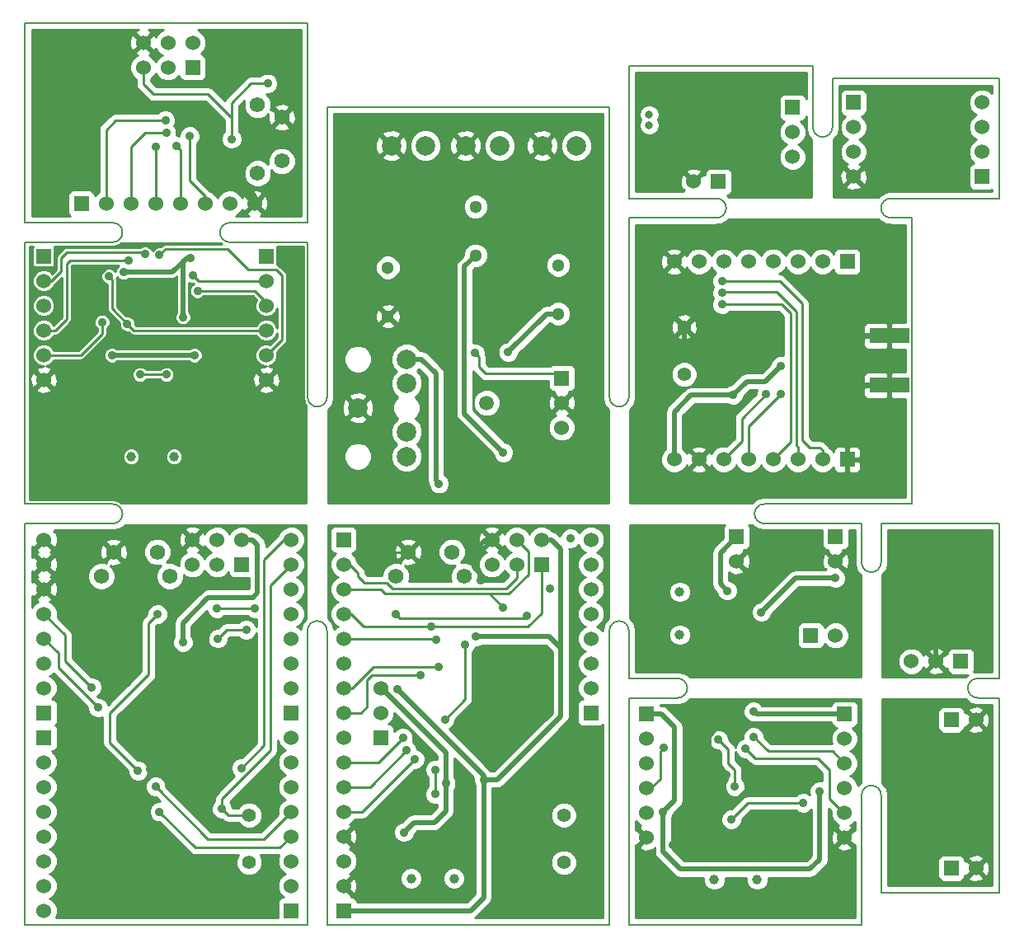
<source format=gbl>
G04 (created by PCBNEW (2013-may-18)-stable) date Wed 26 Feb 2014 10:24:25 PM CET*
%MOIN*%
G04 Gerber Fmt 3.4, Leading zero omitted, Abs format*
%FSLAX34Y34*%
G01*
G70*
G90*
G04 APERTURE LIST*
%ADD10C,0.006*%
%ADD11C,0.00590551*%
%ADD12C,0.0511811*%
%ADD13C,0.0394*%
%ADD14R,0.159843X0.0598425*%
%ADD15C,0.0787402*%
%ADD16R,0.06X0.06*%
%ADD17C,0.06*%
%ADD18C,0.062*%
%ADD19C,0.056*%
%ADD20C,0.0314961*%
%ADD21C,0.035*%
%ADD22C,0.0590551*%
%ADD23C,0.01*%
%ADD24C,0.019685*%
G04 APERTURE END LIST*
G54D10*
G54D11*
X33858Y-46181D02*
X33858Y-53976D01*
X34645Y-46181D02*
G75*
G03X34251Y-45787I-393J0D01*
G74*
G01*
X34251Y-45787D02*
G75*
G03X33858Y-46181I0J-393D01*
G74*
G01*
X34645Y-48110D02*
X34645Y-46181D01*
X36614Y-48110D02*
X34645Y-48110D01*
X37007Y-48503D02*
G75*
G03X36614Y-48110I-393J0D01*
G74*
G01*
X36614Y-48897D02*
G75*
G03X37007Y-48503I0J393D01*
G74*
G01*
X34645Y-48897D02*
X36614Y-48897D01*
X34645Y-53976D02*
X34645Y-48897D01*
X44055Y-41850D02*
X40118Y-41850D01*
X44842Y-52834D02*
X44842Y-56771D01*
X44842Y-52834D02*
G75*
G03X44448Y-52440I-393J0D01*
G74*
G01*
X44448Y-52440D02*
G75*
G03X44055Y-52834I0J-393D01*
G74*
G01*
X44055Y-56771D02*
X44055Y-52834D01*
X44842Y-43425D02*
X44842Y-41850D01*
X44448Y-43818D02*
G75*
G03X44842Y-43425I0J393D01*
G74*
G01*
X44055Y-43425D02*
G75*
G03X44448Y-43818I393J0D01*
G74*
G01*
X44055Y-41850D02*
X44055Y-43425D01*
X40118Y-41062D02*
X44094Y-41062D01*
X40118Y-41062D02*
G75*
G03X39724Y-41456I0J-393D01*
G74*
G01*
X39724Y-41456D02*
G75*
G03X40118Y-41850I393J0D01*
G74*
G01*
X46102Y-28700D02*
X45236Y-28700D01*
X45236Y-28700D02*
G75*
G03X44842Y-29094I0J-393D01*
G74*
G01*
X44842Y-29094D02*
G75*
G03X45236Y-29488I393J0D01*
G74*
G01*
X46102Y-29488D02*
X45236Y-29488D01*
X46102Y-41062D02*
X46102Y-29488D01*
X42086Y-23346D02*
X34645Y-23346D01*
X42086Y-25826D02*
X42086Y-23346D01*
X42086Y-25826D02*
G75*
G03X42480Y-26220I393J0D01*
G74*
G01*
X42480Y-26220D02*
G75*
G03X42874Y-25826I0J393D01*
G74*
G01*
X42874Y-23858D02*
X42874Y-25826D01*
X43385Y-23858D02*
X42874Y-23858D01*
X34645Y-28700D02*
X34645Y-25000D01*
X38188Y-28700D02*
X34645Y-28700D01*
X38582Y-29094D02*
G75*
G03X38188Y-28700I-393J0D01*
G74*
G01*
X38188Y-29488D02*
G75*
G03X38582Y-29094I0J393D01*
G74*
G01*
X34645Y-29488D02*
X38188Y-29488D01*
X34645Y-36732D02*
X34645Y-29488D01*
X34251Y-37125D02*
G75*
G03X34645Y-36732I0J393D01*
G74*
G01*
X33858Y-36732D02*
G75*
G03X34251Y-37125I393J0D01*
G74*
G01*
X33858Y-25000D02*
X33858Y-36732D01*
X21653Y-36732D02*
X21653Y-30472D01*
X22440Y-36732D02*
X22440Y-25000D01*
X22047Y-37125D02*
G75*
G03X22440Y-36732I0J393D01*
G74*
G01*
X21653Y-36732D02*
G75*
G03X22047Y-37125I393J0D01*
G74*
G01*
X22440Y-55944D02*
X22440Y-46181D01*
X21653Y-46141D02*
X21653Y-55944D01*
X22086Y-45787D02*
G75*
G03X21653Y-46141I-39J-393D01*
G74*
G01*
X22440Y-46181D02*
G75*
G03X22047Y-45787I-393J0D01*
G74*
G01*
X11811Y-41850D02*
X13779Y-41850D01*
X13779Y-41062D02*
X11771Y-41062D01*
X13779Y-41850D02*
G75*
G03X14173Y-41456I0J393D01*
G74*
G01*
X14173Y-41456D02*
G75*
G03X13779Y-41062I-393J0D01*
G74*
G01*
X18503Y-30472D02*
X21653Y-30472D01*
X21653Y-29685D02*
X18503Y-29685D01*
X13464Y-30472D02*
X13779Y-30472D01*
X13779Y-29685D02*
X13425Y-29685D01*
X13779Y-30472D02*
G75*
G03X14173Y-30078I0J393D01*
G74*
G01*
X14173Y-30078D02*
G75*
G03X13779Y-29685I-393J0D01*
G74*
G01*
X22440Y-25000D02*
X33858Y-25000D01*
X18110Y-30078D02*
G75*
G03X18503Y-30472I393J0D01*
G74*
G01*
X18503Y-29685D02*
G75*
G03X18110Y-30078I0J-393D01*
G74*
G01*
X21653Y-25000D02*
X21653Y-29685D01*
X49606Y-56771D02*
X49606Y-48897D01*
X44055Y-56771D02*
X44055Y-57086D01*
X49606Y-56771D02*
X44842Y-56771D01*
X43385Y-23858D02*
X49606Y-23858D01*
X44133Y-41062D02*
X44094Y-41062D01*
X21653Y-55984D02*
X21653Y-55944D01*
X22440Y-55984D02*
X22440Y-55944D01*
X34645Y-54015D02*
X34645Y-53976D01*
X33858Y-54015D02*
X33858Y-53976D01*
X44055Y-57125D02*
X44055Y-57086D01*
X10236Y-41850D02*
X10236Y-58070D01*
X11811Y-41850D02*
X10236Y-41850D01*
X11771Y-41062D02*
X11692Y-41062D01*
X10236Y-41062D02*
X11692Y-41062D01*
X10236Y-30472D02*
X10236Y-41062D01*
X13464Y-30472D02*
X10236Y-30472D01*
X12480Y-29685D02*
X13425Y-29685D01*
X10236Y-29685D02*
X12480Y-29685D01*
X10236Y-21614D02*
X10236Y-29685D01*
X21653Y-21614D02*
X10236Y-21614D01*
X21653Y-25000D02*
X21653Y-21614D01*
X34645Y-24685D02*
X34645Y-25000D01*
X34645Y-23346D02*
X34645Y-24685D01*
X49606Y-28700D02*
X49606Y-23858D01*
X49606Y-28700D02*
X46102Y-28700D01*
X44133Y-41062D02*
X46102Y-41062D01*
X49606Y-41850D02*
X44842Y-41850D01*
X49606Y-48110D02*
X49606Y-41850D01*
X48740Y-48110D02*
X49606Y-48110D01*
X49015Y-48897D02*
X48740Y-48897D01*
X48740Y-48110D02*
G75*
G03X48346Y-48503I0J-393D01*
G74*
G01*
X48346Y-48503D02*
G75*
G03X48740Y-48897I393J0D01*
G74*
G01*
X49606Y-48897D02*
X49015Y-48897D01*
X44055Y-57322D02*
X44055Y-57125D01*
X44055Y-58070D02*
X44055Y-57322D01*
X34645Y-58070D02*
X44055Y-58070D01*
X34645Y-54015D02*
X34645Y-58070D01*
X33858Y-54015D02*
X33858Y-58070D01*
X22440Y-58070D02*
X33858Y-58070D01*
X22440Y-55984D02*
X22440Y-58070D01*
X21653Y-55984D02*
X21653Y-58070D01*
X10236Y-58070D02*
X21653Y-58070D01*
G54D12*
X24901Y-31496D03*
X24901Y-33464D03*
X28444Y-31003D03*
X28444Y-29035D03*
X31791Y-33366D03*
X31791Y-31397D03*
G54D13*
X36700Y-46343D03*
X36700Y-44611D03*
X39832Y-56246D03*
X38100Y-56246D03*
G54D14*
X45177Y-34258D03*
X45177Y-36258D03*
G54D13*
X27576Y-56200D03*
X25844Y-56200D03*
X16253Y-39142D03*
X14521Y-39142D03*
G54D15*
X23689Y-37170D03*
X25658Y-39139D03*
X25658Y-38155D03*
X25658Y-36186D03*
X25658Y-35202D03*
G54D16*
X48062Y-47417D03*
G54D17*
X47062Y-47417D03*
X46062Y-47417D03*
G54D16*
X24610Y-50500D03*
G54D17*
X24610Y-49500D03*
X24610Y-48500D03*
G54D16*
X31930Y-35970D03*
G54D17*
X31930Y-36970D03*
X31930Y-37970D03*
G54D16*
X41263Y-25029D03*
G54D17*
X41263Y-26029D03*
X41263Y-27029D03*
G54D16*
X43000Y-42377D03*
G54D17*
X43000Y-43377D03*
G54D16*
X39000Y-42377D03*
G54D17*
X39000Y-43377D03*
G54D16*
X42000Y-46377D03*
G54D17*
X43000Y-46377D03*
G54D16*
X35366Y-49546D03*
G54D17*
X35366Y-50546D03*
X35366Y-51546D03*
X35366Y-52546D03*
X35366Y-53546D03*
X35366Y-54546D03*
G54D16*
X43366Y-49546D03*
G54D17*
X43366Y-50546D03*
X43366Y-51546D03*
X43366Y-52546D03*
X43366Y-53546D03*
X43366Y-54546D03*
G54D16*
X43477Y-31258D03*
G54D17*
X42477Y-31258D03*
X41477Y-31258D03*
X40477Y-31258D03*
X39477Y-31258D03*
X38477Y-31258D03*
X37477Y-31258D03*
X36477Y-31258D03*
G54D16*
X43477Y-39258D03*
G54D17*
X42477Y-39258D03*
X41477Y-39258D03*
X40477Y-39258D03*
X39477Y-39258D03*
X38477Y-39258D03*
X37477Y-39258D03*
X36477Y-39258D03*
G54D16*
X47683Y-55783D03*
G54D17*
X48683Y-55783D03*
G54D16*
X47683Y-49783D03*
G54D17*
X48683Y-49783D03*
G54D16*
X11000Y-49500D03*
G54D17*
X11000Y-48500D03*
X11000Y-47500D03*
X11000Y-46500D03*
X11000Y-45500D03*
X11000Y-44500D03*
X11000Y-43500D03*
X11000Y-42500D03*
G54D16*
X21000Y-49500D03*
G54D17*
X21000Y-48500D03*
X21000Y-47500D03*
X21000Y-46500D03*
X21000Y-45500D03*
X21000Y-44500D03*
X21000Y-43500D03*
X21000Y-42500D03*
G54D16*
X11000Y-50500D03*
G54D17*
X11000Y-51500D03*
X11000Y-52500D03*
X11000Y-53500D03*
X11000Y-54500D03*
X11000Y-55500D03*
X11000Y-56500D03*
X11000Y-57500D03*
G54D16*
X21000Y-57500D03*
G54D17*
X21000Y-56500D03*
X21000Y-55500D03*
X21000Y-54500D03*
X21000Y-53500D03*
X21000Y-52500D03*
X21000Y-51500D03*
X21000Y-50500D03*
G54D16*
X19000Y-43500D03*
G54D17*
X18000Y-43500D03*
X17000Y-43500D03*
X19000Y-42500D03*
X18000Y-42500D03*
X17000Y-42500D03*
G54D16*
X23110Y-42500D03*
G54D17*
X23110Y-43500D03*
X23110Y-44500D03*
X23110Y-45500D03*
X23110Y-46500D03*
X23110Y-47500D03*
X23110Y-48500D03*
X23110Y-49500D03*
G54D16*
X23110Y-57500D03*
G54D17*
X23110Y-56500D03*
X23110Y-55500D03*
X23110Y-54500D03*
X23110Y-53500D03*
X23110Y-52500D03*
X23110Y-51500D03*
X23110Y-50500D03*
G54D16*
X33110Y-49500D03*
G54D17*
X33110Y-48500D03*
X33110Y-47500D03*
X33110Y-46500D03*
X33110Y-45500D03*
X33110Y-44500D03*
X33110Y-43500D03*
X33110Y-42500D03*
G54D16*
X31110Y-43500D03*
G54D17*
X30110Y-43500D03*
X29110Y-43500D03*
X31110Y-42500D03*
X30110Y-42500D03*
X29110Y-42500D03*
G54D16*
X12514Y-28907D03*
G54D17*
X13514Y-28907D03*
X14514Y-28907D03*
X15514Y-28907D03*
X16514Y-28907D03*
X17514Y-28907D03*
X18514Y-28907D03*
X19514Y-28907D03*
G54D16*
X17014Y-23407D03*
G54D17*
X16014Y-23407D03*
X15014Y-23407D03*
X17014Y-22407D03*
X16014Y-22407D03*
X15014Y-22407D03*
G54D16*
X43724Y-24818D03*
G54D17*
X43724Y-25818D03*
X43724Y-26818D03*
X43724Y-27818D03*
G54D16*
X48924Y-27818D03*
G54D17*
X48924Y-26818D03*
X48924Y-25818D03*
X48924Y-24818D03*
G54D16*
X10987Y-31042D03*
G54D17*
X10987Y-32042D03*
X10987Y-33042D03*
X10987Y-34042D03*
X10987Y-35042D03*
X10987Y-36042D03*
G54D16*
X19987Y-31042D03*
G54D17*
X19987Y-32042D03*
X19987Y-33042D03*
X19987Y-34042D03*
X19987Y-35042D03*
X19987Y-36042D03*
G54D15*
X26419Y-26570D03*
X25041Y-26570D03*
X29419Y-26570D03*
X28041Y-26570D03*
X32519Y-26570D03*
X31141Y-26570D03*
G54D16*
X38263Y-28029D03*
G54D17*
X37263Y-28029D03*
G54D18*
X16080Y-43980D03*
X13320Y-43980D03*
X13815Y-43000D03*
X15585Y-43000D03*
X27990Y-43980D03*
X25230Y-43980D03*
X25725Y-43000D03*
X27495Y-43000D03*
X19634Y-27687D03*
X19634Y-24927D03*
X20614Y-25422D03*
X20614Y-27192D03*
G54D19*
X36877Y-33897D03*
X36877Y-35819D03*
X19300Y-55561D03*
X19300Y-53639D03*
X32010Y-53639D03*
X32010Y-55561D03*
G54D20*
X35463Y-25745D03*
X35463Y-25312D03*
G54D21*
X31456Y-44488D03*
X32283Y-42440D03*
G54D22*
X28897Y-36968D03*
G54D21*
X12913Y-48464D03*
X13188Y-49291D03*
X19173Y-46141D03*
X18031Y-46496D03*
X17992Y-45275D03*
X19527Y-45275D03*
X18188Y-53385D03*
X18976Y-51732D03*
X14803Y-51850D03*
X15590Y-45511D03*
X15669Y-53503D03*
X15511Y-52480D03*
X28464Y-46417D03*
X25275Y-48543D03*
X28779Y-52204D03*
X26653Y-46023D03*
X29566Y-45236D03*
X25236Y-45511D03*
X30511Y-45590D03*
X26850Y-46535D03*
X26968Y-47637D03*
X26220Y-47992D03*
X25984Y-51377D03*
X25669Y-51023D03*
X25511Y-50511D03*
X28031Y-46732D03*
X27204Y-49763D03*
X15944Y-26062D03*
X15905Y-25551D03*
X15511Y-26614D03*
X16338Y-26574D03*
X16889Y-26181D03*
X20039Y-24055D03*
X18582Y-26299D03*
X28425Y-34960D03*
X17007Y-31811D03*
X17204Y-32440D03*
X14370Y-33779D03*
X13622Y-31850D03*
X15669Y-30984D03*
X15078Y-30944D03*
X14212Y-31692D03*
X16929Y-31102D03*
X16614Y-33503D03*
X13346Y-33700D03*
X14409Y-31220D03*
X39685Y-50472D03*
X38937Y-52480D03*
X38267Y-50590D03*
X39370Y-50944D03*
X39685Y-49448D03*
X36062Y-50905D03*
X38425Y-32992D03*
X40787Y-36614D03*
X38425Y-32519D03*
X40196Y-36614D03*
X38425Y-32047D03*
G54D22*
X39488Y-34842D03*
G54D21*
X41771Y-50590D03*
X39409Y-51732D03*
X36417Y-54842D03*
X37204Y-53464D03*
X38464Y-49251D03*
X38582Y-52007D03*
G54D22*
X15393Y-32637D03*
G54D21*
X18385Y-38110D03*
X18385Y-40275D03*
X12322Y-40236D03*
X12322Y-38110D03*
X45708Y-49251D03*
X45354Y-46417D03*
X48818Y-46417D03*
X16220Y-56299D03*
X14803Y-50433D03*
X15275Y-51771D03*
X16023Y-51220D03*
X28661Y-44133D03*
X28818Y-47283D03*
X28031Y-50393D03*
X24094Y-43188D03*
X29173Y-50866D03*
X29527Y-55078D03*
X29527Y-57322D03*
X24055Y-57007D03*
X32598Y-52716D03*
X30590Y-52204D03*
X18228Y-27992D03*
X17440Y-25118D03*
X42992Y-44055D03*
X40000Y-45433D03*
X26811Y-51811D03*
X26811Y-52795D03*
X15944Y-35826D03*
X14881Y-35826D03*
X26968Y-40236D03*
X29763Y-34921D03*
X29566Y-38976D03*
X41692Y-53149D03*
X38779Y-53818D03*
X25551Y-54330D03*
X27244Y-52362D03*
X38622Y-44566D03*
X38858Y-36653D03*
X40787Y-35472D03*
X42362Y-52677D03*
X36023Y-53503D03*
X13740Y-35039D03*
X17086Y-35039D03*
X16614Y-46653D03*
G54D23*
X11850Y-46350D02*
X11000Y-45500D01*
X11850Y-47401D02*
X11850Y-46350D01*
X12913Y-48464D02*
X11850Y-47401D01*
X11574Y-47074D02*
X11000Y-46500D01*
X11574Y-47677D02*
X11574Y-47074D01*
X13188Y-49291D02*
X11574Y-47677D01*
X18385Y-46141D02*
X19173Y-46141D01*
X18031Y-46496D02*
X18385Y-46141D01*
X19527Y-45275D02*
X17992Y-45275D01*
X18188Y-53385D02*
X18188Y-52992D01*
X20157Y-44342D02*
X21000Y-43500D01*
X20157Y-51023D02*
X20157Y-44342D01*
X18188Y-52992D02*
X20157Y-51023D01*
X18442Y-53639D02*
X19300Y-53639D01*
X18188Y-53385D02*
X18442Y-53639D01*
X21000Y-42500D02*
X20688Y-42500D01*
X19881Y-50826D02*
X18976Y-51732D01*
X19881Y-43307D02*
X19881Y-50826D01*
X20688Y-42500D02*
X19881Y-43307D01*
X14803Y-51850D02*
X13661Y-50708D01*
X13661Y-50708D02*
X13661Y-49527D01*
X13661Y-49527D02*
X15236Y-47952D01*
X15236Y-47952D02*
X15236Y-45866D01*
X15236Y-45866D02*
X15590Y-45511D01*
X21000Y-54500D02*
X20972Y-54500D01*
X17125Y-54960D02*
X15669Y-53503D01*
X20511Y-54960D02*
X17125Y-54960D01*
X20972Y-54500D02*
X20511Y-54960D01*
X19893Y-54606D02*
X21000Y-53500D01*
X17637Y-54606D02*
X19893Y-54606D01*
X15511Y-52480D02*
X17637Y-54606D01*
G54D24*
X31889Y-46889D02*
X31889Y-47165D01*
X31417Y-46417D02*
X31889Y-46889D01*
X28464Y-46417D02*
X31417Y-46417D01*
X28779Y-52204D02*
X29330Y-52204D01*
X31515Y-42500D02*
X31110Y-42500D01*
X31889Y-42874D02*
X31515Y-42500D01*
X31889Y-49645D02*
X31889Y-47165D01*
X31889Y-47165D02*
X31889Y-42874D01*
X29330Y-52204D02*
X31889Y-49645D01*
X26377Y-49645D02*
X25275Y-48543D01*
X26377Y-49645D02*
X28779Y-52047D01*
X28779Y-52204D02*
X28779Y-52047D01*
X28779Y-52204D02*
X28779Y-56968D01*
X28248Y-57500D02*
X23110Y-57500D01*
X28779Y-56968D02*
X28248Y-57500D01*
G54D23*
X26653Y-46023D02*
X30551Y-46023D01*
X31110Y-45464D02*
X31110Y-43500D01*
X30551Y-46023D02*
X31110Y-45464D01*
X23413Y-45500D02*
X23110Y-45500D01*
X23937Y-46023D02*
X23413Y-45500D01*
X26653Y-46023D02*
X23937Y-46023D01*
X29015Y-44685D02*
X28740Y-44685D01*
X29566Y-45236D02*
X29015Y-44685D01*
X23110Y-44500D02*
X24618Y-44500D01*
X30590Y-42980D02*
X30110Y-42500D01*
X30590Y-43897D02*
X30590Y-42980D01*
X29803Y-44685D02*
X30590Y-43897D01*
X24803Y-44685D02*
X28700Y-44685D01*
X28700Y-44685D02*
X29803Y-44685D01*
X24618Y-44500D02*
X24803Y-44685D01*
X25236Y-45511D02*
X25393Y-45669D01*
X25393Y-45669D02*
X30433Y-45669D01*
X30433Y-45669D02*
X30511Y-45590D01*
X23110Y-43500D02*
X23342Y-43500D01*
X30110Y-44062D02*
X30110Y-43500D01*
X29688Y-44485D02*
X30110Y-44062D01*
X25075Y-44485D02*
X29688Y-44485D01*
X24842Y-44251D02*
X25075Y-44485D01*
X23967Y-44251D02*
X24842Y-44251D01*
X23700Y-43985D02*
X23967Y-44251D01*
X23700Y-43858D02*
X23700Y-43985D01*
X23342Y-43500D02*
X23700Y-43858D01*
X26814Y-46500D02*
X23110Y-46500D01*
X26850Y-46535D02*
X26814Y-46500D01*
X23110Y-48500D02*
X23461Y-48500D01*
X24323Y-47637D02*
X26968Y-47637D01*
X23461Y-48500D02*
X24323Y-47637D01*
X23110Y-49500D02*
X23807Y-49500D01*
X24251Y-47992D02*
X26220Y-47992D01*
X24055Y-48188D02*
X24251Y-47992D01*
X24055Y-49251D02*
X24055Y-48188D01*
X23807Y-49500D02*
X24055Y-49251D01*
X23110Y-53500D02*
X23862Y-53500D01*
X23862Y-53500D02*
X25984Y-51377D01*
X25669Y-51023D02*
X24192Y-52500D01*
X24192Y-52500D02*
X23110Y-52500D01*
X24523Y-51500D02*
X23110Y-51500D01*
X25511Y-50511D02*
X24523Y-51500D01*
X28031Y-48937D02*
X28031Y-46732D01*
X27204Y-49763D02*
X28031Y-48937D01*
X14514Y-28907D02*
X14514Y-26627D01*
X15078Y-26062D02*
X15944Y-26062D01*
X14514Y-26627D02*
X15078Y-26062D01*
X15905Y-25551D02*
X13897Y-25551D01*
X13514Y-25934D02*
X13514Y-28907D01*
X13897Y-25551D02*
X13514Y-25934D01*
X15514Y-26966D02*
X15514Y-28907D01*
X15511Y-26614D02*
X15514Y-26966D01*
X16514Y-26750D02*
X16514Y-28907D01*
X16338Y-26574D02*
X16514Y-26750D01*
X17514Y-28616D02*
X17514Y-28907D01*
X16889Y-27992D02*
X17514Y-28616D01*
X16889Y-26181D02*
X16889Y-27992D01*
X18582Y-26299D02*
X18582Y-24842D01*
X19370Y-24055D02*
X20039Y-24055D01*
X18582Y-24842D02*
X19370Y-24055D01*
X15014Y-23407D02*
X15014Y-24069D01*
X18582Y-25433D02*
X18582Y-26299D01*
X17637Y-24488D02*
X18582Y-25433D01*
X15433Y-24488D02*
X17637Y-24488D01*
X15014Y-24069D02*
X15433Y-24488D01*
X31747Y-35787D02*
X31930Y-35970D01*
X28858Y-35787D02*
X31747Y-35787D01*
X28582Y-35511D02*
X28858Y-35787D01*
X28582Y-35118D02*
X28582Y-35511D01*
X28425Y-34960D02*
X28582Y-35118D01*
X19987Y-32042D02*
X17239Y-32042D01*
X17239Y-32042D02*
X17007Y-31811D01*
X19987Y-33042D02*
X19987Y-32900D01*
X19527Y-32440D02*
X17204Y-32440D01*
X19987Y-32900D02*
X19527Y-32440D01*
X19987Y-34042D02*
X14633Y-34042D01*
X14633Y-34042D02*
X14370Y-33779D01*
X13740Y-33149D02*
X14370Y-33779D01*
X13740Y-31968D02*
X13740Y-33149D01*
X13622Y-31850D02*
X13740Y-31968D01*
X20629Y-34400D02*
X19987Y-35042D01*
X20629Y-31811D02*
X20629Y-34400D01*
X20393Y-31574D02*
X20629Y-31811D01*
X19251Y-31574D02*
X20393Y-31574D01*
X18425Y-30748D02*
X19251Y-31574D01*
X15905Y-30748D02*
X18425Y-30748D01*
X15669Y-30984D02*
X15905Y-30748D01*
X11929Y-30866D02*
X15000Y-30866D01*
X11303Y-32042D02*
X11692Y-31653D01*
X11692Y-31653D02*
X11692Y-31102D01*
X11692Y-31102D02*
X11929Y-30866D01*
X10987Y-32042D02*
X11303Y-32042D01*
X15000Y-30866D02*
X15078Y-30944D01*
G54D24*
X16929Y-31102D02*
X16771Y-31102D01*
X16771Y-31102D02*
X16181Y-31692D01*
X16181Y-31692D02*
X14212Y-31692D01*
X16614Y-33503D02*
X16614Y-31259D01*
X16614Y-31259D02*
X16771Y-31102D01*
G54D23*
X10987Y-35042D02*
X12477Y-35042D01*
X13346Y-34173D02*
X13346Y-33700D01*
X12477Y-35042D02*
X13346Y-34173D01*
X10987Y-34042D02*
X11469Y-34042D01*
X12047Y-31220D02*
X14409Y-31220D01*
X11929Y-31338D02*
X12047Y-31220D01*
X11929Y-33582D02*
X11929Y-31338D01*
X11469Y-34042D02*
X11929Y-33582D01*
X42883Y-51062D02*
X43366Y-51546D01*
X40275Y-51062D02*
X42883Y-51062D01*
X39685Y-50472D02*
X40275Y-51062D01*
X38937Y-51818D02*
X38937Y-52480D01*
X38661Y-51542D02*
X38937Y-51818D01*
X38661Y-50984D02*
X38661Y-51542D01*
X38267Y-50590D02*
X38661Y-50984D01*
X43366Y-53546D02*
X43310Y-53546D01*
X39763Y-51338D02*
X39370Y-50944D01*
X42283Y-51338D02*
X39763Y-51338D01*
X42755Y-51811D02*
X42283Y-51338D01*
X42755Y-52992D02*
X42755Y-51811D01*
X43310Y-53546D02*
X42755Y-52992D01*
G54D24*
X39782Y-49546D02*
X43366Y-49546D01*
X39685Y-49448D02*
X39782Y-49546D01*
G54D23*
X35366Y-52546D02*
X35524Y-52546D01*
X35905Y-51062D02*
X36062Y-50905D01*
X35905Y-52165D02*
X35905Y-51062D01*
X35524Y-52546D02*
X35905Y-52165D01*
X41181Y-38555D02*
X40477Y-39258D01*
X41181Y-33346D02*
X41181Y-38555D01*
X40826Y-32992D02*
X41181Y-33346D01*
X38425Y-32992D02*
X40826Y-32992D01*
X39477Y-37924D02*
X39477Y-39258D01*
X40787Y-36614D02*
X39477Y-37924D01*
X41477Y-38760D02*
X41477Y-39258D01*
X41417Y-38700D02*
X41477Y-38760D01*
X41417Y-33267D02*
X41417Y-38700D01*
X40629Y-32480D02*
X41417Y-33267D01*
X38464Y-32480D02*
X40629Y-32480D01*
X38425Y-32519D02*
X38464Y-32480D01*
X39212Y-38523D02*
X38477Y-39258D01*
X39212Y-37598D02*
X39212Y-38523D01*
X40196Y-36614D02*
X39212Y-37598D01*
X42477Y-38894D02*
X42477Y-39258D01*
X42362Y-38779D02*
X42477Y-38894D01*
X41968Y-38779D02*
X42362Y-38779D01*
X41653Y-38464D02*
X41968Y-38779D01*
X41653Y-32952D02*
X41653Y-38464D01*
X40748Y-32047D02*
X41653Y-32952D01*
X38425Y-32047D02*
X40748Y-32047D01*
G54D24*
X39488Y-34842D02*
X37165Y-34842D01*
X37165Y-34842D02*
X36877Y-34554D01*
X36877Y-34554D02*
X36877Y-33897D01*
X45177Y-34258D02*
X43890Y-34258D01*
X43477Y-34672D02*
X43477Y-36640D01*
X43890Y-34258D02*
X43477Y-34672D01*
X43477Y-39258D02*
X43477Y-36640D01*
X43859Y-36258D02*
X45177Y-36258D01*
X43477Y-36640D02*
X43859Y-36258D01*
X38740Y-50000D02*
X38464Y-49724D01*
X41181Y-50000D02*
X38740Y-50000D01*
X41771Y-50590D02*
X41181Y-50000D01*
X38110Y-53070D02*
X38110Y-53031D01*
X39409Y-51732D02*
X39409Y-52637D01*
X39409Y-52637D02*
X38937Y-53110D01*
X38937Y-53110D02*
X38031Y-53110D01*
X38031Y-53110D02*
X38070Y-53070D01*
X38070Y-53070D02*
X38110Y-53070D01*
X37204Y-53464D02*
X37677Y-53464D01*
X38307Y-52283D02*
X38582Y-52007D01*
X38307Y-52834D02*
X38307Y-52283D01*
X37677Y-53464D02*
X38110Y-53031D01*
X38110Y-53031D02*
X38307Y-52834D01*
X36929Y-54842D02*
X36417Y-54842D01*
X37204Y-54566D02*
X36929Y-54842D01*
X37204Y-53464D02*
X37204Y-54566D01*
X38464Y-49251D02*
X38464Y-49724D01*
X38464Y-49724D02*
X38464Y-49842D01*
X37874Y-51299D02*
X38582Y-52007D01*
X37874Y-50433D02*
X37874Y-51299D01*
X38464Y-49842D02*
X37874Y-50433D01*
X48033Y-50433D02*
X48683Y-49783D01*
X46299Y-50433D02*
X48033Y-50433D01*
X45708Y-49842D02*
X46299Y-50433D01*
X45708Y-49251D02*
X45708Y-49842D01*
X47062Y-46826D02*
X47062Y-46874D01*
X46653Y-46417D02*
X47062Y-46826D01*
X45354Y-46417D02*
X46653Y-46417D01*
X48818Y-46417D02*
X47519Y-46417D01*
X47519Y-46417D02*
X47062Y-46874D01*
X47062Y-46874D02*
X47062Y-47417D01*
X28838Y-42500D02*
X28385Y-42952D01*
X28385Y-42952D02*
X28385Y-43622D01*
X28385Y-43622D02*
X28661Y-43897D01*
X28661Y-43897D02*
X28661Y-44133D01*
X28838Y-42500D02*
X29110Y-42500D01*
X28818Y-49606D02*
X28818Y-47283D01*
X28031Y-50393D02*
X28818Y-49606D01*
G54D23*
X24283Y-43000D02*
X25725Y-43000D01*
X24094Y-43188D02*
X24283Y-43000D01*
G54D24*
X18228Y-27992D02*
X18897Y-27992D01*
X18897Y-27992D02*
X19514Y-28608D01*
X19514Y-28608D02*
X19514Y-28907D01*
X41377Y-44055D02*
X42992Y-44055D01*
X40000Y-45433D02*
X41377Y-44055D01*
G54D23*
X26811Y-52795D02*
X26811Y-51811D01*
X14881Y-35826D02*
X15944Y-35826D01*
G54D24*
X25658Y-35202D02*
X26265Y-35202D01*
X26850Y-40118D02*
X26968Y-40236D01*
X26850Y-35787D02*
X26850Y-40118D01*
X26265Y-35202D02*
X26850Y-35787D01*
X31318Y-33366D02*
X31791Y-33366D01*
X29763Y-34921D02*
X31318Y-33366D01*
X27992Y-31456D02*
X28444Y-31003D01*
X27992Y-37401D02*
X27992Y-31456D01*
X29566Y-38976D02*
X27992Y-37401D01*
G54D23*
X39448Y-53149D02*
X41692Y-53149D01*
X38779Y-53818D02*
X39448Y-53149D01*
G54D24*
X24610Y-48500D02*
X24641Y-48500D01*
X27244Y-51102D02*
X27244Y-52362D01*
X24641Y-48500D02*
X27244Y-51102D01*
X25944Y-53937D02*
X25551Y-54330D01*
X26771Y-53937D02*
X25944Y-53937D01*
X27244Y-53464D02*
X26771Y-53937D01*
X27244Y-52362D02*
X27244Y-53464D01*
X38346Y-43031D02*
X39000Y-42377D01*
X38346Y-44291D02*
X38346Y-43031D01*
X38622Y-44566D02*
X38346Y-44291D01*
X36477Y-39258D02*
X36477Y-37341D01*
X37165Y-36653D02*
X38858Y-36653D01*
X36477Y-37341D02*
X37165Y-36653D01*
X39409Y-36102D02*
X38858Y-36653D01*
X40157Y-36102D02*
X39409Y-36102D01*
X40787Y-35472D02*
X40157Y-36102D01*
X36023Y-55118D02*
X36023Y-53503D01*
X36732Y-55826D02*
X36023Y-55118D01*
X41968Y-55826D02*
X36732Y-55826D01*
X42362Y-55433D02*
X41968Y-55826D01*
X42362Y-52677D02*
X42362Y-55433D01*
X35366Y-49546D02*
X35963Y-49546D01*
X35963Y-49546D02*
X36496Y-50078D01*
X36496Y-50078D02*
X36496Y-53031D01*
X36496Y-53031D02*
X36023Y-53503D01*
X13779Y-35039D02*
X13740Y-35039D01*
X17086Y-35039D02*
X13779Y-35039D01*
X19000Y-42500D02*
X19429Y-42500D01*
X16614Y-45866D02*
X16614Y-46653D01*
X17637Y-44842D02*
X16614Y-45866D01*
X19448Y-44842D02*
X17637Y-44842D01*
X19633Y-44657D02*
X19448Y-44842D01*
X19633Y-42704D02*
X19633Y-44657D01*
X19429Y-42500D02*
X19633Y-42704D01*
G54D10*
G36*
X21374Y-29405D02*
X21178Y-29405D01*
X21178Y-25507D01*
X21168Y-25284D01*
X21103Y-25129D01*
X21007Y-25100D01*
X20936Y-25171D01*
X20936Y-25029D01*
X20908Y-24933D01*
X20698Y-24858D01*
X20475Y-24868D01*
X20320Y-24933D01*
X20291Y-25029D01*
X20614Y-25352D01*
X20936Y-25029D01*
X20936Y-25171D01*
X20684Y-25422D01*
X21007Y-25745D01*
X21103Y-25716D01*
X21178Y-25507D01*
X21178Y-29405D01*
X21174Y-29405D01*
X21174Y-27081D01*
X21089Y-26876D01*
X20936Y-26723D01*
X20936Y-25816D01*
X20614Y-25493D01*
X20291Y-25816D01*
X20320Y-25912D01*
X20530Y-25987D01*
X20752Y-25976D01*
X20908Y-25912D01*
X20936Y-25816D01*
X20936Y-26723D01*
X20931Y-26718D01*
X20726Y-26632D01*
X20503Y-26632D01*
X20297Y-26717D01*
X20139Y-26875D01*
X20054Y-27080D01*
X20054Y-27303D01*
X20062Y-27324D01*
X19951Y-27213D01*
X19746Y-27127D01*
X19523Y-27127D01*
X19317Y-27212D01*
X19159Y-27370D01*
X19074Y-27575D01*
X19074Y-27798D01*
X19159Y-28004D01*
X19316Y-28162D01*
X19522Y-28247D01*
X19745Y-28247D01*
X19950Y-28162D01*
X20108Y-28005D01*
X20194Y-27799D01*
X20194Y-27576D01*
X20185Y-27556D01*
X20296Y-27667D01*
X20502Y-27752D01*
X20725Y-27752D01*
X20930Y-27667D01*
X21088Y-27510D01*
X21174Y-27304D01*
X21174Y-27081D01*
X21174Y-29405D01*
X20068Y-29405D01*
X20068Y-28989D01*
X20058Y-28771D01*
X19995Y-28620D01*
X19900Y-28592D01*
X19829Y-28663D01*
X19829Y-28521D01*
X19802Y-28426D01*
X19595Y-28353D01*
X19377Y-28364D01*
X19226Y-28426D01*
X19198Y-28521D01*
X19514Y-28837D01*
X19829Y-28521D01*
X19829Y-28663D01*
X19584Y-28907D01*
X19900Y-29223D01*
X19995Y-29195D01*
X20068Y-28989D01*
X20068Y-29405D01*
X19762Y-29405D01*
X19802Y-29389D01*
X19829Y-29293D01*
X19514Y-28978D01*
X19198Y-29293D01*
X19226Y-29389D01*
X19272Y-29405D01*
X18750Y-29405D01*
X18825Y-29374D01*
X18980Y-29219D01*
X19011Y-29144D01*
X19032Y-29195D01*
X19128Y-29223D01*
X19443Y-28907D01*
X19128Y-28592D01*
X19032Y-28620D01*
X19013Y-28675D01*
X18980Y-28596D01*
X18826Y-28441D01*
X18624Y-28357D01*
X18405Y-28357D01*
X18203Y-28441D01*
X18048Y-28595D01*
X18014Y-28677D01*
X17980Y-28596D01*
X17826Y-28441D01*
X17719Y-28397D01*
X17189Y-27867D01*
X17189Y-26482D01*
X17249Y-26422D01*
X17314Y-26266D01*
X17314Y-26096D01*
X17250Y-25940D01*
X17130Y-25821D01*
X16974Y-25756D01*
X16805Y-25756D01*
X16649Y-25820D01*
X16529Y-25940D01*
X16464Y-26096D01*
X16464Y-26167D01*
X16423Y-26149D01*
X16369Y-26149D01*
X16369Y-26147D01*
X16369Y-25978D01*
X16305Y-25822D01*
X16268Y-25785D01*
X16330Y-25636D01*
X16330Y-25467D01*
X16266Y-25310D01*
X16146Y-25191D01*
X15990Y-25126D01*
X15821Y-25126D01*
X15665Y-25190D01*
X15604Y-25251D01*
X13897Y-25251D01*
X13782Y-25274D01*
X13685Y-25339D01*
X13302Y-25722D01*
X13237Y-25819D01*
X13214Y-25934D01*
X13214Y-28436D01*
X13203Y-28441D01*
X13064Y-28579D01*
X13064Y-28558D01*
X13026Y-28466D01*
X12955Y-28396D01*
X12864Y-28357D01*
X12764Y-28357D01*
X12164Y-28357D01*
X12072Y-28395D01*
X12002Y-28466D01*
X11964Y-28557D01*
X11964Y-28657D01*
X11964Y-29257D01*
X12002Y-29349D01*
X12058Y-29405D01*
X10515Y-29405D01*
X10515Y-21893D01*
X14805Y-21893D01*
X14726Y-21926D01*
X14698Y-22021D01*
X15014Y-22337D01*
X15329Y-22021D01*
X15302Y-21926D01*
X15209Y-21893D01*
X15818Y-21893D01*
X15703Y-21941D01*
X15548Y-22095D01*
X15516Y-22171D01*
X15495Y-22120D01*
X15400Y-22092D01*
X15084Y-22407D01*
X15400Y-22723D01*
X15495Y-22695D01*
X15515Y-22640D01*
X15547Y-22719D01*
X15702Y-22873D01*
X15784Y-22907D01*
X15703Y-22941D01*
X15548Y-23095D01*
X15514Y-23177D01*
X15480Y-23096D01*
X15326Y-22941D01*
X15250Y-22910D01*
X15302Y-22889D01*
X15329Y-22793D01*
X15014Y-22478D01*
X14943Y-22549D01*
X14943Y-22407D01*
X14628Y-22092D01*
X14532Y-22120D01*
X14459Y-22326D01*
X14470Y-22544D01*
X14532Y-22695D01*
X14628Y-22723D01*
X14943Y-22407D01*
X14943Y-22549D01*
X14698Y-22793D01*
X14726Y-22889D01*
X14781Y-22908D01*
X14703Y-22941D01*
X14548Y-23095D01*
X14464Y-23297D01*
X14464Y-23516D01*
X14547Y-23719D01*
X14702Y-23873D01*
X14714Y-23878D01*
X14714Y-24069D01*
X14737Y-24184D01*
X14802Y-24281D01*
X15220Y-24700D01*
X15220Y-24700D01*
X15318Y-24765D01*
X15433Y-24788D01*
X17513Y-24788D01*
X18282Y-25557D01*
X18282Y-25998D01*
X18222Y-26058D01*
X18157Y-26214D01*
X18157Y-26383D01*
X18222Y-26539D01*
X18341Y-26659D01*
X18497Y-26724D01*
X18666Y-26724D01*
X18823Y-26659D01*
X18942Y-26540D01*
X19007Y-26384D01*
X19007Y-26215D01*
X18943Y-26058D01*
X18882Y-25998D01*
X18882Y-25433D01*
X18882Y-24966D01*
X19103Y-24746D01*
X19074Y-24815D01*
X19074Y-25038D01*
X19159Y-25244D01*
X19316Y-25402D01*
X19522Y-25487D01*
X19745Y-25487D01*
X19950Y-25402D01*
X20068Y-25285D01*
X20049Y-25338D01*
X20060Y-25561D01*
X20124Y-25716D01*
X20221Y-25745D01*
X20543Y-25422D01*
X20221Y-25100D01*
X20161Y-25118D01*
X20194Y-25039D01*
X20194Y-24816D01*
X20109Y-24611D01*
X19978Y-24480D01*
X20123Y-24480D01*
X20279Y-24415D01*
X20399Y-24296D01*
X20464Y-24140D01*
X20464Y-23970D01*
X20399Y-23814D01*
X20280Y-23695D01*
X20124Y-23630D01*
X19955Y-23630D01*
X19798Y-23694D01*
X19738Y-23755D01*
X19370Y-23755D01*
X19255Y-23777D01*
X19157Y-23842D01*
X18370Y-24630D01*
X18305Y-24727D01*
X18304Y-24730D01*
X17849Y-24276D01*
X17752Y-24211D01*
X17637Y-24188D01*
X15557Y-24188D01*
X15314Y-23945D01*
X15314Y-23879D01*
X15325Y-23874D01*
X15480Y-23719D01*
X15514Y-23637D01*
X15547Y-23719D01*
X15702Y-23873D01*
X15904Y-23957D01*
X16123Y-23957D01*
X16325Y-23874D01*
X16464Y-23735D01*
X16464Y-23757D01*
X16502Y-23849D01*
X16572Y-23919D01*
X16664Y-23957D01*
X16763Y-23957D01*
X17363Y-23957D01*
X17455Y-23919D01*
X17525Y-23849D01*
X17564Y-23757D01*
X17564Y-23658D01*
X17564Y-23058D01*
X17526Y-22966D01*
X17455Y-22896D01*
X17364Y-22857D01*
X17341Y-22857D01*
X17480Y-22719D01*
X17564Y-22517D01*
X17564Y-22298D01*
X17480Y-22096D01*
X17326Y-21941D01*
X17210Y-21893D01*
X21374Y-21893D01*
X21374Y-25000D01*
X21374Y-29405D01*
X21374Y-29405D01*
G37*
G54D23*
X21374Y-29405D02*
X21178Y-29405D01*
X21178Y-25507D01*
X21168Y-25284D01*
X21103Y-25129D01*
X21007Y-25100D01*
X20936Y-25171D01*
X20936Y-25029D01*
X20908Y-24933D01*
X20698Y-24858D01*
X20475Y-24868D01*
X20320Y-24933D01*
X20291Y-25029D01*
X20614Y-25352D01*
X20936Y-25029D01*
X20936Y-25171D01*
X20684Y-25422D01*
X21007Y-25745D01*
X21103Y-25716D01*
X21178Y-25507D01*
X21178Y-29405D01*
X21174Y-29405D01*
X21174Y-27081D01*
X21089Y-26876D01*
X20936Y-26723D01*
X20936Y-25816D01*
X20614Y-25493D01*
X20291Y-25816D01*
X20320Y-25912D01*
X20530Y-25987D01*
X20752Y-25976D01*
X20908Y-25912D01*
X20936Y-25816D01*
X20936Y-26723D01*
X20931Y-26718D01*
X20726Y-26632D01*
X20503Y-26632D01*
X20297Y-26717D01*
X20139Y-26875D01*
X20054Y-27080D01*
X20054Y-27303D01*
X20062Y-27324D01*
X19951Y-27213D01*
X19746Y-27127D01*
X19523Y-27127D01*
X19317Y-27212D01*
X19159Y-27370D01*
X19074Y-27575D01*
X19074Y-27798D01*
X19159Y-28004D01*
X19316Y-28162D01*
X19522Y-28247D01*
X19745Y-28247D01*
X19950Y-28162D01*
X20108Y-28005D01*
X20194Y-27799D01*
X20194Y-27576D01*
X20185Y-27556D01*
X20296Y-27667D01*
X20502Y-27752D01*
X20725Y-27752D01*
X20930Y-27667D01*
X21088Y-27510D01*
X21174Y-27304D01*
X21174Y-27081D01*
X21174Y-29405D01*
X20068Y-29405D01*
X20068Y-28989D01*
X20058Y-28771D01*
X19995Y-28620D01*
X19900Y-28592D01*
X19829Y-28663D01*
X19829Y-28521D01*
X19802Y-28426D01*
X19595Y-28353D01*
X19377Y-28364D01*
X19226Y-28426D01*
X19198Y-28521D01*
X19514Y-28837D01*
X19829Y-28521D01*
X19829Y-28663D01*
X19584Y-28907D01*
X19900Y-29223D01*
X19995Y-29195D01*
X20068Y-28989D01*
X20068Y-29405D01*
X19762Y-29405D01*
X19802Y-29389D01*
X19829Y-29293D01*
X19514Y-28978D01*
X19198Y-29293D01*
X19226Y-29389D01*
X19272Y-29405D01*
X18750Y-29405D01*
X18825Y-29374D01*
X18980Y-29219D01*
X19011Y-29144D01*
X19032Y-29195D01*
X19128Y-29223D01*
X19443Y-28907D01*
X19128Y-28592D01*
X19032Y-28620D01*
X19013Y-28675D01*
X18980Y-28596D01*
X18826Y-28441D01*
X18624Y-28357D01*
X18405Y-28357D01*
X18203Y-28441D01*
X18048Y-28595D01*
X18014Y-28677D01*
X17980Y-28596D01*
X17826Y-28441D01*
X17719Y-28397D01*
X17189Y-27867D01*
X17189Y-26482D01*
X17249Y-26422D01*
X17314Y-26266D01*
X17314Y-26096D01*
X17250Y-25940D01*
X17130Y-25821D01*
X16974Y-25756D01*
X16805Y-25756D01*
X16649Y-25820D01*
X16529Y-25940D01*
X16464Y-26096D01*
X16464Y-26167D01*
X16423Y-26149D01*
X16369Y-26149D01*
X16369Y-26147D01*
X16369Y-25978D01*
X16305Y-25822D01*
X16268Y-25785D01*
X16330Y-25636D01*
X16330Y-25467D01*
X16266Y-25310D01*
X16146Y-25191D01*
X15990Y-25126D01*
X15821Y-25126D01*
X15665Y-25190D01*
X15604Y-25251D01*
X13897Y-25251D01*
X13782Y-25274D01*
X13685Y-25339D01*
X13302Y-25722D01*
X13237Y-25819D01*
X13214Y-25934D01*
X13214Y-28436D01*
X13203Y-28441D01*
X13064Y-28579D01*
X13064Y-28558D01*
X13026Y-28466D01*
X12955Y-28396D01*
X12864Y-28357D01*
X12764Y-28357D01*
X12164Y-28357D01*
X12072Y-28395D01*
X12002Y-28466D01*
X11964Y-28557D01*
X11964Y-28657D01*
X11964Y-29257D01*
X12002Y-29349D01*
X12058Y-29405D01*
X10515Y-29405D01*
X10515Y-21893D01*
X14805Y-21893D01*
X14726Y-21926D01*
X14698Y-22021D01*
X15014Y-22337D01*
X15329Y-22021D01*
X15302Y-21926D01*
X15209Y-21893D01*
X15818Y-21893D01*
X15703Y-21941D01*
X15548Y-22095D01*
X15516Y-22171D01*
X15495Y-22120D01*
X15400Y-22092D01*
X15084Y-22407D01*
X15400Y-22723D01*
X15495Y-22695D01*
X15515Y-22640D01*
X15547Y-22719D01*
X15702Y-22873D01*
X15784Y-22907D01*
X15703Y-22941D01*
X15548Y-23095D01*
X15514Y-23177D01*
X15480Y-23096D01*
X15326Y-22941D01*
X15250Y-22910D01*
X15302Y-22889D01*
X15329Y-22793D01*
X15014Y-22478D01*
X14943Y-22549D01*
X14943Y-22407D01*
X14628Y-22092D01*
X14532Y-22120D01*
X14459Y-22326D01*
X14470Y-22544D01*
X14532Y-22695D01*
X14628Y-22723D01*
X14943Y-22407D01*
X14943Y-22549D01*
X14698Y-22793D01*
X14726Y-22889D01*
X14781Y-22908D01*
X14703Y-22941D01*
X14548Y-23095D01*
X14464Y-23297D01*
X14464Y-23516D01*
X14547Y-23719D01*
X14702Y-23873D01*
X14714Y-23878D01*
X14714Y-24069D01*
X14737Y-24184D01*
X14802Y-24281D01*
X15220Y-24700D01*
X15220Y-24700D01*
X15318Y-24765D01*
X15433Y-24788D01*
X17513Y-24788D01*
X18282Y-25557D01*
X18282Y-25998D01*
X18222Y-26058D01*
X18157Y-26214D01*
X18157Y-26383D01*
X18222Y-26539D01*
X18341Y-26659D01*
X18497Y-26724D01*
X18666Y-26724D01*
X18823Y-26659D01*
X18942Y-26540D01*
X19007Y-26384D01*
X19007Y-26215D01*
X18943Y-26058D01*
X18882Y-25998D01*
X18882Y-25433D01*
X18882Y-24966D01*
X19103Y-24746D01*
X19074Y-24815D01*
X19074Y-25038D01*
X19159Y-25244D01*
X19316Y-25402D01*
X19522Y-25487D01*
X19745Y-25487D01*
X19950Y-25402D01*
X20068Y-25285D01*
X20049Y-25338D01*
X20060Y-25561D01*
X20124Y-25716D01*
X20221Y-25745D01*
X20543Y-25422D01*
X20221Y-25100D01*
X20161Y-25118D01*
X20194Y-25039D01*
X20194Y-24816D01*
X20109Y-24611D01*
X19978Y-24480D01*
X20123Y-24480D01*
X20279Y-24415D01*
X20399Y-24296D01*
X20464Y-24140D01*
X20464Y-23970D01*
X20399Y-23814D01*
X20280Y-23695D01*
X20124Y-23630D01*
X19955Y-23630D01*
X19798Y-23694D01*
X19738Y-23755D01*
X19370Y-23755D01*
X19255Y-23777D01*
X19157Y-23842D01*
X18370Y-24630D01*
X18305Y-24727D01*
X18304Y-24730D01*
X17849Y-24276D01*
X17752Y-24211D01*
X17637Y-24188D01*
X15557Y-24188D01*
X15314Y-23945D01*
X15314Y-23879D01*
X15325Y-23874D01*
X15480Y-23719D01*
X15514Y-23637D01*
X15547Y-23719D01*
X15702Y-23873D01*
X15904Y-23957D01*
X16123Y-23957D01*
X16325Y-23874D01*
X16464Y-23735D01*
X16464Y-23757D01*
X16502Y-23849D01*
X16572Y-23919D01*
X16664Y-23957D01*
X16763Y-23957D01*
X17363Y-23957D01*
X17455Y-23919D01*
X17525Y-23849D01*
X17564Y-23757D01*
X17564Y-23658D01*
X17564Y-23058D01*
X17526Y-22966D01*
X17455Y-22896D01*
X17364Y-22857D01*
X17341Y-22857D01*
X17480Y-22719D01*
X17564Y-22517D01*
X17564Y-22298D01*
X17480Y-22096D01*
X17326Y-21941D01*
X17210Y-21893D01*
X21374Y-21893D01*
X21374Y-25000D01*
X21374Y-29405D01*
G54D10*
G36*
X20429Y-33935D02*
X20369Y-33787D01*
X20242Y-33661D01*
X20077Y-33592D01*
X19898Y-33592D01*
X19732Y-33660D01*
X19606Y-33787D01*
X19583Y-33842D01*
X14715Y-33842D01*
X14695Y-33821D01*
X14695Y-33715D01*
X14645Y-33595D01*
X14554Y-33504D01*
X14435Y-33454D01*
X14327Y-33454D01*
X13940Y-33066D01*
X13940Y-31968D01*
X13935Y-31943D01*
X13946Y-31915D01*
X13947Y-31886D01*
X14028Y-31968D01*
X14147Y-32017D01*
X14276Y-32017D01*
X14396Y-31968D01*
X14423Y-31941D01*
X16181Y-31941D01*
X16181Y-31941D01*
X16276Y-31922D01*
X16356Y-31868D01*
X16365Y-31859D01*
X16365Y-33292D01*
X16338Y-33319D01*
X16289Y-33439D01*
X16289Y-33568D01*
X16338Y-33687D01*
X16429Y-33779D01*
X16549Y-33828D01*
X16678Y-33828D01*
X16798Y-33779D01*
X16889Y-33688D01*
X16939Y-33568D01*
X16939Y-33439D01*
X16889Y-33320D01*
X16862Y-33292D01*
X16862Y-32102D01*
X16942Y-32135D01*
X17050Y-32136D01*
X17062Y-32148D01*
X17020Y-32165D01*
X16929Y-32256D01*
X16879Y-32376D01*
X16879Y-32505D01*
X16929Y-32624D01*
X17020Y-32716D01*
X17139Y-32765D01*
X17269Y-32766D01*
X17388Y-32716D01*
X17464Y-32640D01*
X19444Y-32640D01*
X19601Y-32797D01*
X19537Y-32952D01*
X19537Y-33131D01*
X19605Y-33297D01*
X19732Y-33423D01*
X19897Y-33492D01*
X20076Y-33492D01*
X20241Y-33424D01*
X20368Y-33297D01*
X20429Y-33150D01*
X20429Y-33935D01*
X20429Y-33935D01*
G37*
G54D23*
X20429Y-33935D02*
X20369Y-33787D01*
X20242Y-33661D01*
X20077Y-33592D01*
X19898Y-33592D01*
X19732Y-33660D01*
X19606Y-33787D01*
X19583Y-33842D01*
X14715Y-33842D01*
X14695Y-33821D01*
X14695Y-33715D01*
X14645Y-33595D01*
X14554Y-33504D01*
X14435Y-33454D01*
X14327Y-33454D01*
X13940Y-33066D01*
X13940Y-31968D01*
X13935Y-31943D01*
X13946Y-31915D01*
X13947Y-31886D01*
X14028Y-31968D01*
X14147Y-32017D01*
X14276Y-32017D01*
X14396Y-31968D01*
X14423Y-31941D01*
X16181Y-31941D01*
X16181Y-31941D01*
X16276Y-31922D01*
X16356Y-31868D01*
X16365Y-31859D01*
X16365Y-33292D01*
X16338Y-33319D01*
X16289Y-33439D01*
X16289Y-33568D01*
X16338Y-33687D01*
X16429Y-33779D01*
X16549Y-33828D01*
X16678Y-33828D01*
X16798Y-33779D01*
X16889Y-33688D01*
X16939Y-33568D01*
X16939Y-33439D01*
X16889Y-33320D01*
X16862Y-33292D01*
X16862Y-32102D01*
X16942Y-32135D01*
X17050Y-32136D01*
X17062Y-32148D01*
X17020Y-32165D01*
X16929Y-32256D01*
X16879Y-32376D01*
X16879Y-32505D01*
X16929Y-32624D01*
X17020Y-32716D01*
X17139Y-32765D01*
X17269Y-32766D01*
X17388Y-32716D01*
X17464Y-32640D01*
X19444Y-32640D01*
X19601Y-32797D01*
X19537Y-32952D01*
X19537Y-33131D01*
X19605Y-33297D01*
X19732Y-33423D01*
X19897Y-33492D01*
X20076Y-33492D01*
X20241Y-33424D01*
X20368Y-33297D01*
X20429Y-33150D01*
X20429Y-33935D01*
G54D10*
G36*
X21603Y-41012D02*
X20542Y-41012D01*
X20542Y-36124D01*
X20531Y-35905D01*
X20468Y-35754D01*
X20373Y-35727D01*
X20058Y-36042D01*
X20373Y-36357D01*
X20468Y-36330D01*
X20542Y-36124D01*
X20542Y-41012D01*
X20302Y-41012D01*
X20302Y-36428D01*
X19987Y-36113D01*
X19916Y-36183D01*
X19916Y-36042D01*
X19601Y-35727D01*
X19506Y-35754D01*
X19432Y-35960D01*
X19443Y-36179D01*
X19506Y-36330D01*
X19601Y-36357D01*
X19916Y-36042D01*
X19916Y-36183D01*
X19672Y-36428D01*
X19699Y-36523D01*
X19905Y-36597D01*
X20124Y-36586D01*
X20275Y-36523D01*
X20302Y-36428D01*
X20302Y-41012D01*
X17411Y-41012D01*
X17411Y-34975D01*
X17362Y-34855D01*
X17270Y-34764D01*
X17151Y-34714D01*
X17022Y-34714D01*
X16902Y-34763D01*
X16875Y-34790D01*
X13951Y-34790D01*
X13924Y-34764D01*
X13805Y-34714D01*
X13675Y-34714D01*
X13671Y-34716D01*
X13671Y-33636D01*
X13622Y-33516D01*
X13530Y-33425D01*
X13411Y-33375D01*
X13282Y-33375D01*
X13162Y-33425D01*
X13071Y-33516D01*
X13021Y-33635D01*
X13021Y-33765D01*
X13070Y-33884D01*
X13146Y-33960D01*
X13146Y-34090D01*
X12394Y-34842D01*
X11391Y-34842D01*
X11369Y-34787D01*
X11242Y-34661D01*
X11077Y-34592D01*
X10898Y-34592D01*
X10732Y-34660D01*
X10606Y-34787D01*
X10537Y-34952D01*
X10537Y-35131D01*
X10605Y-35297D01*
X10732Y-35423D01*
X10897Y-35492D01*
X10973Y-35492D01*
X10850Y-35498D01*
X10699Y-35561D01*
X10672Y-35656D01*
X10987Y-35971D01*
X11302Y-35656D01*
X11275Y-35561D01*
X11079Y-35491D01*
X11241Y-35424D01*
X11368Y-35297D01*
X11391Y-35242D01*
X12477Y-35242D01*
X12553Y-35227D01*
X12618Y-35183D01*
X13487Y-34314D01*
X13487Y-34314D01*
X13516Y-34271D01*
X13531Y-34249D01*
X13531Y-34249D01*
X13546Y-34173D01*
X13546Y-34173D01*
X13546Y-33960D01*
X13621Y-33885D01*
X13671Y-33765D01*
X13671Y-33636D01*
X13671Y-34716D01*
X13556Y-34763D01*
X13464Y-34855D01*
X13415Y-34974D01*
X13415Y-35103D01*
X13464Y-35223D01*
X13555Y-35314D01*
X13675Y-35364D01*
X13804Y-35364D01*
X13924Y-35315D01*
X13951Y-35287D01*
X16875Y-35287D01*
X16902Y-35314D01*
X17021Y-35364D01*
X17150Y-35364D01*
X17270Y-35315D01*
X17361Y-35223D01*
X17411Y-35104D01*
X17411Y-34975D01*
X17411Y-41012D01*
X16600Y-41012D01*
X16600Y-39073D01*
X16547Y-38946D01*
X16450Y-38848D01*
X16322Y-38795D01*
X16269Y-38795D01*
X16269Y-35762D01*
X16220Y-35642D01*
X16129Y-35551D01*
X16009Y-35501D01*
X15880Y-35501D01*
X15761Y-35551D01*
X15685Y-35626D01*
X15141Y-35626D01*
X15066Y-35551D01*
X14946Y-35501D01*
X14817Y-35501D01*
X14698Y-35551D01*
X14606Y-35642D01*
X14556Y-35761D01*
X14556Y-35891D01*
X14606Y-36010D01*
X14697Y-36102D01*
X14816Y-36151D01*
X14946Y-36151D01*
X15065Y-36102D01*
X15141Y-36026D01*
X15685Y-36026D01*
X15760Y-36102D01*
X15879Y-36151D01*
X16009Y-36151D01*
X16128Y-36102D01*
X16220Y-36011D01*
X16269Y-35891D01*
X16269Y-35762D01*
X16269Y-38795D01*
X16184Y-38795D01*
X16057Y-38848D01*
X15959Y-38945D01*
X15906Y-39073D01*
X15906Y-39211D01*
X15959Y-39338D01*
X16056Y-39436D01*
X16184Y-39489D01*
X16322Y-39489D01*
X16449Y-39436D01*
X16547Y-39339D01*
X16600Y-39211D01*
X16600Y-39073D01*
X16600Y-41012D01*
X14868Y-41012D01*
X14868Y-39073D01*
X14815Y-38946D01*
X14718Y-38848D01*
X14590Y-38795D01*
X14452Y-38795D01*
X14325Y-38848D01*
X14227Y-38945D01*
X14174Y-39073D01*
X14174Y-39211D01*
X14227Y-39338D01*
X14324Y-39436D01*
X14452Y-39489D01*
X14590Y-39489D01*
X14717Y-39436D01*
X14815Y-39339D01*
X14868Y-39211D01*
X14868Y-39073D01*
X14868Y-41012D01*
X14133Y-41012D01*
X14030Y-40943D01*
X14029Y-40943D01*
X13965Y-40916D01*
X13814Y-40886D01*
X13796Y-40886D01*
X13779Y-40883D01*
X11771Y-40883D01*
X11692Y-40883D01*
X11542Y-40883D01*
X11542Y-36124D01*
X11531Y-35905D01*
X11468Y-35754D01*
X11373Y-35727D01*
X11058Y-36042D01*
X11373Y-36357D01*
X11468Y-36330D01*
X11542Y-36124D01*
X11542Y-40883D01*
X11302Y-40883D01*
X11302Y-36428D01*
X10987Y-36113D01*
X10916Y-36183D01*
X10916Y-36042D01*
X10601Y-35727D01*
X10506Y-35754D01*
X10432Y-35960D01*
X10443Y-36179D01*
X10506Y-36330D01*
X10601Y-36357D01*
X10916Y-36042D01*
X10916Y-36183D01*
X10672Y-36428D01*
X10699Y-36523D01*
X10905Y-36597D01*
X11124Y-36586D01*
X11275Y-36523D01*
X11302Y-36428D01*
X11302Y-40883D01*
X10415Y-40883D01*
X10415Y-30651D01*
X10565Y-30651D01*
X10560Y-30657D01*
X10537Y-30712D01*
X10537Y-30772D01*
X10537Y-31372D01*
X10560Y-31427D01*
X10602Y-31469D01*
X10657Y-31492D01*
X10717Y-31492D01*
X11317Y-31492D01*
X11372Y-31469D01*
X11414Y-31427D01*
X11437Y-31372D01*
X11437Y-31312D01*
X11437Y-30712D01*
X11414Y-30657D01*
X11408Y-30651D01*
X13464Y-30651D01*
X13779Y-30651D01*
X13796Y-30648D01*
X13814Y-30648D01*
X13965Y-30618D01*
X14029Y-30591D01*
X14030Y-30591D01*
X14133Y-30522D01*
X18149Y-30522D01*
X18188Y-30548D01*
X15905Y-30548D01*
X15828Y-30563D01*
X15764Y-30606D01*
X15711Y-30659D01*
X15604Y-30659D01*
X15485Y-30708D01*
X15393Y-30799D01*
X15382Y-30828D01*
X15354Y-30761D01*
X15263Y-30669D01*
X15143Y-30619D01*
X15014Y-30619D01*
X14902Y-30666D01*
X11929Y-30666D01*
X11852Y-30681D01*
X11787Y-30724D01*
X11551Y-30960D01*
X11508Y-31025D01*
X11492Y-31102D01*
X11492Y-31570D01*
X11322Y-31741D01*
X11242Y-31661D01*
X11077Y-31592D01*
X10898Y-31592D01*
X10732Y-31660D01*
X10606Y-31787D01*
X10537Y-31952D01*
X10537Y-32131D01*
X10605Y-32297D01*
X10732Y-32423D01*
X10897Y-32492D01*
X11076Y-32492D01*
X11241Y-32424D01*
X11368Y-32297D01*
X11404Y-32211D01*
X11445Y-32183D01*
X11729Y-31900D01*
X11729Y-33499D01*
X11437Y-33791D01*
X11437Y-32953D01*
X11369Y-32787D01*
X11242Y-32661D01*
X11077Y-32592D01*
X10898Y-32592D01*
X10732Y-32660D01*
X10606Y-32787D01*
X10537Y-32952D01*
X10537Y-33131D01*
X10605Y-33297D01*
X10732Y-33423D01*
X10897Y-33492D01*
X11076Y-33492D01*
X11241Y-33424D01*
X11368Y-33297D01*
X11437Y-33132D01*
X11437Y-32953D01*
X11437Y-33791D01*
X11390Y-33838D01*
X11369Y-33787D01*
X11242Y-33661D01*
X11077Y-33592D01*
X10898Y-33592D01*
X10732Y-33660D01*
X10606Y-33787D01*
X10537Y-33952D01*
X10537Y-34131D01*
X10605Y-34297D01*
X10732Y-34423D01*
X10897Y-34492D01*
X11076Y-34492D01*
X11241Y-34424D01*
X11368Y-34297D01*
X11391Y-34242D01*
X11469Y-34242D01*
X11545Y-34227D01*
X11610Y-34183D01*
X12070Y-33724D01*
X12070Y-33724D01*
X12113Y-33659D01*
X12113Y-33659D01*
X12116Y-33646D01*
X12129Y-33582D01*
X12129Y-33582D01*
X12129Y-31421D01*
X12130Y-31420D01*
X14025Y-31420D01*
X13937Y-31508D01*
X13887Y-31627D01*
X13887Y-31656D01*
X13806Y-31575D01*
X13686Y-31525D01*
X13557Y-31525D01*
X13438Y-31574D01*
X13346Y-31666D01*
X13297Y-31785D01*
X13296Y-31914D01*
X13346Y-32034D01*
X13437Y-32125D01*
X13540Y-32168D01*
X13540Y-33149D01*
X13555Y-33226D01*
X13598Y-33291D01*
X14045Y-33737D01*
X14045Y-33843D01*
X14094Y-33963D01*
X14185Y-34054D01*
X14305Y-34104D01*
X14412Y-34104D01*
X14491Y-34183D01*
X14491Y-34183D01*
X14535Y-34212D01*
X14556Y-34227D01*
X14556Y-34227D01*
X14633Y-34242D01*
X19583Y-34242D01*
X19605Y-34297D01*
X19732Y-34423D01*
X19897Y-34492D01*
X20076Y-34492D01*
X20241Y-34424D01*
X20368Y-34297D01*
X20429Y-34150D01*
X20429Y-34317D01*
X20131Y-34615D01*
X20077Y-34592D01*
X19898Y-34592D01*
X19732Y-34660D01*
X19606Y-34787D01*
X19537Y-34952D01*
X19537Y-35131D01*
X19605Y-35297D01*
X19732Y-35423D01*
X19897Y-35492D01*
X19973Y-35492D01*
X19850Y-35498D01*
X19699Y-35561D01*
X19672Y-35656D01*
X19987Y-35971D01*
X20302Y-35656D01*
X20275Y-35561D01*
X20079Y-35491D01*
X20241Y-35424D01*
X20368Y-35297D01*
X20437Y-35132D01*
X20437Y-34953D01*
X20414Y-34898D01*
X20771Y-34541D01*
X20771Y-34541D01*
X20800Y-34498D01*
X20814Y-34476D01*
X20814Y-34476D01*
X20829Y-34400D01*
X20829Y-34400D01*
X20829Y-31811D01*
X20814Y-31734D01*
X20814Y-31734D01*
X20771Y-31669D01*
X20535Y-31433D01*
X20470Y-31390D01*
X20433Y-31382D01*
X20437Y-31372D01*
X20437Y-31312D01*
X20437Y-30712D01*
X20414Y-30657D01*
X20408Y-30651D01*
X21474Y-30651D01*
X21474Y-36732D01*
X21477Y-36749D01*
X21477Y-36767D01*
X21507Y-36917D01*
X21534Y-36982D01*
X21534Y-36983D01*
X21603Y-37086D01*
X21603Y-41012D01*
X21603Y-41012D01*
G37*
G54D23*
X21603Y-41012D02*
X20542Y-41012D01*
X20542Y-36124D01*
X20531Y-35905D01*
X20468Y-35754D01*
X20373Y-35727D01*
X20058Y-36042D01*
X20373Y-36357D01*
X20468Y-36330D01*
X20542Y-36124D01*
X20542Y-41012D01*
X20302Y-41012D01*
X20302Y-36428D01*
X19987Y-36113D01*
X19916Y-36183D01*
X19916Y-36042D01*
X19601Y-35727D01*
X19506Y-35754D01*
X19432Y-35960D01*
X19443Y-36179D01*
X19506Y-36330D01*
X19601Y-36357D01*
X19916Y-36042D01*
X19916Y-36183D01*
X19672Y-36428D01*
X19699Y-36523D01*
X19905Y-36597D01*
X20124Y-36586D01*
X20275Y-36523D01*
X20302Y-36428D01*
X20302Y-41012D01*
X17411Y-41012D01*
X17411Y-34975D01*
X17362Y-34855D01*
X17270Y-34764D01*
X17151Y-34714D01*
X17022Y-34714D01*
X16902Y-34763D01*
X16875Y-34790D01*
X13951Y-34790D01*
X13924Y-34764D01*
X13805Y-34714D01*
X13675Y-34714D01*
X13671Y-34716D01*
X13671Y-33636D01*
X13622Y-33516D01*
X13530Y-33425D01*
X13411Y-33375D01*
X13282Y-33375D01*
X13162Y-33425D01*
X13071Y-33516D01*
X13021Y-33635D01*
X13021Y-33765D01*
X13070Y-33884D01*
X13146Y-33960D01*
X13146Y-34090D01*
X12394Y-34842D01*
X11391Y-34842D01*
X11369Y-34787D01*
X11242Y-34661D01*
X11077Y-34592D01*
X10898Y-34592D01*
X10732Y-34660D01*
X10606Y-34787D01*
X10537Y-34952D01*
X10537Y-35131D01*
X10605Y-35297D01*
X10732Y-35423D01*
X10897Y-35492D01*
X10973Y-35492D01*
X10850Y-35498D01*
X10699Y-35561D01*
X10672Y-35656D01*
X10987Y-35971D01*
X11302Y-35656D01*
X11275Y-35561D01*
X11079Y-35491D01*
X11241Y-35424D01*
X11368Y-35297D01*
X11391Y-35242D01*
X12477Y-35242D01*
X12553Y-35227D01*
X12618Y-35183D01*
X13487Y-34314D01*
X13487Y-34314D01*
X13516Y-34271D01*
X13531Y-34249D01*
X13531Y-34249D01*
X13546Y-34173D01*
X13546Y-34173D01*
X13546Y-33960D01*
X13621Y-33885D01*
X13671Y-33765D01*
X13671Y-33636D01*
X13671Y-34716D01*
X13556Y-34763D01*
X13464Y-34855D01*
X13415Y-34974D01*
X13415Y-35103D01*
X13464Y-35223D01*
X13555Y-35314D01*
X13675Y-35364D01*
X13804Y-35364D01*
X13924Y-35315D01*
X13951Y-35287D01*
X16875Y-35287D01*
X16902Y-35314D01*
X17021Y-35364D01*
X17150Y-35364D01*
X17270Y-35315D01*
X17361Y-35223D01*
X17411Y-35104D01*
X17411Y-34975D01*
X17411Y-41012D01*
X16600Y-41012D01*
X16600Y-39073D01*
X16547Y-38946D01*
X16450Y-38848D01*
X16322Y-38795D01*
X16269Y-38795D01*
X16269Y-35762D01*
X16220Y-35642D01*
X16129Y-35551D01*
X16009Y-35501D01*
X15880Y-35501D01*
X15761Y-35551D01*
X15685Y-35626D01*
X15141Y-35626D01*
X15066Y-35551D01*
X14946Y-35501D01*
X14817Y-35501D01*
X14698Y-35551D01*
X14606Y-35642D01*
X14556Y-35761D01*
X14556Y-35891D01*
X14606Y-36010D01*
X14697Y-36102D01*
X14816Y-36151D01*
X14946Y-36151D01*
X15065Y-36102D01*
X15141Y-36026D01*
X15685Y-36026D01*
X15760Y-36102D01*
X15879Y-36151D01*
X16009Y-36151D01*
X16128Y-36102D01*
X16220Y-36011D01*
X16269Y-35891D01*
X16269Y-35762D01*
X16269Y-38795D01*
X16184Y-38795D01*
X16057Y-38848D01*
X15959Y-38945D01*
X15906Y-39073D01*
X15906Y-39211D01*
X15959Y-39338D01*
X16056Y-39436D01*
X16184Y-39489D01*
X16322Y-39489D01*
X16449Y-39436D01*
X16547Y-39339D01*
X16600Y-39211D01*
X16600Y-39073D01*
X16600Y-41012D01*
X14868Y-41012D01*
X14868Y-39073D01*
X14815Y-38946D01*
X14718Y-38848D01*
X14590Y-38795D01*
X14452Y-38795D01*
X14325Y-38848D01*
X14227Y-38945D01*
X14174Y-39073D01*
X14174Y-39211D01*
X14227Y-39338D01*
X14324Y-39436D01*
X14452Y-39489D01*
X14590Y-39489D01*
X14717Y-39436D01*
X14815Y-39339D01*
X14868Y-39211D01*
X14868Y-39073D01*
X14868Y-41012D01*
X14133Y-41012D01*
X14030Y-40943D01*
X14029Y-40943D01*
X13965Y-40916D01*
X13814Y-40886D01*
X13796Y-40886D01*
X13779Y-40883D01*
X11771Y-40883D01*
X11692Y-40883D01*
X11542Y-40883D01*
X11542Y-36124D01*
X11531Y-35905D01*
X11468Y-35754D01*
X11373Y-35727D01*
X11058Y-36042D01*
X11373Y-36357D01*
X11468Y-36330D01*
X11542Y-36124D01*
X11542Y-40883D01*
X11302Y-40883D01*
X11302Y-36428D01*
X10987Y-36113D01*
X10916Y-36183D01*
X10916Y-36042D01*
X10601Y-35727D01*
X10506Y-35754D01*
X10432Y-35960D01*
X10443Y-36179D01*
X10506Y-36330D01*
X10601Y-36357D01*
X10916Y-36042D01*
X10916Y-36183D01*
X10672Y-36428D01*
X10699Y-36523D01*
X10905Y-36597D01*
X11124Y-36586D01*
X11275Y-36523D01*
X11302Y-36428D01*
X11302Y-40883D01*
X10415Y-40883D01*
X10415Y-30651D01*
X10565Y-30651D01*
X10560Y-30657D01*
X10537Y-30712D01*
X10537Y-30772D01*
X10537Y-31372D01*
X10560Y-31427D01*
X10602Y-31469D01*
X10657Y-31492D01*
X10717Y-31492D01*
X11317Y-31492D01*
X11372Y-31469D01*
X11414Y-31427D01*
X11437Y-31372D01*
X11437Y-31312D01*
X11437Y-30712D01*
X11414Y-30657D01*
X11408Y-30651D01*
X13464Y-30651D01*
X13779Y-30651D01*
X13796Y-30648D01*
X13814Y-30648D01*
X13965Y-30618D01*
X14029Y-30591D01*
X14030Y-30591D01*
X14133Y-30522D01*
X18149Y-30522D01*
X18188Y-30548D01*
X15905Y-30548D01*
X15828Y-30563D01*
X15764Y-30606D01*
X15711Y-30659D01*
X15604Y-30659D01*
X15485Y-30708D01*
X15393Y-30799D01*
X15382Y-30828D01*
X15354Y-30761D01*
X15263Y-30669D01*
X15143Y-30619D01*
X15014Y-30619D01*
X14902Y-30666D01*
X11929Y-30666D01*
X11852Y-30681D01*
X11787Y-30724D01*
X11551Y-30960D01*
X11508Y-31025D01*
X11492Y-31102D01*
X11492Y-31570D01*
X11322Y-31741D01*
X11242Y-31661D01*
X11077Y-31592D01*
X10898Y-31592D01*
X10732Y-31660D01*
X10606Y-31787D01*
X10537Y-31952D01*
X10537Y-32131D01*
X10605Y-32297D01*
X10732Y-32423D01*
X10897Y-32492D01*
X11076Y-32492D01*
X11241Y-32424D01*
X11368Y-32297D01*
X11404Y-32211D01*
X11445Y-32183D01*
X11729Y-31900D01*
X11729Y-33499D01*
X11437Y-33791D01*
X11437Y-32953D01*
X11369Y-32787D01*
X11242Y-32661D01*
X11077Y-32592D01*
X10898Y-32592D01*
X10732Y-32660D01*
X10606Y-32787D01*
X10537Y-32952D01*
X10537Y-33131D01*
X10605Y-33297D01*
X10732Y-33423D01*
X10897Y-33492D01*
X11076Y-33492D01*
X11241Y-33424D01*
X11368Y-33297D01*
X11437Y-33132D01*
X11437Y-32953D01*
X11437Y-33791D01*
X11390Y-33838D01*
X11369Y-33787D01*
X11242Y-33661D01*
X11077Y-33592D01*
X10898Y-33592D01*
X10732Y-33660D01*
X10606Y-33787D01*
X10537Y-33952D01*
X10537Y-34131D01*
X10605Y-34297D01*
X10732Y-34423D01*
X10897Y-34492D01*
X11076Y-34492D01*
X11241Y-34424D01*
X11368Y-34297D01*
X11391Y-34242D01*
X11469Y-34242D01*
X11545Y-34227D01*
X11610Y-34183D01*
X12070Y-33724D01*
X12070Y-33724D01*
X12113Y-33659D01*
X12113Y-33659D01*
X12116Y-33646D01*
X12129Y-33582D01*
X12129Y-33582D01*
X12129Y-31421D01*
X12130Y-31420D01*
X14025Y-31420D01*
X13937Y-31508D01*
X13887Y-31627D01*
X13887Y-31656D01*
X13806Y-31575D01*
X13686Y-31525D01*
X13557Y-31525D01*
X13438Y-31574D01*
X13346Y-31666D01*
X13297Y-31785D01*
X13296Y-31914D01*
X13346Y-32034D01*
X13437Y-32125D01*
X13540Y-32168D01*
X13540Y-33149D01*
X13555Y-33226D01*
X13598Y-33291D01*
X14045Y-33737D01*
X14045Y-33843D01*
X14094Y-33963D01*
X14185Y-34054D01*
X14305Y-34104D01*
X14412Y-34104D01*
X14491Y-34183D01*
X14491Y-34183D01*
X14535Y-34212D01*
X14556Y-34227D01*
X14556Y-34227D01*
X14633Y-34242D01*
X19583Y-34242D01*
X19605Y-34297D01*
X19732Y-34423D01*
X19897Y-34492D01*
X20076Y-34492D01*
X20241Y-34424D01*
X20368Y-34297D01*
X20429Y-34150D01*
X20429Y-34317D01*
X20131Y-34615D01*
X20077Y-34592D01*
X19898Y-34592D01*
X19732Y-34660D01*
X19606Y-34787D01*
X19537Y-34952D01*
X19537Y-35131D01*
X19605Y-35297D01*
X19732Y-35423D01*
X19897Y-35492D01*
X19973Y-35492D01*
X19850Y-35498D01*
X19699Y-35561D01*
X19672Y-35656D01*
X19987Y-35971D01*
X20302Y-35656D01*
X20275Y-35561D01*
X20079Y-35491D01*
X20241Y-35424D01*
X20368Y-35297D01*
X20437Y-35132D01*
X20437Y-34953D01*
X20414Y-34898D01*
X20771Y-34541D01*
X20771Y-34541D01*
X20800Y-34498D01*
X20814Y-34476D01*
X20814Y-34476D01*
X20829Y-34400D01*
X20829Y-34400D01*
X20829Y-31811D01*
X20814Y-31734D01*
X20814Y-31734D01*
X20771Y-31669D01*
X20535Y-31433D01*
X20470Y-31390D01*
X20433Y-31382D01*
X20437Y-31372D01*
X20437Y-31312D01*
X20437Y-30712D01*
X20414Y-30657D01*
X20408Y-30651D01*
X21474Y-30651D01*
X21474Y-36732D01*
X21477Y-36749D01*
X21477Y-36767D01*
X21507Y-36917D01*
X21534Y-36982D01*
X21534Y-36983D01*
X21603Y-37086D01*
X21603Y-41012D01*
G54D10*
G36*
X21603Y-45678D02*
X21581Y-45697D01*
X21580Y-45697D01*
X21482Y-45816D01*
X21431Y-45912D01*
X21431Y-45912D01*
X21386Y-46060D01*
X21382Y-46101D01*
X21381Y-46103D01*
X21311Y-46034D01*
X21230Y-46000D01*
X21311Y-45966D01*
X21465Y-45811D01*
X21549Y-45609D01*
X21550Y-45391D01*
X21466Y-45188D01*
X21311Y-45034D01*
X21230Y-45000D01*
X21311Y-44966D01*
X21465Y-44811D01*
X21549Y-44609D01*
X21550Y-44391D01*
X21466Y-44188D01*
X21311Y-44034D01*
X21230Y-44000D01*
X21311Y-43966D01*
X21465Y-43811D01*
X21549Y-43609D01*
X21550Y-43391D01*
X21466Y-43188D01*
X21311Y-43034D01*
X21230Y-43000D01*
X21311Y-42966D01*
X21465Y-42811D01*
X21549Y-42609D01*
X21550Y-42391D01*
X21466Y-42188D01*
X21311Y-42034D01*
X21109Y-41950D01*
X20891Y-41949D01*
X20688Y-42033D01*
X20534Y-42188D01*
X20498Y-42273D01*
X20476Y-42287D01*
X19981Y-42782D01*
X19981Y-42704D01*
X19981Y-42704D01*
X19981Y-42704D01*
X19959Y-42593D01*
X19955Y-42570D01*
X19955Y-42570D01*
X19879Y-42457D01*
X19879Y-42457D01*
X19675Y-42253D01*
X19562Y-42178D01*
X19540Y-42173D01*
X19429Y-42151D01*
X19311Y-42034D01*
X19109Y-41950D01*
X18891Y-41949D01*
X18688Y-42033D01*
X18534Y-42188D01*
X18500Y-42269D01*
X18466Y-42188D01*
X18311Y-42034D01*
X18109Y-41950D01*
X17891Y-41949D01*
X17688Y-42033D01*
X17534Y-42188D01*
X17502Y-42263D01*
X17481Y-42212D01*
X17385Y-42184D01*
X17315Y-42255D01*
X17315Y-42114D01*
X17287Y-42018D01*
X17081Y-41945D01*
X16863Y-41956D01*
X16712Y-42018D01*
X16684Y-42114D01*
X17000Y-42429D01*
X17315Y-42114D01*
X17315Y-42255D01*
X17070Y-42500D01*
X17385Y-42815D01*
X17481Y-42787D01*
X17500Y-42732D01*
X17533Y-42811D01*
X17688Y-42965D01*
X17769Y-42999D01*
X17688Y-43033D01*
X17534Y-43188D01*
X17500Y-43269D01*
X17466Y-43188D01*
X17311Y-43034D01*
X17236Y-43002D01*
X17287Y-42981D01*
X17315Y-42885D01*
X17000Y-42570D01*
X16929Y-42641D01*
X16929Y-42500D01*
X16614Y-42184D01*
X16518Y-42212D01*
X16445Y-42418D01*
X16456Y-42636D01*
X16518Y-42787D01*
X16614Y-42815D01*
X16929Y-42500D01*
X16929Y-42641D01*
X16684Y-42885D01*
X16712Y-42981D01*
X16767Y-43000D01*
X16688Y-43033D01*
X16534Y-43188D01*
X16450Y-43390D01*
X16449Y-43557D01*
X16397Y-43505D01*
X16191Y-43420D01*
X15969Y-43419D01*
X15948Y-43428D01*
X16059Y-43317D01*
X16144Y-43111D01*
X16145Y-42889D01*
X16060Y-42683D01*
X15902Y-42525D01*
X15696Y-42440D01*
X15474Y-42439D01*
X15268Y-42524D01*
X15110Y-42682D01*
X15025Y-42888D01*
X15024Y-43110D01*
X15109Y-43316D01*
X15267Y-43474D01*
X15473Y-43559D01*
X15695Y-43560D01*
X15716Y-43551D01*
X15605Y-43662D01*
X15520Y-43868D01*
X15519Y-44090D01*
X15604Y-44296D01*
X15762Y-44454D01*
X15968Y-44539D01*
X16190Y-44540D01*
X16396Y-44455D01*
X16554Y-44297D01*
X16639Y-44091D01*
X16640Y-43917D01*
X16688Y-43965D01*
X16890Y-44049D01*
X17108Y-44050D01*
X17311Y-43966D01*
X17465Y-43811D01*
X17499Y-43730D01*
X17533Y-43811D01*
X17688Y-43965D01*
X17890Y-44049D01*
X18108Y-44050D01*
X18311Y-43966D01*
X18449Y-43827D01*
X18449Y-43849D01*
X18487Y-43941D01*
X18558Y-44011D01*
X18650Y-44049D01*
X18749Y-44050D01*
X19285Y-44050D01*
X19285Y-44494D01*
X17637Y-44494D01*
X17637Y-44494D01*
X17504Y-44520D01*
X17391Y-44596D01*
X17391Y-44596D01*
X16367Y-45619D01*
X16292Y-45732D01*
X16287Y-45754D01*
X16265Y-45866D01*
X16265Y-45866D01*
X16265Y-46400D01*
X16254Y-46412D01*
X16189Y-46568D01*
X16189Y-46737D01*
X16253Y-46893D01*
X16373Y-47013D01*
X16529Y-47078D01*
X16698Y-47078D01*
X16854Y-47014D01*
X16974Y-46894D01*
X17039Y-46738D01*
X17039Y-46569D01*
X16974Y-46413D01*
X16962Y-46401D01*
X16962Y-46010D01*
X17580Y-45392D01*
X17631Y-45516D01*
X17751Y-45635D01*
X17907Y-45700D01*
X18076Y-45700D01*
X18232Y-45636D01*
X18293Y-45575D01*
X19226Y-45575D01*
X19286Y-45635D01*
X19442Y-45700D01*
X19581Y-45700D01*
X19581Y-46017D01*
X19533Y-45901D01*
X19414Y-45781D01*
X19258Y-45716D01*
X19089Y-45716D01*
X18932Y-45781D01*
X18872Y-45841D01*
X18385Y-45841D01*
X18271Y-45864D01*
X18173Y-45929D01*
X18032Y-46071D01*
X17947Y-46070D01*
X17791Y-46135D01*
X17671Y-46255D01*
X17606Y-46411D01*
X17606Y-46580D01*
X17670Y-46736D01*
X17790Y-46856D01*
X17946Y-46920D01*
X18115Y-46921D01*
X18271Y-46856D01*
X18391Y-46737D01*
X18456Y-46580D01*
X18456Y-46495D01*
X18510Y-46441D01*
X18872Y-46441D01*
X18932Y-46501D01*
X19088Y-46566D01*
X19257Y-46566D01*
X19413Y-46502D01*
X19533Y-46382D01*
X19581Y-46265D01*
X19581Y-50702D01*
X18977Y-51307D01*
X18892Y-51307D01*
X18735Y-51371D01*
X18616Y-51491D01*
X18551Y-51647D01*
X18551Y-51816D01*
X18615Y-51972D01*
X18699Y-52056D01*
X17976Y-52779D01*
X17911Y-52877D01*
X17888Y-52992D01*
X17888Y-53084D01*
X17828Y-53144D01*
X17764Y-53300D01*
X17763Y-53469D01*
X17828Y-53626D01*
X17947Y-53745D01*
X18104Y-53810D01*
X18189Y-53810D01*
X18230Y-53851D01*
X18327Y-53916D01*
X18442Y-53939D01*
X18850Y-53939D01*
X18999Y-54088D01*
X19194Y-54168D01*
X19404Y-54169D01*
X19599Y-54088D01*
X19749Y-53939D01*
X19829Y-53744D01*
X19830Y-53534D01*
X19749Y-53339D01*
X19600Y-53189D01*
X19405Y-53109D01*
X19195Y-53108D01*
X19000Y-53189D01*
X18850Y-53338D01*
X18850Y-53339D01*
X18614Y-53339D01*
X18614Y-53301D01*
X18549Y-53145D01*
X18504Y-53100D01*
X20369Y-51235D01*
X20369Y-51235D01*
X20434Y-51138D01*
X20457Y-51023D01*
X20457Y-51023D01*
X20457Y-50627D01*
X20533Y-50811D01*
X20688Y-50965D01*
X20769Y-50999D01*
X20688Y-51033D01*
X20534Y-51188D01*
X20450Y-51390D01*
X20449Y-51608D01*
X20533Y-51811D01*
X20688Y-51965D01*
X20769Y-51999D01*
X20688Y-52033D01*
X20534Y-52188D01*
X20450Y-52390D01*
X20449Y-52608D01*
X20533Y-52811D01*
X20688Y-52965D01*
X20769Y-52999D01*
X20688Y-53033D01*
X20534Y-53188D01*
X20450Y-53390D01*
X20449Y-53608D01*
X20454Y-53620D01*
X19769Y-54306D01*
X17762Y-54306D01*
X15936Y-52481D01*
X15936Y-52396D01*
X15872Y-52239D01*
X15752Y-52120D01*
X15596Y-52055D01*
X15427Y-52055D01*
X15271Y-52119D01*
X15151Y-52239D01*
X15086Y-52395D01*
X15086Y-52564D01*
X15151Y-52720D01*
X15270Y-52840D01*
X15426Y-52905D01*
X15512Y-52905D01*
X15686Y-53078D01*
X15585Y-53078D01*
X15428Y-53143D01*
X15309Y-53262D01*
X15244Y-53419D01*
X15244Y-53588D01*
X15308Y-53744D01*
X15428Y-53864D01*
X15584Y-53928D01*
X15670Y-53928D01*
X16913Y-55172D01*
X17011Y-55237D01*
X17125Y-55260D01*
X18850Y-55260D01*
X18770Y-55455D01*
X18769Y-55665D01*
X18850Y-55860D01*
X18999Y-56010D01*
X19194Y-56090D01*
X19404Y-56091D01*
X19599Y-56010D01*
X19749Y-55861D01*
X19829Y-55666D01*
X19830Y-55456D01*
X19749Y-55261D01*
X19749Y-55260D01*
X20503Y-55260D01*
X20450Y-55390D01*
X20449Y-55608D01*
X20533Y-55811D01*
X20688Y-55965D01*
X20769Y-55999D01*
X20688Y-56033D01*
X20534Y-56188D01*
X20450Y-56390D01*
X20449Y-56608D01*
X20533Y-56811D01*
X20672Y-56949D01*
X20650Y-56949D01*
X20558Y-56987D01*
X20488Y-57058D01*
X20450Y-57150D01*
X20449Y-57249D01*
X20449Y-57791D01*
X11474Y-57791D01*
X11549Y-57609D01*
X11550Y-57391D01*
X11466Y-57188D01*
X11311Y-57034D01*
X11230Y-57000D01*
X11311Y-56966D01*
X11465Y-56811D01*
X11549Y-56609D01*
X11550Y-56391D01*
X11466Y-56188D01*
X11311Y-56034D01*
X11230Y-56000D01*
X11311Y-55966D01*
X11465Y-55811D01*
X11549Y-55609D01*
X11550Y-55391D01*
X11466Y-55188D01*
X11311Y-55034D01*
X11230Y-55000D01*
X11311Y-54966D01*
X11465Y-54811D01*
X11549Y-54609D01*
X11550Y-54391D01*
X11466Y-54188D01*
X11311Y-54034D01*
X11230Y-54000D01*
X11311Y-53966D01*
X11465Y-53811D01*
X11549Y-53609D01*
X11550Y-53391D01*
X11466Y-53188D01*
X11311Y-53034D01*
X11230Y-53000D01*
X11311Y-52966D01*
X11465Y-52811D01*
X11549Y-52609D01*
X11550Y-52391D01*
X11466Y-52188D01*
X11311Y-52034D01*
X11230Y-52000D01*
X11311Y-51966D01*
X11465Y-51811D01*
X11549Y-51609D01*
X11550Y-51391D01*
X11466Y-51188D01*
X11327Y-51050D01*
X11349Y-51050D01*
X11441Y-51012D01*
X11511Y-50941D01*
X11549Y-50849D01*
X11550Y-50750D01*
X11550Y-50150D01*
X11512Y-50058D01*
X11453Y-49999D01*
X11511Y-49941D01*
X11549Y-49849D01*
X11550Y-49750D01*
X11550Y-49150D01*
X11512Y-49058D01*
X11441Y-48988D01*
X11349Y-48950D01*
X11327Y-48950D01*
X11465Y-48811D01*
X11549Y-48609D01*
X11550Y-48391D01*
X11466Y-48188D01*
X11311Y-48034D01*
X11230Y-48000D01*
X11311Y-47966D01*
X11375Y-47902D01*
X12763Y-49290D01*
X12763Y-49375D01*
X12828Y-49531D01*
X12947Y-49651D01*
X13104Y-49716D01*
X13273Y-49716D01*
X13361Y-49679D01*
X13361Y-50708D01*
X13384Y-50823D01*
X13449Y-50920D01*
X14378Y-51849D01*
X14378Y-51934D01*
X14442Y-52090D01*
X14562Y-52210D01*
X14718Y-52275D01*
X14887Y-52275D01*
X15043Y-52210D01*
X15163Y-52091D01*
X15228Y-51935D01*
X15228Y-51766D01*
X15163Y-51609D01*
X15044Y-51490D01*
X14888Y-51425D01*
X14802Y-51425D01*
X13961Y-50584D01*
X13961Y-49651D01*
X15448Y-48164D01*
X15448Y-48164D01*
X15513Y-48067D01*
X15536Y-47952D01*
X15536Y-47952D01*
X15536Y-45990D01*
X15589Y-45936D01*
X15674Y-45936D01*
X15830Y-45872D01*
X15950Y-45752D01*
X16015Y-45596D01*
X16015Y-45427D01*
X15951Y-45271D01*
X15831Y-45151D01*
X15675Y-45086D01*
X15506Y-45086D01*
X15350Y-45151D01*
X15230Y-45270D01*
X15165Y-45426D01*
X15165Y-45512D01*
X15024Y-45654D01*
X14959Y-45751D01*
X14936Y-45866D01*
X14936Y-47828D01*
X14379Y-48384D01*
X14379Y-43084D01*
X14368Y-42861D01*
X14304Y-42706D01*
X14208Y-42677D01*
X14137Y-42748D01*
X14137Y-42606D01*
X14108Y-42510D01*
X13899Y-42435D01*
X13676Y-42446D01*
X13521Y-42510D01*
X13492Y-42606D01*
X13815Y-42929D01*
X14137Y-42606D01*
X14137Y-42748D01*
X13885Y-43000D01*
X14208Y-43322D01*
X14304Y-43293D01*
X14379Y-43084D01*
X14379Y-48384D01*
X14137Y-48627D01*
X14137Y-43393D01*
X13815Y-43070D01*
X13744Y-43141D01*
X13744Y-43000D01*
X13421Y-42677D01*
X13325Y-42706D01*
X13250Y-42915D01*
X13261Y-43138D01*
X13325Y-43293D01*
X13421Y-43322D01*
X13744Y-43000D01*
X13744Y-43141D01*
X13492Y-43393D01*
X13510Y-43452D01*
X13431Y-43420D01*
X13209Y-43419D01*
X13003Y-43504D01*
X12845Y-43662D01*
X12760Y-43868D01*
X12759Y-44090D01*
X12844Y-44296D01*
X13002Y-44454D01*
X13208Y-44539D01*
X13430Y-44540D01*
X13636Y-44455D01*
X13794Y-44297D01*
X13879Y-44091D01*
X13880Y-43869D01*
X13795Y-43663D01*
X13677Y-43545D01*
X13730Y-43564D01*
X13953Y-43553D01*
X14108Y-43489D01*
X14137Y-43393D01*
X14137Y-48627D01*
X13597Y-49167D01*
X13549Y-49050D01*
X13430Y-48931D01*
X13273Y-48866D01*
X13188Y-48866D01*
X13148Y-48827D01*
X13153Y-48825D01*
X13273Y-48705D01*
X13338Y-48549D01*
X13338Y-48380D01*
X13273Y-48224D01*
X13154Y-48104D01*
X12998Y-48039D01*
X12912Y-48039D01*
X12150Y-47277D01*
X12150Y-46350D01*
X12127Y-46235D01*
X12062Y-46138D01*
X12062Y-46138D01*
X11554Y-45630D01*
X11554Y-44581D01*
X11554Y-43581D01*
X11543Y-43363D01*
X11481Y-43212D01*
X11385Y-43184D01*
X11315Y-43255D01*
X11315Y-43114D01*
X11287Y-43018D01*
X11239Y-43001D01*
X11287Y-42981D01*
X11315Y-42885D01*
X11000Y-42570D01*
X10684Y-42885D01*
X10712Y-42981D01*
X10760Y-42998D01*
X10712Y-43018D01*
X10684Y-43114D01*
X11000Y-43429D01*
X11315Y-43114D01*
X11315Y-43255D01*
X11070Y-43500D01*
X11385Y-43815D01*
X11481Y-43787D01*
X11554Y-43581D01*
X11554Y-44581D01*
X11543Y-44363D01*
X11481Y-44212D01*
X11385Y-44184D01*
X11315Y-44255D01*
X11315Y-44114D01*
X11287Y-44018D01*
X11239Y-44001D01*
X11287Y-43981D01*
X11315Y-43885D01*
X11000Y-43570D01*
X10684Y-43885D01*
X10712Y-43981D01*
X10760Y-43998D01*
X10712Y-44018D01*
X10684Y-44114D01*
X11000Y-44429D01*
X11315Y-44114D01*
X11315Y-44255D01*
X11070Y-44500D01*
X11385Y-44815D01*
X11481Y-44787D01*
X11554Y-44581D01*
X11554Y-45630D01*
X11545Y-45621D01*
X11549Y-45609D01*
X11550Y-45391D01*
X11466Y-45188D01*
X11311Y-45034D01*
X11236Y-45002D01*
X11287Y-44981D01*
X11315Y-44885D01*
X11000Y-44570D01*
X10684Y-44885D01*
X10712Y-44981D01*
X10767Y-45000D01*
X10688Y-45033D01*
X10534Y-45188D01*
X10515Y-45232D01*
X10515Y-44780D01*
X10518Y-44787D01*
X10614Y-44815D01*
X10929Y-44500D01*
X10614Y-44184D01*
X10518Y-44212D01*
X10515Y-44220D01*
X10515Y-43780D01*
X10518Y-43787D01*
X10614Y-43815D01*
X10929Y-43500D01*
X10614Y-43184D01*
X10518Y-43212D01*
X10515Y-43220D01*
X10515Y-42780D01*
X10518Y-42787D01*
X10614Y-42815D01*
X10929Y-42500D01*
X10923Y-42494D01*
X10994Y-42423D01*
X11000Y-42429D01*
X11005Y-42423D01*
X11076Y-42494D01*
X11070Y-42500D01*
X11385Y-42815D01*
X11481Y-42787D01*
X11554Y-42581D01*
X11543Y-42363D01*
X11481Y-42212D01*
X11385Y-42184D01*
X11431Y-42139D01*
X11421Y-42129D01*
X11811Y-42129D01*
X13779Y-42129D01*
X13806Y-42124D01*
X13833Y-42124D01*
X13984Y-42094D01*
X14085Y-42053D01*
X14085Y-42052D01*
X14213Y-41967D01*
X14280Y-41900D01*
X21603Y-41900D01*
X21603Y-45678D01*
X21603Y-45678D01*
G37*
G54D23*
X21603Y-45678D02*
X21581Y-45697D01*
X21580Y-45697D01*
X21482Y-45816D01*
X21431Y-45912D01*
X21431Y-45912D01*
X21386Y-46060D01*
X21382Y-46101D01*
X21381Y-46103D01*
X21311Y-46034D01*
X21230Y-46000D01*
X21311Y-45966D01*
X21465Y-45811D01*
X21549Y-45609D01*
X21550Y-45391D01*
X21466Y-45188D01*
X21311Y-45034D01*
X21230Y-45000D01*
X21311Y-44966D01*
X21465Y-44811D01*
X21549Y-44609D01*
X21550Y-44391D01*
X21466Y-44188D01*
X21311Y-44034D01*
X21230Y-44000D01*
X21311Y-43966D01*
X21465Y-43811D01*
X21549Y-43609D01*
X21550Y-43391D01*
X21466Y-43188D01*
X21311Y-43034D01*
X21230Y-43000D01*
X21311Y-42966D01*
X21465Y-42811D01*
X21549Y-42609D01*
X21550Y-42391D01*
X21466Y-42188D01*
X21311Y-42034D01*
X21109Y-41950D01*
X20891Y-41949D01*
X20688Y-42033D01*
X20534Y-42188D01*
X20498Y-42273D01*
X20476Y-42287D01*
X19981Y-42782D01*
X19981Y-42704D01*
X19981Y-42704D01*
X19981Y-42704D01*
X19959Y-42593D01*
X19955Y-42570D01*
X19955Y-42570D01*
X19879Y-42457D01*
X19879Y-42457D01*
X19675Y-42253D01*
X19562Y-42178D01*
X19540Y-42173D01*
X19429Y-42151D01*
X19311Y-42034D01*
X19109Y-41950D01*
X18891Y-41949D01*
X18688Y-42033D01*
X18534Y-42188D01*
X18500Y-42269D01*
X18466Y-42188D01*
X18311Y-42034D01*
X18109Y-41950D01*
X17891Y-41949D01*
X17688Y-42033D01*
X17534Y-42188D01*
X17502Y-42263D01*
X17481Y-42212D01*
X17385Y-42184D01*
X17315Y-42255D01*
X17315Y-42114D01*
X17287Y-42018D01*
X17081Y-41945D01*
X16863Y-41956D01*
X16712Y-42018D01*
X16684Y-42114D01*
X17000Y-42429D01*
X17315Y-42114D01*
X17315Y-42255D01*
X17070Y-42500D01*
X17385Y-42815D01*
X17481Y-42787D01*
X17500Y-42732D01*
X17533Y-42811D01*
X17688Y-42965D01*
X17769Y-42999D01*
X17688Y-43033D01*
X17534Y-43188D01*
X17500Y-43269D01*
X17466Y-43188D01*
X17311Y-43034D01*
X17236Y-43002D01*
X17287Y-42981D01*
X17315Y-42885D01*
X17000Y-42570D01*
X16929Y-42641D01*
X16929Y-42500D01*
X16614Y-42184D01*
X16518Y-42212D01*
X16445Y-42418D01*
X16456Y-42636D01*
X16518Y-42787D01*
X16614Y-42815D01*
X16929Y-42500D01*
X16929Y-42641D01*
X16684Y-42885D01*
X16712Y-42981D01*
X16767Y-43000D01*
X16688Y-43033D01*
X16534Y-43188D01*
X16450Y-43390D01*
X16449Y-43557D01*
X16397Y-43505D01*
X16191Y-43420D01*
X15969Y-43419D01*
X15948Y-43428D01*
X16059Y-43317D01*
X16144Y-43111D01*
X16145Y-42889D01*
X16060Y-42683D01*
X15902Y-42525D01*
X15696Y-42440D01*
X15474Y-42439D01*
X15268Y-42524D01*
X15110Y-42682D01*
X15025Y-42888D01*
X15024Y-43110D01*
X15109Y-43316D01*
X15267Y-43474D01*
X15473Y-43559D01*
X15695Y-43560D01*
X15716Y-43551D01*
X15605Y-43662D01*
X15520Y-43868D01*
X15519Y-44090D01*
X15604Y-44296D01*
X15762Y-44454D01*
X15968Y-44539D01*
X16190Y-44540D01*
X16396Y-44455D01*
X16554Y-44297D01*
X16639Y-44091D01*
X16640Y-43917D01*
X16688Y-43965D01*
X16890Y-44049D01*
X17108Y-44050D01*
X17311Y-43966D01*
X17465Y-43811D01*
X17499Y-43730D01*
X17533Y-43811D01*
X17688Y-43965D01*
X17890Y-44049D01*
X18108Y-44050D01*
X18311Y-43966D01*
X18449Y-43827D01*
X18449Y-43849D01*
X18487Y-43941D01*
X18558Y-44011D01*
X18650Y-44049D01*
X18749Y-44050D01*
X19285Y-44050D01*
X19285Y-44494D01*
X17637Y-44494D01*
X17637Y-44494D01*
X17504Y-44520D01*
X17391Y-44596D01*
X17391Y-44596D01*
X16367Y-45619D01*
X16292Y-45732D01*
X16287Y-45754D01*
X16265Y-45866D01*
X16265Y-45866D01*
X16265Y-46400D01*
X16254Y-46412D01*
X16189Y-46568D01*
X16189Y-46737D01*
X16253Y-46893D01*
X16373Y-47013D01*
X16529Y-47078D01*
X16698Y-47078D01*
X16854Y-47014D01*
X16974Y-46894D01*
X17039Y-46738D01*
X17039Y-46569D01*
X16974Y-46413D01*
X16962Y-46401D01*
X16962Y-46010D01*
X17580Y-45392D01*
X17631Y-45516D01*
X17751Y-45635D01*
X17907Y-45700D01*
X18076Y-45700D01*
X18232Y-45636D01*
X18293Y-45575D01*
X19226Y-45575D01*
X19286Y-45635D01*
X19442Y-45700D01*
X19581Y-45700D01*
X19581Y-46017D01*
X19533Y-45901D01*
X19414Y-45781D01*
X19258Y-45716D01*
X19089Y-45716D01*
X18932Y-45781D01*
X18872Y-45841D01*
X18385Y-45841D01*
X18271Y-45864D01*
X18173Y-45929D01*
X18032Y-46071D01*
X17947Y-46070D01*
X17791Y-46135D01*
X17671Y-46255D01*
X17606Y-46411D01*
X17606Y-46580D01*
X17670Y-46736D01*
X17790Y-46856D01*
X17946Y-46920D01*
X18115Y-46921D01*
X18271Y-46856D01*
X18391Y-46737D01*
X18456Y-46580D01*
X18456Y-46495D01*
X18510Y-46441D01*
X18872Y-46441D01*
X18932Y-46501D01*
X19088Y-46566D01*
X19257Y-46566D01*
X19413Y-46502D01*
X19533Y-46382D01*
X19581Y-46265D01*
X19581Y-50702D01*
X18977Y-51307D01*
X18892Y-51307D01*
X18735Y-51371D01*
X18616Y-51491D01*
X18551Y-51647D01*
X18551Y-51816D01*
X18615Y-51972D01*
X18699Y-52056D01*
X17976Y-52779D01*
X17911Y-52877D01*
X17888Y-52992D01*
X17888Y-53084D01*
X17828Y-53144D01*
X17764Y-53300D01*
X17763Y-53469D01*
X17828Y-53626D01*
X17947Y-53745D01*
X18104Y-53810D01*
X18189Y-53810D01*
X18230Y-53851D01*
X18327Y-53916D01*
X18442Y-53939D01*
X18850Y-53939D01*
X18999Y-54088D01*
X19194Y-54168D01*
X19404Y-54169D01*
X19599Y-54088D01*
X19749Y-53939D01*
X19829Y-53744D01*
X19830Y-53534D01*
X19749Y-53339D01*
X19600Y-53189D01*
X19405Y-53109D01*
X19195Y-53108D01*
X19000Y-53189D01*
X18850Y-53338D01*
X18850Y-53339D01*
X18614Y-53339D01*
X18614Y-53301D01*
X18549Y-53145D01*
X18504Y-53100D01*
X20369Y-51235D01*
X20369Y-51235D01*
X20434Y-51138D01*
X20457Y-51023D01*
X20457Y-51023D01*
X20457Y-50627D01*
X20533Y-50811D01*
X20688Y-50965D01*
X20769Y-50999D01*
X20688Y-51033D01*
X20534Y-51188D01*
X20450Y-51390D01*
X20449Y-51608D01*
X20533Y-51811D01*
X20688Y-51965D01*
X20769Y-51999D01*
X20688Y-52033D01*
X20534Y-52188D01*
X20450Y-52390D01*
X20449Y-52608D01*
X20533Y-52811D01*
X20688Y-52965D01*
X20769Y-52999D01*
X20688Y-53033D01*
X20534Y-53188D01*
X20450Y-53390D01*
X20449Y-53608D01*
X20454Y-53620D01*
X19769Y-54306D01*
X17762Y-54306D01*
X15936Y-52481D01*
X15936Y-52396D01*
X15872Y-52239D01*
X15752Y-52120D01*
X15596Y-52055D01*
X15427Y-52055D01*
X15271Y-52119D01*
X15151Y-52239D01*
X15086Y-52395D01*
X15086Y-52564D01*
X15151Y-52720D01*
X15270Y-52840D01*
X15426Y-52905D01*
X15512Y-52905D01*
X15686Y-53078D01*
X15585Y-53078D01*
X15428Y-53143D01*
X15309Y-53262D01*
X15244Y-53419D01*
X15244Y-53588D01*
X15308Y-53744D01*
X15428Y-53864D01*
X15584Y-53928D01*
X15670Y-53928D01*
X16913Y-55172D01*
X17011Y-55237D01*
X17125Y-55260D01*
X18850Y-55260D01*
X18770Y-55455D01*
X18769Y-55665D01*
X18850Y-55860D01*
X18999Y-56010D01*
X19194Y-56090D01*
X19404Y-56091D01*
X19599Y-56010D01*
X19749Y-55861D01*
X19829Y-55666D01*
X19830Y-55456D01*
X19749Y-55261D01*
X19749Y-55260D01*
X20503Y-55260D01*
X20450Y-55390D01*
X20449Y-55608D01*
X20533Y-55811D01*
X20688Y-55965D01*
X20769Y-55999D01*
X20688Y-56033D01*
X20534Y-56188D01*
X20450Y-56390D01*
X20449Y-56608D01*
X20533Y-56811D01*
X20672Y-56949D01*
X20650Y-56949D01*
X20558Y-56987D01*
X20488Y-57058D01*
X20450Y-57150D01*
X20449Y-57249D01*
X20449Y-57791D01*
X11474Y-57791D01*
X11549Y-57609D01*
X11550Y-57391D01*
X11466Y-57188D01*
X11311Y-57034D01*
X11230Y-57000D01*
X11311Y-56966D01*
X11465Y-56811D01*
X11549Y-56609D01*
X11550Y-56391D01*
X11466Y-56188D01*
X11311Y-56034D01*
X11230Y-56000D01*
X11311Y-55966D01*
X11465Y-55811D01*
X11549Y-55609D01*
X11550Y-55391D01*
X11466Y-55188D01*
X11311Y-55034D01*
X11230Y-55000D01*
X11311Y-54966D01*
X11465Y-54811D01*
X11549Y-54609D01*
X11550Y-54391D01*
X11466Y-54188D01*
X11311Y-54034D01*
X11230Y-54000D01*
X11311Y-53966D01*
X11465Y-53811D01*
X11549Y-53609D01*
X11550Y-53391D01*
X11466Y-53188D01*
X11311Y-53034D01*
X11230Y-53000D01*
X11311Y-52966D01*
X11465Y-52811D01*
X11549Y-52609D01*
X11550Y-52391D01*
X11466Y-52188D01*
X11311Y-52034D01*
X11230Y-52000D01*
X11311Y-51966D01*
X11465Y-51811D01*
X11549Y-51609D01*
X11550Y-51391D01*
X11466Y-51188D01*
X11327Y-51050D01*
X11349Y-51050D01*
X11441Y-51012D01*
X11511Y-50941D01*
X11549Y-50849D01*
X11550Y-50750D01*
X11550Y-50150D01*
X11512Y-50058D01*
X11453Y-49999D01*
X11511Y-49941D01*
X11549Y-49849D01*
X11550Y-49750D01*
X11550Y-49150D01*
X11512Y-49058D01*
X11441Y-48988D01*
X11349Y-48950D01*
X11327Y-48950D01*
X11465Y-48811D01*
X11549Y-48609D01*
X11550Y-48391D01*
X11466Y-48188D01*
X11311Y-48034D01*
X11230Y-48000D01*
X11311Y-47966D01*
X11375Y-47902D01*
X12763Y-49290D01*
X12763Y-49375D01*
X12828Y-49531D01*
X12947Y-49651D01*
X13104Y-49716D01*
X13273Y-49716D01*
X13361Y-49679D01*
X13361Y-50708D01*
X13384Y-50823D01*
X13449Y-50920D01*
X14378Y-51849D01*
X14378Y-51934D01*
X14442Y-52090D01*
X14562Y-52210D01*
X14718Y-52275D01*
X14887Y-52275D01*
X15043Y-52210D01*
X15163Y-52091D01*
X15228Y-51935D01*
X15228Y-51766D01*
X15163Y-51609D01*
X15044Y-51490D01*
X14888Y-51425D01*
X14802Y-51425D01*
X13961Y-50584D01*
X13961Y-49651D01*
X15448Y-48164D01*
X15448Y-48164D01*
X15513Y-48067D01*
X15536Y-47952D01*
X15536Y-47952D01*
X15536Y-45990D01*
X15589Y-45936D01*
X15674Y-45936D01*
X15830Y-45872D01*
X15950Y-45752D01*
X16015Y-45596D01*
X16015Y-45427D01*
X15951Y-45271D01*
X15831Y-45151D01*
X15675Y-45086D01*
X15506Y-45086D01*
X15350Y-45151D01*
X15230Y-45270D01*
X15165Y-45426D01*
X15165Y-45512D01*
X15024Y-45654D01*
X14959Y-45751D01*
X14936Y-45866D01*
X14936Y-47828D01*
X14379Y-48384D01*
X14379Y-43084D01*
X14368Y-42861D01*
X14304Y-42706D01*
X14208Y-42677D01*
X14137Y-42748D01*
X14137Y-42606D01*
X14108Y-42510D01*
X13899Y-42435D01*
X13676Y-42446D01*
X13521Y-42510D01*
X13492Y-42606D01*
X13815Y-42929D01*
X14137Y-42606D01*
X14137Y-42748D01*
X13885Y-43000D01*
X14208Y-43322D01*
X14304Y-43293D01*
X14379Y-43084D01*
X14379Y-48384D01*
X14137Y-48627D01*
X14137Y-43393D01*
X13815Y-43070D01*
X13744Y-43141D01*
X13744Y-43000D01*
X13421Y-42677D01*
X13325Y-42706D01*
X13250Y-42915D01*
X13261Y-43138D01*
X13325Y-43293D01*
X13421Y-43322D01*
X13744Y-43000D01*
X13744Y-43141D01*
X13492Y-43393D01*
X13510Y-43452D01*
X13431Y-43420D01*
X13209Y-43419D01*
X13003Y-43504D01*
X12845Y-43662D01*
X12760Y-43868D01*
X12759Y-44090D01*
X12844Y-44296D01*
X13002Y-44454D01*
X13208Y-44539D01*
X13430Y-44540D01*
X13636Y-44455D01*
X13794Y-44297D01*
X13879Y-44091D01*
X13880Y-43869D01*
X13795Y-43663D01*
X13677Y-43545D01*
X13730Y-43564D01*
X13953Y-43553D01*
X14108Y-43489D01*
X14137Y-43393D01*
X14137Y-48627D01*
X13597Y-49167D01*
X13549Y-49050D01*
X13430Y-48931D01*
X13273Y-48866D01*
X13188Y-48866D01*
X13148Y-48827D01*
X13153Y-48825D01*
X13273Y-48705D01*
X13338Y-48549D01*
X13338Y-48380D01*
X13273Y-48224D01*
X13154Y-48104D01*
X12998Y-48039D01*
X12912Y-48039D01*
X12150Y-47277D01*
X12150Y-46350D01*
X12127Y-46235D01*
X12062Y-46138D01*
X12062Y-46138D01*
X11554Y-45630D01*
X11554Y-44581D01*
X11554Y-43581D01*
X11543Y-43363D01*
X11481Y-43212D01*
X11385Y-43184D01*
X11315Y-43255D01*
X11315Y-43114D01*
X11287Y-43018D01*
X11239Y-43001D01*
X11287Y-42981D01*
X11315Y-42885D01*
X11000Y-42570D01*
X10684Y-42885D01*
X10712Y-42981D01*
X10760Y-42998D01*
X10712Y-43018D01*
X10684Y-43114D01*
X11000Y-43429D01*
X11315Y-43114D01*
X11315Y-43255D01*
X11070Y-43500D01*
X11385Y-43815D01*
X11481Y-43787D01*
X11554Y-43581D01*
X11554Y-44581D01*
X11543Y-44363D01*
X11481Y-44212D01*
X11385Y-44184D01*
X11315Y-44255D01*
X11315Y-44114D01*
X11287Y-44018D01*
X11239Y-44001D01*
X11287Y-43981D01*
X11315Y-43885D01*
X11000Y-43570D01*
X10684Y-43885D01*
X10712Y-43981D01*
X10760Y-43998D01*
X10712Y-44018D01*
X10684Y-44114D01*
X11000Y-44429D01*
X11315Y-44114D01*
X11315Y-44255D01*
X11070Y-44500D01*
X11385Y-44815D01*
X11481Y-44787D01*
X11554Y-44581D01*
X11554Y-45630D01*
X11545Y-45621D01*
X11549Y-45609D01*
X11550Y-45391D01*
X11466Y-45188D01*
X11311Y-45034D01*
X11236Y-45002D01*
X11287Y-44981D01*
X11315Y-44885D01*
X11000Y-44570D01*
X10684Y-44885D01*
X10712Y-44981D01*
X10767Y-45000D01*
X10688Y-45033D01*
X10534Y-45188D01*
X10515Y-45232D01*
X10515Y-44780D01*
X10518Y-44787D01*
X10614Y-44815D01*
X10929Y-44500D01*
X10614Y-44184D01*
X10518Y-44212D01*
X10515Y-44220D01*
X10515Y-43780D01*
X10518Y-43787D01*
X10614Y-43815D01*
X10929Y-43500D01*
X10614Y-43184D01*
X10518Y-43212D01*
X10515Y-43220D01*
X10515Y-42780D01*
X10518Y-42787D01*
X10614Y-42815D01*
X10929Y-42500D01*
X10923Y-42494D01*
X10994Y-42423D01*
X11000Y-42429D01*
X11005Y-42423D01*
X11076Y-42494D01*
X11070Y-42500D01*
X11385Y-42815D01*
X11481Y-42787D01*
X11554Y-42581D01*
X11543Y-42363D01*
X11481Y-42212D01*
X11385Y-42184D01*
X11431Y-42139D01*
X11421Y-42129D01*
X11811Y-42129D01*
X13779Y-42129D01*
X13806Y-42124D01*
X13833Y-42124D01*
X13984Y-42094D01*
X14085Y-42053D01*
X14085Y-42052D01*
X14213Y-41967D01*
X14280Y-41900D01*
X21603Y-41900D01*
X21603Y-45678D01*
G54D10*
G36*
X28431Y-56824D02*
X28103Y-57151D01*
X28023Y-57151D01*
X28023Y-56111D01*
X27955Y-55947D01*
X27829Y-55821D01*
X27665Y-55753D01*
X27487Y-55752D01*
X27323Y-55820D01*
X27197Y-55946D01*
X27129Y-56110D01*
X27129Y-56288D01*
X27197Y-56452D01*
X27322Y-56578D01*
X27486Y-56646D01*
X27664Y-56647D01*
X27829Y-56579D01*
X27954Y-56453D01*
X28023Y-56289D01*
X28023Y-56111D01*
X28023Y-57151D01*
X26291Y-57151D01*
X26291Y-56111D01*
X26223Y-55947D01*
X26097Y-55821D01*
X25933Y-55753D01*
X25755Y-55752D01*
X25591Y-55820D01*
X25465Y-55946D01*
X25397Y-56110D01*
X25397Y-56288D01*
X25465Y-56452D01*
X25590Y-56578D01*
X25754Y-56646D01*
X25932Y-56647D01*
X26097Y-56579D01*
X26222Y-56453D01*
X26291Y-56289D01*
X26291Y-56111D01*
X26291Y-57151D01*
X23665Y-57151D01*
X23665Y-56581D01*
X23665Y-54581D01*
X23654Y-54363D01*
X23591Y-54212D01*
X23496Y-54184D01*
X23180Y-54500D01*
X23496Y-54815D01*
X23591Y-54787D01*
X23665Y-54581D01*
X23665Y-56581D01*
X23654Y-56363D01*
X23591Y-56212D01*
X23496Y-56184D01*
X23180Y-56500D01*
X23496Y-56815D01*
X23591Y-56787D01*
X23665Y-56581D01*
X23665Y-57151D01*
X23660Y-57151D01*
X23660Y-57150D01*
X23622Y-57058D01*
X23552Y-56988D01*
X23460Y-56950D01*
X23407Y-56949D01*
X23425Y-56885D01*
X23110Y-56570D01*
X23104Y-56576D01*
X23033Y-56505D01*
X23039Y-56500D01*
X23033Y-56494D01*
X23104Y-56423D01*
X23110Y-56429D01*
X23425Y-56114D01*
X23398Y-56018D01*
X23342Y-55999D01*
X23421Y-55966D01*
X23576Y-55811D01*
X23660Y-55609D01*
X23660Y-55391D01*
X23576Y-55188D01*
X23422Y-55034D01*
X23346Y-55002D01*
X23398Y-54981D01*
X23425Y-54885D01*
X23110Y-54570D01*
X23104Y-54576D01*
X23033Y-54505D01*
X23039Y-54500D01*
X23033Y-54494D01*
X23104Y-54423D01*
X23110Y-54429D01*
X23425Y-54114D01*
X23398Y-54018D01*
X23342Y-53999D01*
X23421Y-53966D01*
X23576Y-53811D01*
X23581Y-53800D01*
X23862Y-53800D01*
X23862Y-53799D01*
X23977Y-53777D01*
X23977Y-53777D01*
X24074Y-53712D01*
X25983Y-51802D01*
X26068Y-51803D01*
X26224Y-51738D01*
X26344Y-51619D01*
X26409Y-51462D01*
X26409Y-51293D01*
X26344Y-51137D01*
X26225Y-51017D01*
X26094Y-50963D01*
X26094Y-50939D01*
X26029Y-50783D01*
X25910Y-50663D01*
X25909Y-50663D01*
X25936Y-50596D01*
X25936Y-50427D01*
X25872Y-50271D01*
X25752Y-50151D01*
X25596Y-50086D01*
X25427Y-50086D01*
X25271Y-50151D01*
X25160Y-50262D01*
X25160Y-50150D01*
X25122Y-50058D01*
X25052Y-49988D01*
X24960Y-49950D01*
X24937Y-49950D01*
X25076Y-49811D01*
X25160Y-49609D01*
X25160Y-49511D01*
X26895Y-51246D01*
X26895Y-51386D01*
X26726Y-51385D01*
X26570Y-51450D01*
X26450Y-51569D01*
X26386Y-51726D01*
X26385Y-51895D01*
X26450Y-52051D01*
X26511Y-52112D01*
X26511Y-52494D01*
X26450Y-52554D01*
X26386Y-52710D01*
X26385Y-52879D01*
X26450Y-53035D01*
X26569Y-53155D01*
X26726Y-53220D01*
X26895Y-53220D01*
X26895Y-53220D01*
X26895Y-53320D01*
X26627Y-53588D01*
X25944Y-53588D01*
X25811Y-53615D01*
X25698Y-53690D01*
X25698Y-53690D01*
X25483Y-53905D01*
X25467Y-53905D01*
X25310Y-53970D01*
X25191Y-54089D01*
X25126Y-54245D01*
X25126Y-54414D01*
X25190Y-54571D01*
X25310Y-54690D01*
X25466Y-54755D01*
X25635Y-54755D01*
X25791Y-54691D01*
X25911Y-54571D01*
X25976Y-54415D01*
X25976Y-54398D01*
X26089Y-54285D01*
X26771Y-54285D01*
X26771Y-54285D01*
X26771Y-54285D01*
X26882Y-54263D01*
X26904Y-54258D01*
X26904Y-54258D01*
X27018Y-54183D01*
X27490Y-53710D01*
X27490Y-53710D01*
X27490Y-53710D01*
X27565Y-53597D01*
X27592Y-53464D01*
X27592Y-53464D01*
X27592Y-53464D01*
X27592Y-52614D01*
X27604Y-52603D01*
X27669Y-52447D01*
X27669Y-52278D01*
X27604Y-52121D01*
X27592Y-52109D01*
X27592Y-51352D01*
X28355Y-52116D01*
X28354Y-52119D01*
X28354Y-52288D01*
X28419Y-52445D01*
X28431Y-52457D01*
X28431Y-56824D01*
X28431Y-56824D01*
G37*
G54D23*
X28431Y-56824D02*
X28103Y-57151D01*
X28023Y-57151D01*
X28023Y-56111D01*
X27955Y-55947D01*
X27829Y-55821D01*
X27665Y-55753D01*
X27487Y-55752D01*
X27323Y-55820D01*
X27197Y-55946D01*
X27129Y-56110D01*
X27129Y-56288D01*
X27197Y-56452D01*
X27322Y-56578D01*
X27486Y-56646D01*
X27664Y-56647D01*
X27829Y-56579D01*
X27954Y-56453D01*
X28023Y-56289D01*
X28023Y-56111D01*
X28023Y-57151D01*
X26291Y-57151D01*
X26291Y-56111D01*
X26223Y-55947D01*
X26097Y-55821D01*
X25933Y-55753D01*
X25755Y-55752D01*
X25591Y-55820D01*
X25465Y-55946D01*
X25397Y-56110D01*
X25397Y-56288D01*
X25465Y-56452D01*
X25590Y-56578D01*
X25754Y-56646D01*
X25932Y-56647D01*
X26097Y-56579D01*
X26222Y-56453D01*
X26291Y-56289D01*
X26291Y-56111D01*
X26291Y-57151D01*
X23665Y-57151D01*
X23665Y-56581D01*
X23665Y-54581D01*
X23654Y-54363D01*
X23591Y-54212D01*
X23496Y-54184D01*
X23180Y-54500D01*
X23496Y-54815D01*
X23591Y-54787D01*
X23665Y-54581D01*
X23665Y-56581D01*
X23654Y-56363D01*
X23591Y-56212D01*
X23496Y-56184D01*
X23180Y-56500D01*
X23496Y-56815D01*
X23591Y-56787D01*
X23665Y-56581D01*
X23665Y-57151D01*
X23660Y-57151D01*
X23660Y-57150D01*
X23622Y-57058D01*
X23552Y-56988D01*
X23460Y-56950D01*
X23407Y-56949D01*
X23425Y-56885D01*
X23110Y-56570D01*
X23104Y-56576D01*
X23033Y-56505D01*
X23039Y-56500D01*
X23033Y-56494D01*
X23104Y-56423D01*
X23110Y-56429D01*
X23425Y-56114D01*
X23398Y-56018D01*
X23342Y-55999D01*
X23421Y-55966D01*
X23576Y-55811D01*
X23660Y-55609D01*
X23660Y-55391D01*
X23576Y-55188D01*
X23422Y-55034D01*
X23346Y-55002D01*
X23398Y-54981D01*
X23425Y-54885D01*
X23110Y-54570D01*
X23104Y-54576D01*
X23033Y-54505D01*
X23039Y-54500D01*
X23033Y-54494D01*
X23104Y-54423D01*
X23110Y-54429D01*
X23425Y-54114D01*
X23398Y-54018D01*
X23342Y-53999D01*
X23421Y-53966D01*
X23576Y-53811D01*
X23581Y-53800D01*
X23862Y-53800D01*
X23862Y-53799D01*
X23977Y-53777D01*
X23977Y-53777D01*
X24074Y-53712D01*
X25983Y-51802D01*
X26068Y-51803D01*
X26224Y-51738D01*
X26344Y-51619D01*
X26409Y-51462D01*
X26409Y-51293D01*
X26344Y-51137D01*
X26225Y-51017D01*
X26094Y-50963D01*
X26094Y-50939D01*
X26029Y-50783D01*
X25910Y-50663D01*
X25909Y-50663D01*
X25936Y-50596D01*
X25936Y-50427D01*
X25872Y-50271D01*
X25752Y-50151D01*
X25596Y-50086D01*
X25427Y-50086D01*
X25271Y-50151D01*
X25160Y-50262D01*
X25160Y-50150D01*
X25122Y-50058D01*
X25052Y-49988D01*
X24960Y-49950D01*
X24937Y-49950D01*
X25076Y-49811D01*
X25160Y-49609D01*
X25160Y-49511D01*
X26895Y-51246D01*
X26895Y-51386D01*
X26726Y-51385D01*
X26570Y-51450D01*
X26450Y-51569D01*
X26386Y-51726D01*
X26385Y-51895D01*
X26450Y-52051D01*
X26511Y-52112D01*
X26511Y-52494D01*
X26450Y-52554D01*
X26386Y-52710D01*
X26385Y-52879D01*
X26450Y-53035D01*
X26569Y-53155D01*
X26726Y-53220D01*
X26895Y-53220D01*
X26895Y-53220D01*
X26895Y-53320D01*
X26627Y-53588D01*
X25944Y-53588D01*
X25811Y-53615D01*
X25698Y-53690D01*
X25698Y-53690D01*
X25483Y-53905D01*
X25467Y-53905D01*
X25310Y-53970D01*
X25191Y-54089D01*
X25126Y-54245D01*
X25126Y-54414D01*
X25190Y-54571D01*
X25310Y-54690D01*
X25466Y-54755D01*
X25635Y-54755D01*
X25791Y-54691D01*
X25911Y-54571D01*
X25976Y-54415D01*
X25976Y-54398D01*
X26089Y-54285D01*
X26771Y-54285D01*
X26771Y-54285D01*
X26771Y-54285D01*
X26882Y-54263D01*
X26904Y-54258D01*
X26904Y-54258D01*
X27018Y-54183D01*
X27490Y-53710D01*
X27490Y-53710D01*
X27490Y-53710D01*
X27565Y-53597D01*
X27592Y-53464D01*
X27592Y-53464D01*
X27592Y-53464D01*
X27592Y-52614D01*
X27604Y-52603D01*
X27669Y-52447D01*
X27669Y-52278D01*
X27604Y-52121D01*
X27592Y-52109D01*
X27592Y-51352D01*
X28355Y-52116D01*
X28354Y-52119D01*
X28354Y-52288D01*
X28419Y-52445D01*
X28431Y-52457D01*
X28431Y-56824D01*
G54D10*
G36*
X31541Y-49501D02*
X29186Y-51856D01*
X29062Y-51856D01*
X29025Y-51800D01*
X29025Y-51800D01*
X27377Y-50152D01*
X27445Y-50124D01*
X27564Y-50004D01*
X27629Y-49848D01*
X27629Y-49763D01*
X28243Y-49149D01*
X28243Y-49149D01*
X28308Y-49051D01*
X28331Y-48937D01*
X28331Y-48937D01*
X28331Y-47033D01*
X28391Y-46973D01*
X28445Y-46842D01*
X28548Y-46842D01*
X28704Y-46777D01*
X28717Y-46765D01*
X31273Y-46765D01*
X31541Y-47034D01*
X31541Y-47165D01*
X31541Y-49501D01*
X31541Y-49501D01*
G37*
G54D23*
X31541Y-49501D02*
X29186Y-51856D01*
X29062Y-51856D01*
X29025Y-51800D01*
X29025Y-51800D01*
X27377Y-50152D01*
X27445Y-50124D01*
X27564Y-50004D01*
X27629Y-49848D01*
X27629Y-49763D01*
X28243Y-49149D01*
X28243Y-49149D01*
X28308Y-49051D01*
X28331Y-48937D01*
X28331Y-48937D01*
X28331Y-47033D01*
X28391Y-46973D01*
X28445Y-46842D01*
X28548Y-46842D01*
X28704Y-46777D01*
X28717Y-46765D01*
X31273Y-46765D01*
X31541Y-47034D01*
X31541Y-47165D01*
X31541Y-49501D01*
G54D10*
G36*
X33578Y-57791D02*
X32540Y-57791D01*
X32540Y-55456D01*
X32540Y-53534D01*
X32459Y-53339D01*
X32310Y-53189D01*
X32116Y-53109D01*
X31905Y-53108D01*
X31710Y-53189D01*
X31561Y-53338D01*
X31480Y-53533D01*
X31480Y-53743D01*
X31560Y-53938D01*
X31709Y-54088D01*
X31904Y-54168D01*
X32115Y-54169D01*
X32310Y-54088D01*
X32459Y-53939D01*
X32540Y-53744D01*
X32540Y-53534D01*
X32540Y-55456D01*
X32459Y-55261D01*
X32310Y-55111D01*
X32116Y-55031D01*
X31905Y-55030D01*
X31710Y-55111D01*
X31561Y-55260D01*
X31480Y-55455D01*
X31480Y-55665D01*
X31560Y-55860D01*
X31709Y-56010D01*
X31904Y-56090D01*
X32115Y-56091D01*
X32310Y-56010D01*
X32459Y-55861D01*
X32540Y-55666D01*
X32540Y-55456D01*
X32540Y-57791D01*
X28427Y-57791D01*
X28494Y-57746D01*
X29025Y-57214D01*
X29025Y-57214D01*
X29025Y-57214D01*
X29101Y-57101D01*
X29127Y-56968D01*
X29127Y-52553D01*
X29330Y-52553D01*
X29330Y-52553D01*
X29330Y-52553D01*
X29441Y-52531D01*
X29464Y-52526D01*
X29464Y-52526D01*
X29577Y-52451D01*
X32136Y-49892D01*
X32136Y-49892D01*
X32136Y-49892D01*
X32211Y-49779D01*
X32238Y-49645D01*
X32238Y-49645D01*
X32238Y-49645D01*
X32238Y-47165D01*
X32238Y-46889D01*
X32238Y-46889D01*
X32238Y-46889D01*
X32238Y-46889D01*
X32238Y-42874D01*
X32238Y-42874D01*
X32238Y-42874D01*
X32236Y-42865D01*
X32367Y-42866D01*
X32523Y-42801D01*
X32605Y-42719D01*
X32643Y-42811D01*
X32798Y-42965D01*
X32880Y-42999D01*
X32799Y-43033D01*
X32644Y-43188D01*
X32560Y-43390D01*
X32560Y-43608D01*
X32643Y-43811D01*
X32798Y-43965D01*
X32880Y-43999D01*
X32799Y-44033D01*
X32644Y-44188D01*
X32560Y-44390D01*
X32560Y-44608D01*
X32643Y-44811D01*
X32798Y-44965D01*
X32880Y-44999D01*
X32799Y-45033D01*
X32644Y-45188D01*
X32560Y-45390D01*
X32560Y-45608D01*
X32643Y-45811D01*
X32798Y-45965D01*
X32880Y-45999D01*
X32799Y-46033D01*
X32644Y-46188D01*
X32560Y-46390D01*
X32560Y-46608D01*
X32643Y-46811D01*
X32798Y-46965D01*
X32880Y-46999D01*
X32799Y-47033D01*
X32644Y-47188D01*
X32560Y-47390D01*
X32560Y-47608D01*
X32643Y-47811D01*
X32798Y-47965D01*
X32880Y-47999D01*
X32799Y-48033D01*
X32644Y-48188D01*
X32560Y-48390D01*
X32560Y-48608D01*
X32643Y-48811D01*
X32782Y-48949D01*
X32760Y-48949D01*
X32668Y-48987D01*
X32598Y-49058D01*
X32560Y-49150D01*
X32560Y-49249D01*
X32560Y-49849D01*
X32598Y-49941D01*
X32668Y-50011D01*
X32760Y-50049D01*
X32859Y-50050D01*
X33459Y-50050D01*
X33551Y-50012D01*
X33578Y-49985D01*
X33578Y-53976D01*
X33578Y-54015D01*
X33578Y-57791D01*
X33578Y-57791D01*
G37*
G54D23*
X33578Y-57791D02*
X32540Y-57791D01*
X32540Y-55456D01*
X32540Y-53534D01*
X32459Y-53339D01*
X32310Y-53189D01*
X32116Y-53109D01*
X31905Y-53108D01*
X31710Y-53189D01*
X31561Y-53338D01*
X31480Y-53533D01*
X31480Y-53743D01*
X31560Y-53938D01*
X31709Y-54088D01*
X31904Y-54168D01*
X32115Y-54169D01*
X32310Y-54088D01*
X32459Y-53939D01*
X32540Y-53744D01*
X32540Y-53534D01*
X32540Y-55456D01*
X32459Y-55261D01*
X32310Y-55111D01*
X32116Y-55031D01*
X31905Y-55030D01*
X31710Y-55111D01*
X31561Y-55260D01*
X31480Y-55455D01*
X31480Y-55665D01*
X31560Y-55860D01*
X31709Y-56010D01*
X31904Y-56090D01*
X32115Y-56091D01*
X32310Y-56010D01*
X32459Y-55861D01*
X32540Y-55666D01*
X32540Y-55456D01*
X32540Y-57791D01*
X28427Y-57791D01*
X28494Y-57746D01*
X29025Y-57214D01*
X29025Y-57214D01*
X29025Y-57214D01*
X29101Y-57101D01*
X29127Y-56968D01*
X29127Y-52553D01*
X29330Y-52553D01*
X29330Y-52553D01*
X29330Y-52553D01*
X29441Y-52531D01*
X29464Y-52526D01*
X29464Y-52526D01*
X29577Y-52451D01*
X32136Y-49892D01*
X32136Y-49892D01*
X32136Y-49892D01*
X32211Y-49779D01*
X32238Y-49645D01*
X32238Y-49645D01*
X32238Y-49645D01*
X32238Y-47165D01*
X32238Y-46889D01*
X32238Y-46889D01*
X32238Y-46889D01*
X32238Y-46889D01*
X32238Y-42874D01*
X32238Y-42874D01*
X32238Y-42874D01*
X32236Y-42865D01*
X32367Y-42866D01*
X32523Y-42801D01*
X32605Y-42719D01*
X32643Y-42811D01*
X32798Y-42965D01*
X32880Y-42999D01*
X32799Y-43033D01*
X32644Y-43188D01*
X32560Y-43390D01*
X32560Y-43608D01*
X32643Y-43811D01*
X32798Y-43965D01*
X32880Y-43999D01*
X32799Y-44033D01*
X32644Y-44188D01*
X32560Y-44390D01*
X32560Y-44608D01*
X32643Y-44811D01*
X32798Y-44965D01*
X32880Y-44999D01*
X32799Y-45033D01*
X32644Y-45188D01*
X32560Y-45390D01*
X32560Y-45608D01*
X32643Y-45811D01*
X32798Y-45965D01*
X32880Y-45999D01*
X32799Y-46033D01*
X32644Y-46188D01*
X32560Y-46390D01*
X32560Y-46608D01*
X32643Y-46811D01*
X32798Y-46965D01*
X32880Y-46999D01*
X32799Y-47033D01*
X32644Y-47188D01*
X32560Y-47390D01*
X32560Y-47608D01*
X32643Y-47811D01*
X32798Y-47965D01*
X32880Y-47999D01*
X32799Y-48033D01*
X32644Y-48188D01*
X32560Y-48390D01*
X32560Y-48608D01*
X32643Y-48811D01*
X32782Y-48949D01*
X32760Y-48949D01*
X32668Y-48987D01*
X32598Y-49058D01*
X32560Y-49150D01*
X32560Y-49249D01*
X32560Y-49849D01*
X32598Y-49941D01*
X32668Y-50011D01*
X32760Y-50049D01*
X32859Y-50050D01*
X33459Y-50050D01*
X33551Y-50012D01*
X33578Y-49985D01*
X33578Y-53976D01*
X33578Y-54015D01*
X33578Y-57791D01*
G54D10*
G36*
X33808Y-45680D02*
X33740Y-45747D01*
X33655Y-45874D01*
X33655Y-45875D01*
X33613Y-45976D01*
X33584Y-46126D01*
X33584Y-46154D01*
X33578Y-46181D01*
X33578Y-46193D01*
X33576Y-46188D01*
X33422Y-46034D01*
X33340Y-46000D01*
X33421Y-45966D01*
X33576Y-45811D01*
X33660Y-45609D01*
X33660Y-45391D01*
X33576Y-45188D01*
X33422Y-45034D01*
X33340Y-45000D01*
X33421Y-44966D01*
X33576Y-44811D01*
X33660Y-44609D01*
X33660Y-44391D01*
X33576Y-44188D01*
X33422Y-44034D01*
X33340Y-44000D01*
X33421Y-43966D01*
X33576Y-43811D01*
X33660Y-43609D01*
X33660Y-43391D01*
X33576Y-43188D01*
X33422Y-43034D01*
X33340Y-43000D01*
X33421Y-42966D01*
X33576Y-42811D01*
X33660Y-42609D01*
X33660Y-42391D01*
X33576Y-42188D01*
X33422Y-42034D01*
X33220Y-41950D01*
X33001Y-41949D01*
X32799Y-42033D01*
X32644Y-42188D01*
X32640Y-42197D01*
X32524Y-42080D01*
X32368Y-42016D01*
X32199Y-42015D01*
X32043Y-42080D01*
X31923Y-42199D01*
X31860Y-42351D01*
X31762Y-42253D01*
X31649Y-42178D01*
X31626Y-42173D01*
X31545Y-42157D01*
X31422Y-42034D01*
X31220Y-41950D01*
X31001Y-41949D01*
X30799Y-42033D01*
X30644Y-42188D01*
X30610Y-42269D01*
X30576Y-42188D01*
X30422Y-42034D01*
X30220Y-41950D01*
X30001Y-41949D01*
X29799Y-42033D01*
X29644Y-42188D01*
X29612Y-42263D01*
X29591Y-42212D01*
X29496Y-42184D01*
X29425Y-42255D01*
X29425Y-42114D01*
X29398Y-42018D01*
X29192Y-41945D01*
X28973Y-41956D01*
X28822Y-42018D01*
X28795Y-42114D01*
X29110Y-42429D01*
X29425Y-42114D01*
X29425Y-42255D01*
X29180Y-42500D01*
X29496Y-42815D01*
X29591Y-42787D01*
X29611Y-42732D01*
X29643Y-42811D01*
X29798Y-42965D01*
X29880Y-42999D01*
X29799Y-43033D01*
X29644Y-43188D01*
X29610Y-43269D01*
X29576Y-43188D01*
X29422Y-43034D01*
X29346Y-43002D01*
X29398Y-42981D01*
X29425Y-42885D01*
X29110Y-42570D01*
X29039Y-42641D01*
X29039Y-42500D01*
X28724Y-42184D01*
X28628Y-42212D01*
X28555Y-42418D01*
X28566Y-42636D01*
X28628Y-42787D01*
X28724Y-42815D01*
X29039Y-42500D01*
X29039Y-42641D01*
X28795Y-42885D01*
X28822Y-42981D01*
X28877Y-43000D01*
X28799Y-43033D01*
X28644Y-43188D01*
X28560Y-43390D01*
X28560Y-43608D01*
X28643Y-43811D01*
X28798Y-43965D01*
X29000Y-44049D01*
X29219Y-44050D01*
X29421Y-43966D01*
X29576Y-43811D01*
X29610Y-43730D01*
X29643Y-43811D01*
X29790Y-43958D01*
X29563Y-44185D01*
X28511Y-44185D01*
X28550Y-44091D01*
X28550Y-43869D01*
X28465Y-43663D01*
X28307Y-43505D01*
X28102Y-43420D01*
X27879Y-43419D01*
X27858Y-43428D01*
X27969Y-43317D01*
X28055Y-43111D01*
X28055Y-42889D01*
X27970Y-42683D01*
X27812Y-42525D01*
X27607Y-42440D01*
X27384Y-42439D01*
X27178Y-42524D01*
X27020Y-42682D01*
X26935Y-42888D01*
X26935Y-43110D01*
X27020Y-43316D01*
X27177Y-43474D01*
X27383Y-43559D01*
X27606Y-43560D01*
X27626Y-43551D01*
X27515Y-43662D01*
X27430Y-43868D01*
X27430Y-44090D01*
X27469Y-44185D01*
X26289Y-44185D01*
X26289Y-43084D01*
X26279Y-42861D01*
X26214Y-42706D01*
X26118Y-42677D01*
X26047Y-42748D01*
X26047Y-42606D01*
X26019Y-42510D01*
X25809Y-42435D01*
X25586Y-42446D01*
X25431Y-42510D01*
X25402Y-42606D01*
X25725Y-42929D01*
X26047Y-42606D01*
X26047Y-42748D01*
X25795Y-43000D01*
X26118Y-43322D01*
X26214Y-43293D01*
X26289Y-43084D01*
X26289Y-44185D01*
X25751Y-44185D01*
X25790Y-44091D01*
X25790Y-43869D01*
X25705Y-43663D01*
X25587Y-43545D01*
X25641Y-43564D01*
X25863Y-43553D01*
X26019Y-43489D01*
X26047Y-43393D01*
X25725Y-43070D01*
X25654Y-43141D01*
X25654Y-43000D01*
X25332Y-42677D01*
X25235Y-42706D01*
X25160Y-42915D01*
X25171Y-43138D01*
X25235Y-43293D01*
X25332Y-43322D01*
X25654Y-43000D01*
X25654Y-43141D01*
X25402Y-43393D01*
X25420Y-43452D01*
X25342Y-43420D01*
X25119Y-43419D01*
X24913Y-43504D01*
X24755Y-43662D01*
X24670Y-43868D01*
X24670Y-43951D01*
X24091Y-43951D01*
X24000Y-43860D01*
X24000Y-43858D01*
X23977Y-43743D01*
X23912Y-43646D01*
X23912Y-43646D01*
X23660Y-43393D01*
X23660Y-43391D01*
X23576Y-43188D01*
X23438Y-43050D01*
X23459Y-43050D01*
X23551Y-43012D01*
X23622Y-42941D01*
X23660Y-42849D01*
X23660Y-42750D01*
X23660Y-42150D01*
X23622Y-42058D01*
X23552Y-41988D01*
X23460Y-41950D01*
X23360Y-41949D01*
X22760Y-41949D01*
X22668Y-41987D01*
X22598Y-42058D01*
X22560Y-42150D01*
X22560Y-42249D01*
X22560Y-42849D01*
X22598Y-42941D01*
X22668Y-43011D01*
X22760Y-43049D01*
X22782Y-43049D01*
X22644Y-43188D01*
X22560Y-43390D01*
X22560Y-43608D01*
X22643Y-43811D01*
X22798Y-43965D01*
X22880Y-43999D01*
X22799Y-44033D01*
X22644Y-44188D01*
X22560Y-44390D01*
X22560Y-44608D01*
X22643Y-44811D01*
X22798Y-44965D01*
X22880Y-44999D01*
X22799Y-45033D01*
X22644Y-45188D01*
X22560Y-45390D01*
X22560Y-45608D01*
X22643Y-45811D01*
X22798Y-45965D01*
X22880Y-45999D01*
X22799Y-46033D01*
X22713Y-46118D01*
X22685Y-45976D01*
X22643Y-45875D01*
X22643Y-45874D01*
X22558Y-45747D01*
X22557Y-45747D01*
X22490Y-45680D01*
X22490Y-41900D01*
X33808Y-41900D01*
X33808Y-45680D01*
X33808Y-45680D01*
G37*
G54D23*
X33808Y-45680D02*
X33740Y-45747D01*
X33655Y-45874D01*
X33655Y-45875D01*
X33613Y-45976D01*
X33584Y-46126D01*
X33584Y-46154D01*
X33578Y-46181D01*
X33578Y-46193D01*
X33576Y-46188D01*
X33422Y-46034D01*
X33340Y-46000D01*
X33421Y-45966D01*
X33576Y-45811D01*
X33660Y-45609D01*
X33660Y-45391D01*
X33576Y-45188D01*
X33422Y-45034D01*
X33340Y-45000D01*
X33421Y-44966D01*
X33576Y-44811D01*
X33660Y-44609D01*
X33660Y-44391D01*
X33576Y-44188D01*
X33422Y-44034D01*
X33340Y-44000D01*
X33421Y-43966D01*
X33576Y-43811D01*
X33660Y-43609D01*
X33660Y-43391D01*
X33576Y-43188D01*
X33422Y-43034D01*
X33340Y-43000D01*
X33421Y-42966D01*
X33576Y-42811D01*
X33660Y-42609D01*
X33660Y-42391D01*
X33576Y-42188D01*
X33422Y-42034D01*
X33220Y-41950D01*
X33001Y-41949D01*
X32799Y-42033D01*
X32644Y-42188D01*
X32640Y-42197D01*
X32524Y-42080D01*
X32368Y-42016D01*
X32199Y-42015D01*
X32043Y-42080D01*
X31923Y-42199D01*
X31860Y-42351D01*
X31762Y-42253D01*
X31649Y-42178D01*
X31626Y-42173D01*
X31545Y-42157D01*
X31422Y-42034D01*
X31220Y-41950D01*
X31001Y-41949D01*
X30799Y-42033D01*
X30644Y-42188D01*
X30610Y-42269D01*
X30576Y-42188D01*
X30422Y-42034D01*
X30220Y-41950D01*
X30001Y-41949D01*
X29799Y-42033D01*
X29644Y-42188D01*
X29612Y-42263D01*
X29591Y-42212D01*
X29496Y-42184D01*
X29425Y-42255D01*
X29425Y-42114D01*
X29398Y-42018D01*
X29192Y-41945D01*
X28973Y-41956D01*
X28822Y-42018D01*
X28795Y-42114D01*
X29110Y-42429D01*
X29425Y-42114D01*
X29425Y-42255D01*
X29180Y-42500D01*
X29496Y-42815D01*
X29591Y-42787D01*
X29611Y-42732D01*
X29643Y-42811D01*
X29798Y-42965D01*
X29880Y-42999D01*
X29799Y-43033D01*
X29644Y-43188D01*
X29610Y-43269D01*
X29576Y-43188D01*
X29422Y-43034D01*
X29346Y-43002D01*
X29398Y-42981D01*
X29425Y-42885D01*
X29110Y-42570D01*
X29039Y-42641D01*
X29039Y-42500D01*
X28724Y-42184D01*
X28628Y-42212D01*
X28555Y-42418D01*
X28566Y-42636D01*
X28628Y-42787D01*
X28724Y-42815D01*
X29039Y-42500D01*
X29039Y-42641D01*
X28795Y-42885D01*
X28822Y-42981D01*
X28877Y-43000D01*
X28799Y-43033D01*
X28644Y-43188D01*
X28560Y-43390D01*
X28560Y-43608D01*
X28643Y-43811D01*
X28798Y-43965D01*
X29000Y-44049D01*
X29219Y-44050D01*
X29421Y-43966D01*
X29576Y-43811D01*
X29610Y-43730D01*
X29643Y-43811D01*
X29790Y-43958D01*
X29563Y-44185D01*
X28511Y-44185D01*
X28550Y-44091D01*
X28550Y-43869D01*
X28465Y-43663D01*
X28307Y-43505D01*
X28102Y-43420D01*
X27879Y-43419D01*
X27858Y-43428D01*
X27969Y-43317D01*
X28055Y-43111D01*
X28055Y-42889D01*
X27970Y-42683D01*
X27812Y-42525D01*
X27607Y-42440D01*
X27384Y-42439D01*
X27178Y-42524D01*
X27020Y-42682D01*
X26935Y-42888D01*
X26935Y-43110D01*
X27020Y-43316D01*
X27177Y-43474D01*
X27383Y-43559D01*
X27606Y-43560D01*
X27626Y-43551D01*
X27515Y-43662D01*
X27430Y-43868D01*
X27430Y-44090D01*
X27469Y-44185D01*
X26289Y-44185D01*
X26289Y-43084D01*
X26279Y-42861D01*
X26214Y-42706D01*
X26118Y-42677D01*
X26047Y-42748D01*
X26047Y-42606D01*
X26019Y-42510D01*
X25809Y-42435D01*
X25586Y-42446D01*
X25431Y-42510D01*
X25402Y-42606D01*
X25725Y-42929D01*
X26047Y-42606D01*
X26047Y-42748D01*
X25795Y-43000D01*
X26118Y-43322D01*
X26214Y-43293D01*
X26289Y-43084D01*
X26289Y-44185D01*
X25751Y-44185D01*
X25790Y-44091D01*
X25790Y-43869D01*
X25705Y-43663D01*
X25587Y-43545D01*
X25641Y-43564D01*
X25863Y-43553D01*
X26019Y-43489D01*
X26047Y-43393D01*
X25725Y-43070D01*
X25654Y-43141D01*
X25654Y-43000D01*
X25332Y-42677D01*
X25235Y-42706D01*
X25160Y-42915D01*
X25171Y-43138D01*
X25235Y-43293D01*
X25332Y-43322D01*
X25654Y-43000D01*
X25654Y-43141D01*
X25402Y-43393D01*
X25420Y-43452D01*
X25342Y-43420D01*
X25119Y-43419D01*
X24913Y-43504D01*
X24755Y-43662D01*
X24670Y-43868D01*
X24670Y-43951D01*
X24091Y-43951D01*
X24000Y-43860D01*
X24000Y-43858D01*
X23977Y-43743D01*
X23912Y-43646D01*
X23912Y-43646D01*
X23660Y-43393D01*
X23660Y-43391D01*
X23576Y-43188D01*
X23438Y-43050D01*
X23459Y-43050D01*
X23551Y-43012D01*
X23622Y-42941D01*
X23660Y-42849D01*
X23660Y-42750D01*
X23660Y-42150D01*
X23622Y-42058D01*
X23552Y-41988D01*
X23460Y-41950D01*
X23360Y-41949D01*
X22760Y-41949D01*
X22668Y-41987D01*
X22598Y-42058D01*
X22560Y-42150D01*
X22560Y-42249D01*
X22560Y-42849D01*
X22598Y-42941D01*
X22668Y-43011D01*
X22760Y-43049D01*
X22782Y-43049D01*
X22644Y-43188D01*
X22560Y-43390D01*
X22560Y-43608D01*
X22643Y-43811D01*
X22798Y-43965D01*
X22880Y-43999D01*
X22799Y-44033D01*
X22644Y-44188D01*
X22560Y-44390D01*
X22560Y-44608D01*
X22643Y-44811D01*
X22798Y-44965D01*
X22880Y-44999D01*
X22799Y-45033D01*
X22644Y-45188D01*
X22560Y-45390D01*
X22560Y-45608D01*
X22643Y-45811D01*
X22798Y-45965D01*
X22880Y-45999D01*
X22799Y-46033D01*
X22713Y-46118D01*
X22685Y-45976D01*
X22643Y-45875D01*
X22643Y-45874D01*
X22558Y-45747D01*
X22557Y-45747D01*
X22490Y-45680D01*
X22490Y-41900D01*
X33808Y-41900D01*
X33808Y-45680D01*
G54D10*
G36*
X33808Y-41012D02*
X33163Y-41012D01*
X33163Y-26443D01*
X33065Y-26206D01*
X32884Y-26025D01*
X32648Y-25927D01*
X32392Y-25927D01*
X32155Y-26024D01*
X31974Y-26205D01*
X31876Y-26442D01*
X31875Y-26698D01*
X31973Y-26935D01*
X32154Y-27116D01*
X32391Y-27214D01*
X32647Y-27214D01*
X32883Y-27116D01*
X33065Y-26935D01*
X33163Y-26699D01*
X33163Y-26443D01*
X33163Y-41012D01*
X32485Y-41012D01*
X32485Y-37052D01*
X32480Y-36957D01*
X32480Y-36221D01*
X32480Y-35621D01*
X32442Y-35529D01*
X32372Y-35459D01*
X32297Y-35427D01*
X32297Y-33265D01*
X32297Y-31297D01*
X32220Y-31111D01*
X32078Y-30969D01*
X31892Y-30891D01*
X31789Y-30891D01*
X31789Y-26675D01*
X31780Y-26419D01*
X31700Y-26226D01*
X31595Y-26187D01*
X31524Y-26258D01*
X31524Y-26117D01*
X31485Y-26012D01*
X31245Y-25922D01*
X30989Y-25932D01*
X30797Y-26012D01*
X30758Y-26117D01*
X31141Y-26500D01*
X31524Y-26117D01*
X31524Y-26258D01*
X31212Y-26570D01*
X31595Y-26953D01*
X31700Y-26915D01*
X31789Y-26675D01*
X31789Y-30891D01*
X31691Y-30891D01*
X31524Y-30960D01*
X31524Y-27024D01*
X31141Y-26641D01*
X31071Y-26712D01*
X31071Y-26570D01*
X30687Y-26187D01*
X30582Y-26226D01*
X30493Y-26466D01*
X30503Y-26722D01*
X30582Y-26915D01*
X30687Y-26953D01*
X31071Y-26570D01*
X31071Y-26712D01*
X30758Y-27024D01*
X30797Y-27129D01*
X31037Y-27218D01*
X31293Y-27209D01*
X31485Y-27129D01*
X31524Y-27024D01*
X31524Y-30960D01*
X31505Y-30968D01*
X31362Y-31110D01*
X31285Y-31296D01*
X31285Y-31497D01*
X31362Y-31683D01*
X31504Y-31826D01*
X31690Y-31903D01*
X31891Y-31903D01*
X32077Y-31826D01*
X32219Y-31684D01*
X32297Y-31498D01*
X32297Y-31297D01*
X32297Y-33265D01*
X32220Y-33079D01*
X32078Y-32937D01*
X31892Y-32860D01*
X31691Y-32860D01*
X31505Y-32937D01*
X31424Y-33017D01*
X31318Y-33017D01*
X31185Y-33044D01*
X31072Y-33119D01*
X31072Y-33119D01*
X30063Y-34128D01*
X30063Y-26443D01*
X29965Y-26206D01*
X29784Y-26025D01*
X29548Y-25927D01*
X29292Y-25927D01*
X29055Y-26024D01*
X28874Y-26205D01*
X28776Y-26442D01*
X28775Y-26698D01*
X28873Y-26935D01*
X29054Y-27116D01*
X29291Y-27214D01*
X29547Y-27214D01*
X29783Y-27116D01*
X29965Y-26935D01*
X30063Y-26699D01*
X30063Y-26443D01*
X30063Y-34128D01*
X29696Y-34496D01*
X29679Y-34496D01*
X29523Y-34560D01*
X29403Y-34680D01*
X29338Y-34836D01*
X29338Y-35005D01*
X29403Y-35161D01*
X29522Y-35281D01*
X29678Y-35346D01*
X29847Y-35346D01*
X30004Y-35281D01*
X30123Y-35162D01*
X30188Y-35006D01*
X30188Y-34989D01*
X31443Y-33734D01*
X31504Y-33794D01*
X31690Y-33871D01*
X31891Y-33872D01*
X32077Y-33795D01*
X32219Y-33653D01*
X32297Y-33467D01*
X32297Y-33265D01*
X32297Y-35427D01*
X32280Y-35420D01*
X32181Y-35420D01*
X31581Y-35420D01*
X31489Y-35458D01*
X31460Y-35487D01*
X28982Y-35487D01*
X28882Y-35387D01*
X28882Y-35118D01*
X28859Y-35003D01*
X28850Y-34988D01*
X28850Y-34988D01*
X28850Y-34876D01*
X28785Y-34720D01*
X28666Y-34600D01*
X28510Y-34535D01*
X28341Y-34535D01*
X28340Y-34535D01*
X28340Y-31601D01*
X28431Y-31509D01*
X28545Y-31509D01*
X28731Y-31433D01*
X28873Y-31290D01*
X28950Y-31105D01*
X28950Y-30903D01*
X28950Y-28935D01*
X28874Y-28749D01*
X28731Y-28606D01*
X28689Y-28589D01*
X28689Y-26675D01*
X28680Y-26419D01*
X28600Y-26226D01*
X28495Y-26187D01*
X28424Y-26258D01*
X28424Y-26117D01*
X28385Y-26012D01*
X28145Y-25922D01*
X27889Y-25932D01*
X27697Y-26012D01*
X27658Y-26117D01*
X28041Y-26500D01*
X28424Y-26117D01*
X28424Y-26258D01*
X28112Y-26570D01*
X28495Y-26953D01*
X28600Y-26915D01*
X28689Y-26675D01*
X28689Y-28589D01*
X28545Y-28529D01*
X28424Y-28529D01*
X28424Y-27024D01*
X28041Y-26641D01*
X27971Y-26712D01*
X27971Y-26570D01*
X27587Y-26187D01*
X27482Y-26226D01*
X27393Y-26466D01*
X27403Y-26722D01*
X27482Y-26915D01*
X27587Y-26953D01*
X27971Y-26570D01*
X27971Y-26712D01*
X27658Y-27024D01*
X27697Y-27129D01*
X27937Y-27218D01*
X28193Y-27209D01*
X28385Y-27129D01*
X28424Y-27024D01*
X28424Y-28529D01*
X28344Y-28529D01*
X28158Y-28606D01*
X28016Y-28748D01*
X27939Y-28934D01*
X27938Y-29135D01*
X28015Y-29321D01*
X28157Y-29464D01*
X28343Y-29541D01*
X28545Y-29541D01*
X28731Y-29464D01*
X28873Y-29322D01*
X28950Y-29136D01*
X28950Y-28935D01*
X28950Y-30903D01*
X28874Y-30717D01*
X28731Y-30575D01*
X28545Y-30498D01*
X28344Y-30497D01*
X28158Y-30574D01*
X28016Y-30716D01*
X27939Y-30902D01*
X27938Y-31017D01*
X27745Y-31210D01*
X27670Y-31323D01*
X27665Y-31345D01*
X27643Y-31456D01*
X27643Y-31456D01*
X27643Y-37401D01*
X27643Y-37401D01*
X27665Y-37512D01*
X27670Y-37534D01*
X27745Y-37647D01*
X29141Y-39044D01*
X29141Y-39060D01*
X29206Y-39216D01*
X29325Y-39336D01*
X29482Y-39401D01*
X29651Y-39401D01*
X29807Y-39336D01*
X29927Y-39217D01*
X29991Y-39061D01*
X29992Y-38892D01*
X29927Y-38735D01*
X29807Y-38616D01*
X29651Y-38551D01*
X29634Y-38551D01*
X29443Y-38359D01*
X29443Y-36860D01*
X29360Y-36660D01*
X29206Y-36506D01*
X29006Y-36423D01*
X28789Y-36423D01*
X28589Y-36505D01*
X28435Y-36659D01*
X28352Y-36859D01*
X28352Y-37076D01*
X28435Y-37276D01*
X28588Y-37430D01*
X28788Y-37513D01*
X29005Y-37513D01*
X29206Y-37431D01*
X29359Y-37277D01*
X29442Y-37077D01*
X29443Y-36860D01*
X29443Y-38359D01*
X28340Y-37257D01*
X28340Y-35679D01*
X28370Y-35723D01*
X28646Y-35999D01*
X28646Y-35999D01*
X28743Y-36064D01*
X28858Y-36087D01*
X31380Y-36087D01*
X31380Y-36320D01*
X31418Y-36412D01*
X31488Y-36482D01*
X31580Y-36520D01*
X31633Y-36520D01*
X31615Y-36584D01*
X31930Y-36900D01*
X32245Y-36584D01*
X32227Y-36520D01*
X32280Y-36520D01*
X32372Y-36482D01*
X32442Y-36412D01*
X32480Y-36320D01*
X32480Y-36221D01*
X32480Y-36957D01*
X32474Y-36834D01*
X32411Y-36683D01*
X32316Y-36655D01*
X32001Y-36970D01*
X32316Y-37286D01*
X32411Y-37258D01*
X32485Y-37052D01*
X32485Y-41012D01*
X32480Y-41012D01*
X32480Y-37861D01*
X32397Y-37659D01*
X32242Y-37504D01*
X32167Y-37473D01*
X32218Y-37452D01*
X32245Y-37356D01*
X31930Y-37041D01*
X31859Y-37112D01*
X31859Y-36970D01*
X31544Y-36655D01*
X31449Y-36683D01*
X31375Y-36889D01*
X31386Y-37107D01*
X31449Y-37258D01*
X31544Y-37286D01*
X31859Y-36970D01*
X31859Y-37112D01*
X31615Y-37356D01*
X31642Y-37452D01*
X31698Y-37471D01*
X31619Y-37504D01*
X31464Y-37658D01*
X31380Y-37860D01*
X31380Y-38079D01*
X31464Y-38282D01*
X31618Y-38436D01*
X31820Y-38520D01*
X32039Y-38520D01*
X32241Y-38437D01*
X32396Y-38282D01*
X32480Y-38080D01*
X32480Y-37861D01*
X32480Y-41012D01*
X27393Y-41012D01*
X27393Y-40152D01*
X27329Y-39995D01*
X27209Y-39876D01*
X27198Y-39871D01*
X27198Y-35787D01*
X27172Y-35654D01*
X27096Y-35541D01*
X27096Y-35541D01*
X27063Y-35507D01*
X27063Y-26443D01*
X26965Y-26206D01*
X26784Y-26025D01*
X26548Y-25927D01*
X26292Y-25927D01*
X26055Y-26024D01*
X25874Y-26205D01*
X25776Y-26442D01*
X25775Y-26698D01*
X25873Y-26935D01*
X26054Y-27116D01*
X26291Y-27214D01*
X26547Y-27214D01*
X26783Y-27116D01*
X26965Y-26935D01*
X27063Y-26699D01*
X27063Y-26443D01*
X27063Y-35507D01*
X26511Y-34955D01*
X26398Y-34880D01*
X26376Y-34876D01*
X26265Y-34853D01*
X26265Y-34853D01*
X26210Y-34853D01*
X26204Y-34838D01*
X26023Y-34656D01*
X25786Y-34558D01*
X25689Y-34558D01*
X25689Y-26675D01*
X25680Y-26419D01*
X25600Y-26226D01*
X25495Y-26187D01*
X25424Y-26258D01*
X25424Y-26117D01*
X25385Y-26012D01*
X25145Y-25922D01*
X24889Y-25932D01*
X24697Y-26012D01*
X24658Y-26117D01*
X25041Y-26500D01*
X25424Y-26117D01*
X25424Y-26258D01*
X25112Y-26570D01*
X25495Y-26953D01*
X25600Y-26915D01*
X25689Y-26675D01*
X25689Y-34558D01*
X25530Y-34558D01*
X25424Y-34602D01*
X25424Y-27024D01*
X25041Y-26641D01*
X24971Y-26712D01*
X24971Y-26570D01*
X24587Y-26187D01*
X24482Y-26226D01*
X24393Y-26466D01*
X24403Y-26722D01*
X24482Y-26915D01*
X24587Y-26953D01*
X24971Y-26570D01*
X24971Y-26712D01*
X24658Y-27024D01*
X24697Y-27129D01*
X24937Y-27218D01*
X25193Y-27209D01*
X25385Y-27129D01*
X25424Y-27024D01*
X25424Y-34602D01*
X25412Y-34607D01*
X25412Y-33535D01*
X25407Y-33451D01*
X25407Y-31395D01*
X25330Y-31209D01*
X25188Y-31067D01*
X25002Y-30990D01*
X24801Y-30990D01*
X24615Y-31066D01*
X24472Y-31209D01*
X24395Y-31394D01*
X24395Y-31596D01*
X24472Y-31782D01*
X24614Y-31924D01*
X24800Y-32001D01*
X25001Y-32002D01*
X25187Y-31925D01*
X25330Y-31783D01*
X25407Y-31597D01*
X25407Y-31395D01*
X25407Y-33451D01*
X25400Y-33334D01*
X25346Y-33203D01*
X25255Y-33181D01*
X25184Y-33252D01*
X25184Y-33110D01*
X25162Y-33019D01*
X24972Y-32953D01*
X24771Y-32965D01*
X24640Y-33019D01*
X24618Y-33110D01*
X24901Y-33393D01*
X25184Y-33110D01*
X25184Y-33252D01*
X24972Y-33464D01*
X25255Y-33747D01*
X25346Y-33725D01*
X25412Y-33535D01*
X25412Y-34607D01*
X25294Y-34656D01*
X25184Y-34765D01*
X25184Y-33818D01*
X24901Y-33535D01*
X24830Y-33605D01*
X24830Y-33464D01*
X24547Y-33181D01*
X24456Y-33203D01*
X24390Y-33393D01*
X24402Y-33594D01*
X24456Y-33725D01*
X24547Y-33747D01*
X24830Y-33464D01*
X24830Y-33605D01*
X24618Y-33818D01*
X24640Y-33909D01*
X24830Y-33975D01*
X25031Y-33963D01*
X25162Y-33909D01*
X25184Y-33818D01*
X25184Y-34765D01*
X25112Y-34837D01*
X25014Y-35073D01*
X25014Y-35329D01*
X25112Y-35566D01*
X25240Y-35694D01*
X25112Y-35821D01*
X25014Y-36058D01*
X25014Y-36314D01*
X25112Y-36550D01*
X25293Y-36731D01*
X25296Y-36733D01*
X25179Y-36850D01*
X25093Y-37057D01*
X25093Y-37282D01*
X25179Y-37490D01*
X25296Y-37608D01*
X25294Y-37609D01*
X25112Y-37790D01*
X25014Y-38026D01*
X25014Y-38282D01*
X25112Y-38519D01*
X25240Y-38647D01*
X25112Y-38774D01*
X25014Y-39010D01*
X25014Y-39266D01*
X25112Y-39503D01*
X25293Y-39684D01*
X25529Y-39782D01*
X25785Y-39783D01*
X26022Y-39685D01*
X26203Y-39504D01*
X26301Y-39267D01*
X26302Y-39011D01*
X26204Y-38775D01*
X26076Y-38647D01*
X26203Y-38520D01*
X26301Y-38283D01*
X26302Y-38027D01*
X26204Y-37790D01*
X26023Y-37609D01*
X26019Y-37608D01*
X26136Y-37491D01*
X26223Y-37283D01*
X26223Y-37058D01*
X26137Y-36851D01*
X26020Y-36733D01*
X26022Y-36732D01*
X26203Y-36551D01*
X26301Y-36315D01*
X26302Y-36059D01*
X26204Y-35822D01*
X26076Y-35694D01*
X26170Y-35600D01*
X26501Y-35931D01*
X26501Y-40118D01*
X26501Y-40118D01*
X26524Y-40229D01*
X26528Y-40251D01*
X26543Y-40273D01*
X26543Y-40273D01*
X26543Y-40320D01*
X26607Y-40476D01*
X26727Y-40596D01*
X26883Y-40661D01*
X27052Y-40661D01*
X27208Y-40596D01*
X27328Y-40477D01*
X27393Y-40321D01*
X27393Y-40152D01*
X27393Y-41012D01*
X24337Y-41012D01*
X24337Y-37275D01*
X24328Y-37019D01*
X24254Y-36841D01*
X24254Y-35090D01*
X24168Y-34882D01*
X24010Y-34723D01*
X23802Y-34637D01*
X23577Y-34637D01*
X23370Y-34723D01*
X23211Y-34881D01*
X23124Y-35089D01*
X23124Y-35314D01*
X23210Y-35521D01*
X23369Y-35681D01*
X23576Y-35767D01*
X23801Y-35767D01*
X24009Y-35681D01*
X24168Y-35522D01*
X24254Y-35315D01*
X24254Y-35090D01*
X24254Y-36841D01*
X24248Y-36826D01*
X24143Y-36787D01*
X24072Y-36858D01*
X24072Y-36717D01*
X24033Y-36612D01*
X23793Y-36522D01*
X23538Y-36532D01*
X23345Y-36612D01*
X23306Y-36717D01*
X23689Y-37100D01*
X24072Y-36717D01*
X24072Y-36858D01*
X23760Y-37170D01*
X24143Y-37553D01*
X24248Y-37515D01*
X24337Y-37275D01*
X24337Y-41012D01*
X24254Y-41012D01*
X24254Y-39027D01*
X24168Y-38819D01*
X24072Y-38723D01*
X24072Y-37624D01*
X23689Y-37241D01*
X23619Y-37312D01*
X23619Y-37170D01*
X23236Y-36787D01*
X23130Y-36826D01*
X23041Y-37066D01*
X23051Y-37322D01*
X23130Y-37515D01*
X23236Y-37553D01*
X23619Y-37170D01*
X23619Y-37312D01*
X23306Y-37624D01*
X23345Y-37729D01*
X23585Y-37818D01*
X23841Y-37809D01*
X24033Y-37729D01*
X24072Y-37624D01*
X24072Y-38723D01*
X24010Y-38660D01*
X23802Y-38574D01*
X23577Y-38574D01*
X23370Y-38660D01*
X23211Y-38818D01*
X23124Y-39026D01*
X23124Y-39251D01*
X23210Y-39458D01*
X23369Y-39618D01*
X23576Y-39704D01*
X23801Y-39704D01*
X24009Y-39618D01*
X24168Y-39459D01*
X24254Y-39252D01*
X24254Y-39027D01*
X24254Y-41012D01*
X22490Y-41012D01*
X22490Y-37233D01*
X22557Y-37166D01*
X22558Y-37165D01*
X22643Y-37038D01*
X22643Y-37038D01*
X22685Y-36937D01*
X22715Y-36786D01*
X22714Y-36759D01*
X22720Y-36732D01*
X22720Y-25279D01*
X33578Y-25279D01*
X33578Y-36732D01*
X33584Y-36759D01*
X33584Y-36786D01*
X33613Y-36937D01*
X33655Y-37038D01*
X33655Y-37038D01*
X33740Y-37165D01*
X33808Y-37233D01*
X33808Y-41012D01*
X33808Y-41012D01*
G37*
G54D23*
X33808Y-41012D02*
X33163Y-41012D01*
X33163Y-26443D01*
X33065Y-26206D01*
X32884Y-26025D01*
X32648Y-25927D01*
X32392Y-25927D01*
X32155Y-26024D01*
X31974Y-26205D01*
X31876Y-26442D01*
X31875Y-26698D01*
X31973Y-26935D01*
X32154Y-27116D01*
X32391Y-27214D01*
X32647Y-27214D01*
X32883Y-27116D01*
X33065Y-26935D01*
X33163Y-26699D01*
X33163Y-26443D01*
X33163Y-41012D01*
X32485Y-41012D01*
X32485Y-37052D01*
X32480Y-36957D01*
X32480Y-36221D01*
X32480Y-35621D01*
X32442Y-35529D01*
X32372Y-35459D01*
X32297Y-35427D01*
X32297Y-33265D01*
X32297Y-31297D01*
X32220Y-31111D01*
X32078Y-30969D01*
X31892Y-30891D01*
X31789Y-30891D01*
X31789Y-26675D01*
X31780Y-26419D01*
X31700Y-26226D01*
X31595Y-26187D01*
X31524Y-26258D01*
X31524Y-26117D01*
X31485Y-26012D01*
X31245Y-25922D01*
X30989Y-25932D01*
X30797Y-26012D01*
X30758Y-26117D01*
X31141Y-26500D01*
X31524Y-26117D01*
X31524Y-26258D01*
X31212Y-26570D01*
X31595Y-26953D01*
X31700Y-26915D01*
X31789Y-26675D01*
X31789Y-30891D01*
X31691Y-30891D01*
X31524Y-30960D01*
X31524Y-27024D01*
X31141Y-26641D01*
X31071Y-26712D01*
X31071Y-26570D01*
X30687Y-26187D01*
X30582Y-26226D01*
X30493Y-26466D01*
X30503Y-26722D01*
X30582Y-26915D01*
X30687Y-26953D01*
X31071Y-26570D01*
X31071Y-26712D01*
X30758Y-27024D01*
X30797Y-27129D01*
X31037Y-27218D01*
X31293Y-27209D01*
X31485Y-27129D01*
X31524Y-27024D01*
X31524Y-30960D01*
X31505Y-30968D01*
X31362Y-31110D01*
X31285Y-31296D01*
X31285Y-31497D01*
X31362Y-31683D01*
X31504Y-31826D01*
X31690Y-31903D01*
X31891Y-31903D01*
X32077Y-31826D01*
X32219Y-31684D01*
X32297Y-31498D01*
X32297Y-31297D01*
X32297Y-33265D01*
X32220Y-33079D01*
X32078Y-32937D01*
X31892Y-32860D01*
X31691Y-32860D01*
X31505Y-32937D01*
X31424Y-33017D01*
X31318Y-33017D01*
X31185Y-33044D01*
X31072Y-33119D01*
X31072Y-33119D01*
X30063Y-34128D01*
X30063Y-26443D01*
X29965Y-26206D01*
X29784Y-26025D01*
X29548Y-25927D01*
X29292Y-25927D01*
X29055Y-26024D01*
X28874Y-26205D01*
X28776Y-26442D01*
X28775Y-26698D01*
X28873Y-26935D01*
X29054Y-27116D01*
X29291Y-27214D01*
X29547Y-27214D01*
X29783Y-27116D01*
X29965Y-26935D01*
X30063Y-26699D01*
X30063Y-26443D01*
X30063Y-34128D01*
X29696Y-34496D01*
X29679Y-34496D01*
X29523Y-34560D01*
X29403Y-34680D01*
X29338Y-34836D01*
X29338Y-35005D01*
X29403Y-35161D01*
X29522Y-35281D01*
X29678Y-35346D01*
X29847Y-35346D01*
X30004Y-35281D01*
X30123Y-35162D01*
X30188Y-35006D01*
X30188Y-34989D01*
X31443Y-33734D01*
X31504Y-33794D01*
X31690Y-33871D01*
X31891Y-33872D01*
X32077Y-33795D01*
X32219Y-33653D01*
X32297Y-33467D01*
X32297Y-33265D01*
X32297Y-35427D01*
X32280Y-35420D01*
X32181Y-35420D01*
X31581Y-35420D01*
X31489Y-35458D01*
X31460Y-35487D01*
X28982Y-35487D01*
X28882Y-35387D01*
X28882Y-35118D01*
X28859Y-35003D01*
X28850Y-34988D01*
X28850Y-34988D01*
X28850Y-34876D01*
X28785Y-34720D01*
X28666Y-34600D01*
X28510Y-34535D01*
X28341Y-34535D01*
X28340Y-34535D01*
X28340Y-31601D01*
X28431Y-31509D01*
X28545Y-31509D01*
X28731Y-31433D01*
X28873Y-31290D01*
X28950Y-31105D01*
X28950Y-30903D01*
X28950Y-28935D01*
X28874Y-28749D01*
X28731Y-28606D01*
X28689Y-28589D01*
X28689Y-26675D01*
X28680Y-26419D01*
X28600Y-26226D01*
X28495Y-26187D01*
X28424Y-26258D01*
X28424Y-26117D01*
X28385Y-26012D01*
X28145Y-25922D01*
X27889Y-25932D01*
X27697Y-26012D01*
X27658Y-26117D01*
X28041Y-26500D01*
X28424Y-26117D01*
X28424Y-26258D01*
X28112Y-26570D01*
X28495Y-26953D01*
X28600Y-26915D01*
X28689Y-26675D01*
X28689Y-28589D01*
X28545Y-28529D01*
X28424Y-28529D01*
X28424Y-27024D01*
X28041Y-26641D01*
X27971Y-26712D01*
X27971Y-26570D01*
X27587Y-26187D01*
X27482Y-26226D01*
X27393Y-26466D01*
X27403Y-26722D01*
X27482Y-26915D01*
X27587Y-26953D01*
X27971Y-26570D01*
X27971Y-26712D01*
X27658Y-27024D01*
X27697Y-27129D01*
X27937Y-27218D01*
X28193Y-27209D01*
X28385Y-27129D01*
X28424Y-27024D01*
X28424Y-28529D01*
X28344Y-28529D01*
X28158Y-28606D01*
X28016Y-28748D01*
X27939Y-28934D01*
X27938Y-29135D01*
X28015Y-29321D01*
X28157Y-29464D01*
X28343Y-29541D01*
X28545Y-29541D01*
X28731Y-29464D01*
X28873Y-29322D01*
X28950Y-29136D01*
X28950Y-28935D01*
X28950Y-30903D01*
X28874Y-30717D01*
X28731Y-30575D01*
X28545Y-30498D01*
X28344Y-30497D01*
X28158Y-30574D01*
X28016Y-30716D01*
X27939Y-30902D01*
X27938Y-31017D01*
X27745Y-31210D01*
X27670Y-31323D01*
X27665Y-31345D01*
X27643Y-31456D01*
X27643Y-31456D01*
X27643Y-37401D01*
X27643Y-37401D01*
X27665Y-37512D01*
X27670Y-37534D01*
X27745Y-37647D01*
X29141Y-39044D01*
X29141Y-39060D01*
X29206Y-39216D01*
X29325Y-39336D01*
X29482Y-39401D01*
X29651Y-39401D01*
X29807Y-39336D01*
X29927Y-39217D01*
X29991Y-39061D01*
X29992Y-38892D01*
X29927Y-38735D01*
X29807Y-38616D01*
X29651Y-38551D01*
X29634Y-38551D01*
X29443Y-38359D01*
X29443Y-36860D01*
X29360Y-36660D01*
X29206Y-36506D01*
X29006Y-36423D01*
X28789Y-36423D01*
X28589Y-36505D01*
X28435Y-36659D01*
X28352Y-36859D01*
X28352Y-37076D01*
X28435Y-37276D01*
X28588Y-37430D01*
X28788Y-37513D01*
X29005Y-37513D01*
X29206Y-37431D01*
X29359Y-37277D01*
X29442Y-37077D01*
X29443Y-36860D01*
X29443Y-38359D01*
X28340Y-37257D01*
X28340Y-35679D01*
X28370Y-35723D01*
X28646Y-35999D01*
X28646Y-35999D01*
X28743Y-36064D01*
X28858Y-36087D01*
X31380Y-36087D01*
X31380Y-36320D01*
X31418Y-36412D01*
X31488Y-36482D01*
X31580Y-36520D01*
X31633Y-36520D01*
X31615Y-36584D01*
X31930Y-36900D01*
X32245Y-36584D01*
X32227Y-36520D01*
X32280Y-36520D01*
X32372Y-36482D01*
X32442Y-36412D01*
X32480Y-36320D01*
X32480Y-36221D01*
X32480Y-36957D01*
X32474Y-36834D01*
X32411Y-36683D01*
X32316Y-36655D01*
X32001Y-36970D01*
X32316Y-37286D01*
X32411Y-37258D01*
X32485Y-37052D01*
X32485Y-41012D01*
X32480Y-41012D01*
X32480Y-37861D01*
X32397Y-37659D01*
X32242Y-37504D01*
X32167Y-37473D01*
X32218Y-37452D01*
X32245Y-37356D01*
X31930Y-37041D01*
X31859Y-37112D01*
X31859Y-36970D01*
X31544Y-36655D01*
X31449Y-36683D01*
X31375Y-36889D01*
X31386Y-37107D01*
X31449Y-37258D01*
X31544Y-37286D01*
X31859Y-36970D01*
X31859Y-37112D01*
X31615Y-37356D01*
X31642Y-37452D01*
X31698Y-37471D01*
X31619Y-37504D01*
X31464Y-37658D01*
X31380Y-37860D01*
X31380Y-38079D01*
X31464Y-38282D01*
X31618Y-38436D01*
X31820Y-38520D01*
X32039Y-38520D01*
X32241Y-38437D01*
X32396Y-38282D01*
X32480Y-38080D01*
X32480Y-37861D01*
X32480Y-41012D01*
X27393Y-41012D01*
X27393Y-40152D01*
X27329Y-39995D01*
X27209Y-39876D01*
X27198Y-39871D01*
X27198Y-35787D01*
X27172Y-35654D01*
X27096Y-35541D01*
X27096Y-35541D01*
X27063Y-35507D01*
X27063Y-26443D01*
X26965Y-26206D01*
X26784Y-26025D01*
X26548Y-25927D01*
X26292Y-25927D01*
X26055Y-26024D01*
X25874Y-26205D01*
X25776Y-26442D01*
X25775Y-26698D01*
X25873Y-26935D01*
X26054Y-27116D01*
X26291Y-27214D01*
X26547Y-27214D01*
X26783Y-27116D01*
X26965Y-26935D01*
X27063Y-26699D01*
X27063Y-26443D01*
X27063Y-35507D01*
X26511Y-34955D01*
X26398Y-34880D01*
X26376Y-34876D01*
X26265Y-34853D01*
X26265Y-34853D01*
X26210Y-34853D01*
X26204Y-34838D01*
X26023Y-34656D01*
X25786Y-34558D01*
X25689Y-34558D01*
X25689Y-26675D01*
X25680Y-26419D01*
X25600Y-26226D01*
X25495Y-26187D01*
X25424Y-26258D01*
X25424Y-26117D01*
X25385Y-26012D01*
X25145Y-25922D01*
X24889Y-25932D01*
X24697Y-26012D01*
X24658Y-26117D01*
X25041Y-26500D01*
X25424Y-26117D01*
X25424Y-26258D01*
X25112Y-26570D01*
X25495Y-26953D01*
X25600Y-26915D01*
X25689Y-26675D01*
X25689Y-34558D01*
X25530Y-34558D01*
X25424Y-34602D01*
X25424Y-27024D01*
X25041Y-26641D01*
X24971Y-26712D01*
X24971Y-26570D01*
X24587Y-26187D01*
X24482Y-26226D01*
X24393Y-26466D01*
X24403Y-26722D01*
X24482Y-26915D01*
X24587Y-26953D01*
X24971Y-26570D01*
X24971Y-26712D01*
X24658Y-27024D01*
X24697Y-27129D01*
X24937Y-27218D01*
X25193Y-27209D01*
X25385Y-27129D01*
X25424Y-27024D01*
X25424Y-34602D01*
X25412Y-34607D01*
X25412Y-33535D01*
X25407Y-33451D01*
X25407Y-31395D01*
X25330Y-31209D01*
X25188Y-31067D01*
X25002Y-30990D01*
X24801Y-30990D01*
X24615Y-31066D01*
X24472Y-31209D01*
X24395Y-31394D01*
X24395Y-31596D01*
X24472Y-31782D01*
X24614Y-31924D01*
X24800Y-32001D01*
X25001Y-32002D01*
X25187Y-31925D01*
X25330Y-31783D01*
X25407Y-31597D01*
X25407Y-31395D01*
X25407Y-33451D01*
X25400Y-33334D01*
X25346Y-33203D01*
X25255Y-33181D01*
X25184Y-33252D01*
X25184Y-33110D01*
X25162Y-33019D01*
X24972Y-32953D01*
X24771Y-32965D01*
X24640Y-33019D01*
X24618Y-33110D01*
X24901Y-33393D01*
X25184Y-33110D01*
X25184Y-33252D01*
X24972Y-33464D01*
X25255Y-33747D01*
X25346Y-33725D01*
X25412Y-33535D01*
X25412Y-34607D01*
X25294Y-34656D01*
X25184Y-34765D01*
X25184Y-33818D01*
X24901Y-33535D01*
X24830Y-33605D01*
X24830Y-33464D01*
X24547Y-33181D01*
X24456Y-33203D01*
X24390Y-33393D01*
X24402Y-33594D01*
X24456Y-33725D01*
X24547Y-33747D01*
X24830Y-33464D01*
X24830Y-33605D01*
X24618Y-33818D01*
X24640Y-33909D01*
X24830Y-33975D01*
X25031Y-33963D01*
X25162Y-33909D01*
X25184Y-33818D01*
X25184Y-34765D01*
X25112Y-34837D01*
X25014Y-35073D01*
X25014Y-35329D01*
X25112Y-35566D01*
X25240Y-35694D01*
X25112Y-35821D01*
X25014Y-36058D01*
X25014Y-36314D01*
X25112Y-36550D01*
X25293Y-36731D01*
X25296Y-36733D01*
X25179Y-36850D01*
X25093Y-37057D01*
X25093Y-37282D01*
X25179Y-37490D01*
X25296Y-37608D01*
X25294Y-37609D01*
X25112Y-37790D01*
X25014Y-38026D01*
X25014Y-38282D01*
X25112Y-38519D01*
X25240Y-38647D01*
X25112Y-38774D01*
X25014Y-39010D01*
X25014Y-39266D01*
X25112Y-39503D01*
X25293Y-39684D01*
X25529Y-39782D01*
X25785Y-39783D01*
X26022Y-39685D01*
X26203Y-39504D01*
X26301Y-39267D01*
X26302Y-39011D01*
X26204Y-38775D01*
X26076Y-38647D01*
X26203Y-38520D01*
X26301Y-38283D01*
X26302Y-38027D01*
X26204Y-37790D01*
X26023Y-37609D01*
X26019Y-37608D01*
X26136Y-37491D01*
X26223Y-37283D01*
X26223Y-37058D01*
X26137Y-36851D01*
X26020Y-36733D01*
X26022Y-36732D01*
X26203Y-36551D01*
X26301Y-36315D01*
X26302Y-36059D01*
X26204Y-35822D01*
X26076Y-35694D01*
X26170Y-35600D01*
X26501Y-35931D01*
X26501Y-40118D01*
X26501Y-40118D01*
X26524Y-40229D01*
X26528Y-40251D01*
X26543Y-40273D01*
X26543Y-40273D01*
X26543Y-40320D01*
X26607Y-40476D01*
X26727Y-40596D01*
X26883Y-40661D01*
X27052Y-40661D01*
X27208Y-40596D01*
X27328Y-40477D01*
X27393Y-40321D01*
X27393Y-40152D01*
X27393Y-41012D01*
X24337Y-41012D01*
X24337Y-37275D01*
X24328Y-37019D01*
X24254Y-36841D01*
X24254Y-35090D01*
X24168Y-34882D01*
X24010Y-34723D01*
X23802Y-34637D01*
X23577Y-34637D01*
X23370Y-34723D01*
X23211Y-34881D01*
X23124Y-35089D01*
X23124Y-35314D01*
X23210Y-35521D01*
X23369Y-35681D01*
X23576Y-35767D01*
X23801Y-35767D01*
X24009Y-35681D01*
X24168Y-35522D01*
X24254Y-35315D01*
X24254Y-35090D01*
X24254Y-36841D01*
X24248Y-36826D01*
X24143Y-36787D01*
X24072Y-36858D01*
X24072Y-36717D01*
X24033Y-36612D01*
X23793Y-36522D01*
X23538Y-36532D01*
X23345Y-36612D01*
X23306Y-36717D01*
X23689Y-37100D01*
X24072Y-36717D01*
X24072Y-36858D01*
X23760Y-37170D01*
X24143Y-37553D01*
X24248Y-37515D01*
X24337Y-37275D01*
X24337Y-41012D01*
X24254Y-41012D01*
X24254Y-39027D01*
X24168Y-38819D01*
X24072Y-38723D01*
X24072Y-37624D01*
X23689Y-37241D01*
X23619Y-37312D01*
X23619Y-37170D01*
X23236Y-36787D01*
X23130Y-36826D01*
X23041Y-37066D01*
X23051Y-37322D01*
X23130Y-37515D01*
X23236Y-37553D01*
X23619Y-37170D01*
X23619Y-37312D01*
X23306Y-37624D01*
X23345Y-37729D01*
X23585Y-37818D01*
X23841Y-37809D01*
X24033Y-37729D01*
X24072Y-37624D01*
X24072Y-38723D01*
X24010Y-38660D01*
X23802Y-38574D01*
X23577Y-38574D01*
X23370Y-38660D01*
X23211Y-38818D01*
X23124Y-39026D01*
X23124Y-39251D01*
X23210Y-39458D01*
X23369Y-39618D01*
X23576Y-39704D01*
X23801Y-39704D01*
X24009Y-39618D01*
X24168Y-39459D01*
X24254Y-39252D01*
X24254Y-39027D01*
X24254Y-41012D01*
X22490Y-41012D01*
X22490Y-37233D01*
X22557Y-37166D01*
X22558Y-37165D01*
X22643Y-37038D01*
X22643Y-37038D01*
X22685Y-36937D01*
X22715Y-36786D01*
X22714Y-36759D01*
X22720Y-36732D01*
X22720Y-25279D01*
X33578Y-25279D01*
X33578Y-36732D01*
X33584Y-36759D01*
X33584Y-36786D01*
X33613Y-36937D01*
X33655Y-37038D01*
X33655Y-37038D01*
X33740Y-37165D01*
X33808Y-37233D01*
X33808Y-41012D01*
G54D10*
G36*
X43775Y-57791D02*
X43682Y-57791D01*
X43682Y-54932D01*
X43366Y-54617D01*
X43296Y-54687D01*
X43296Y-54546D01*
X42981Y-54231D01*
X42885Y-54258D01*
X42812Y-54464D01*
X42823Y-54683D01*
X42885Y-54834D01*
X42981Y-54861D01*
X43296Y-54546D01*
X43296Y-54687D01*
X43051Y-54932D01*
X43079Y-55027D01*
X43285Y-55101D01*
X43503Y-55090D01*
X43654Y-55027D01*
X43682Y-54932D01*
X43682Y-57791D01*
X34925Y-57791D01*
X34925Y-54845D01*
X34981Y-54861D01*
X35296Y-54546D01*
X34981Y-54231D01*
X34925Y-54247D01*
X34925Y-54015D01*
X34925Y-53976D01*
X34925Y-53882D01*
X35054Y-54012D01*
X35130Y-54043D01*
X35079Y-54065D01*
X35051Y-54160D01*
X35366Y-54475D01*
X35372Y-54470D01*
X35443Y-54540D01*
X35437Y-54546D01*
X35443Y-54552D01*
X35372Y-54622D01*
X35366Y-54617D01*
X35051Y-54932D01*
X35079Y-55027D01*
X35285Y-55101D01*
X35503Y-55090D01*
X35654Y-55027D01*
X35675Y-54956D01*
X35675Y-55118D01*
X35675Y-55118D01*
X35697Y-55229D01*
X35701Y-55251D01*
X35777Y-55364D01*
X36485Y-56073D01*
X36485Y-56073D01*
X36598Y-56148D01*
X36732Y-56175D01*
X37653Y-56175D01*
X37653Y-56334D01*
X37721Y-56499D01*
X37847Y-56625D01*
X38011Y-56693D01*
X38189Y-56693D01*
X38353Y-56625D01*
X38479Y-56499D01*
X38547Y-56335D01*
X38547Y-56175D01*
X39385Y-56175D01*
X39385Y-56334D01*
X39453Y-56499D01*
X39579Y-56625D01*
X39743Y-56693D01*
X39921Y-56693D01*
X40085Y-56625D01*
X40211Y-56499D01*
X40279Y-56335D01*
X40279Y-56175D01*
X41968Y-56175D01*
X41968Y-56175D01*
X41968Y-56175D01*
X42079Y-56153D01*
X42101Y-56148D01*
X42101Y-56148D01*
X42214Y-56073D01*
X42608Y-55679D01*
X42608Y-55679D01*
X42608Y-55679D01*
X42684Y-55566D01*
X42710Y-55433D01*
X42710Y-53371D01*
X42816Y-53477D01*
X42816Y-53655D01*
X42900Y-53857D01*
X43054Y-54012D01*
X43130Y-54043D01*
X43079Y-54065D01*
X43051Y-54160D01*
X43366Y-54475D01*
X43682Y-54160D01*
X43654Y-54065D01*
X43599Y-54045D01*
X43678Y-54012D01*
X43775Y-53915D01*
X43775Y-54237D01*
X43752Y-54231D01*
X43437Y-54546D01*
X43752Y-54861D01*
X43775Y-54855D01*
X43775Y-56771D01*
X43775Y-57086D01*
X43775Y-57125D01*
X43775Y-57322D01*
X43775Y-57791D01*
X43775Y-57791D01*
G37*
G54D23*
X43775Y-57791D02*
X43682Y-57791D01*
X43682Y-54932D01*
X43366Y-54617D01*
X43296Y-54687D01*
X43296Y-54546D01*
X42981Y-54231D01*
X42885Y-54258D01*
X42812Y-54464D01*
X42823Y-54683D01*
X42885Y-54834D01*
X42981Y-54861D01*
X43296Y-54546D01*
X43296Y-54687D01*
X43051Y-54932D01*
X43079Y-55027D01*
X43285Y-55101D01*
X43503Y-55090D01*
X43654Y-55027D01*
X43682Y-54932D01*
X43682Y-57791D01*
X34925Y-57791D01*
X34925Y-54845D01*
X34981Y-54861D01*
X35296Y-54546D01*
X34981Y-54231D01*
X34925Y-54247D01*
X34925Y-54015D01*
X34925Y-53976D01*
X34925Y-53882D01*
X35054Y-54012D01*
X35130Y-54043D01*
X35079Y-54065D01*
X35051Y-54160D01*
X35366Y-54475D01*
X35372Y-54470D01*
X35443Y-54540D01*
X35437Y-54546D01*
X35443Y-54552D01*
X35372Y-54622D01*
X35366Y-54617D01*
X35051Y-54932D01*
X35079Y-55027D01*
X35285Y-55101D01*
X35503Y-55090D01*
X35654Y-55027D01*
X35675Y-54956D01*
X35675Y-55118D01*
X35675Y-55118D01*
X35697Y-55229D01*
X35701Y-55251D01*
X35777Y-55364D01*
X36485Y-56073D01*
X36485Y-56073D01*
X36598Y-56148D01*
X36732Y-56175D01*
X37653Y-56175D01*
X37653Y-56334D01*
X37721Y-56499D01*
X37847Y-56625D01*
X38011Y-56693D01*
X38189Y-56693D01*
X38353Y-56625D01*
X38479Y-56499D01*
X38547Y-56335D01*
X38547Y-56175D01*
X39385Y-56175D01*
X39385Y-56334D01*
X39453Y-56499D01*
X39579Y-56625D01*
X39743Y-56693D01*
X39921Y-56693D01*
X40085Y-56625D01*
X40211Y-56499D01*
X40279Y-56335D01*
X40279Y-56175D01*
X41968Y-56175D01*
X41968Y-56175D01*
X41968Y-56175D01*
X42079Y-56153D01*
X42101Y-56148D01*
X42101Y-56148D01*
X42214Y-56073D01*
X42608Y-55679D01*
X42608Y-55679D01*
X42608Y-55679D01*
X42684Y-55566D01*
X42710Y-55433D01*
X42710Y-53371D01*
X42816Y-53477D01*
X42816Y-53655D01*
X42900Y-53857D01*
X43054Y-54012D01*
X43130Y-54043D01*
X43079Y-54065D01*
X43051Y-54160D01*
X43366Y-54475D01*
X43682Y-54160D01*
X43654Y-54065D01*
X43599Y-54045D01*
X43678Y-54012D01*
X43775Y-53915D01*
X43775Y-54237D01*
X43752Y-54231D01*
X43437Y-54546D01*
X43752Y-54861D01*
X43775Y-54855D01*
X43775Y-56771D01*
X43775Y-57086D01*
X43775Y-57125D01*
X43775Y-57322D01*
X43775Y-57791D01*
G54D10*
G36*
X44005Y-52333D02*
X43937Y-52401D01*
X43915Y-52434D01*
X43833Y-52235D01*
X43678Y-52080D01*
X43597Y-52046D01*
X43678Y-52012D01*
X43832Y-51858D01*
X43916Y-51656D01*
X43917Y-51437D01*
X43833Y-51235D01*
X43678Y-51080D01*
X43597Y-51046D01*
X43678Y-51012D01*
X43832Y-50858D01*
X43916Y-50656D01*
X43917Y-50437D01*
X43833Y-50235D01*
X43694Y-50096D01*
X43716Y-50096D01*
X43808Y-50058D01*
X43878Y-49988D01*
X43916Y-49896D01*
X43916Y-49796D01*
X43916Y-49196D01*
X43878Y-49105D01*
X43808Y-49034D01*
X43716Y-48996D01*
X43617Y-48996D01*
X43017Y-48996D01*
X42925Y-49034D01*
X42855Y-49104D01*
X42816Y-49196D01*
X42816Y-49198D01*
X40035Y-49198D01*
X39926Y-49088D01*
X39769Y-49023D01*
X39600Y-49023D01*
X39444Y-49088D01*
X39324Y-49207D01*
X39260Y-49363D01*
X39259Y-49532D01*
X39324Y-49689D01*
X39443Y-49808D01*
X39600Y-49873D01*
X39676Y-49873D01*
X39782Y-49894D01*
X39782Y-49894D01*
X39782Y-49894D01*
X42816Y-49894D01*
X42816Y-49895D01*
X42854Y-49987D01*
X42925Y-50058D01*
X43016Y-50096D01*
X43039Y-50096D01*
X42900Y-50234D01*
X42817Y-50436D01*
X42816Y-50655D01*
X42861Y-50762D01*
X40399Y-50762D01*
X40110Y-50473D01*
X40110Y-50388D01*
X40045Y-50232D01*
X39926Y-50112D01*
X39769Y-50047D01*
X39600Y-50047D01*
X39444Y-50111D01*
X39324Y-50231D01*
X39260Y-50387D01*
X39259Y-50530D01*
X39129Y-50584D01*
X39009Y-50703D01*
X38945Y-50859D01*
X38945Y-50902D01*
X38938Y-50869D01*
X38873Y-50772D01*
X38873Y-50772D01*
X38692Y-50591D01*
X38692Y-50506D01*
X38628Y-50350D01*
X38508Y-50230D01*
X38352Y-50165D01*
X38183Y-50165D01*
X38027Y-50230D01*
X37907Y-50349D01*
X37842Y-50505D01*
X37842Y-50674D01*
X37907Y-50830D01*
X38026Y-50950D01*
X38182Y-51015D01*
X38268Y-51015D01*
X38361Y-51108D01*
X38361Y-51542D01*
X38384Y-51657D01*
X38449Y-51754D01*
X38637Y-51942D01*
X38637Y-52179D01*
X38576Y-52239D01*
X38512Y-52395D01*
X38511Y-52564D01*
X38576Y-52720D01*
X38695Y-52840D01*
X38852Y-52905D01*
X39021Y-52905D01*
X39177Y-52840D01*
X39297Y-52721D01*
X39361Y-52565D01*
X39362Y-52396D01*
X39297Y-52239D01*
X39237Y-52179D01*
X39237Y-51818D01*
X39214Y-51703D01*
X39149Y-51606D01*
X39149Y-51606D01*
X38961Y-51418D01*
X38961Y-51068D01*
X39009Y-51185D01*
X39129Y-51304D01*
X39285Y-51369D01*
X39370Y-51369D01*
X39551Y-51550D01*
X39551Y-51550D01*
X39648Y-51615D01*
X39763Y-51638D01*
X42159Y-51638D01*
X42455Y-51935D01*
X42455Y-52255D01*
X42447Y-52252D01*
X42278Y-52252D01*
X42121Y-52316D01*
X42002Y-52436D01*
X41937Y-52592D01*
X41937Y-52761D01*
X41959Y-52814D01*
X41933Y-52789D01*
X41777Y-52724D01*
X41608Y-52724D01*
X41452Y-52789D01*
X41391Y-52849D01*
X39448Y-52849D01*
X39334Y-52872D01*
X39236Y-52937D01*
X38780Y-53393D01*
X38695Y-53393D01*
X38539Y-53458D01*
X38419Y-53577D01*
X38354Y-53733D01*
X38354Y-53903D01*
X38419Y-54059D01*
X38538Y-54178D01*
X38694Y-54243D01*
X38863Y-54243D01*
X39019Y-54179D01*
X39139Y-54059D01*
X39204Y-53903D01*
X39204Y-53818D01*
X39573Y-53449D01*
X41391Y-53449D01*
X41451Y-53509D01*
X41608Y-53574D01*
X41777Y-53574D01*
X41933Y-53510D01*
X42013Y-53429D01*
X42013Y-55288D01*
X41824Y-55478D01*
X36876Y-55478D01*
X36372Y-54973D01*
X36372Y-53756D01*
X36383Y-53744D01*
X36448Y-53588D01*
X36448Y-53571D01*
X36742Y-53277D01*
X36742Y-53277D01*
X36742Y-53277D01*
X36817Y-53164D01*
X36844Y-53031D01*
X36844Y-53031D01*
X36844Y-53031D01*
X36844Y-50078D01*
X36844Y-50078D01*
X36844Y-50078D01*
X36817Y-49945D01*
X36742Y-49832D01*
X36742Y-49832D01*
X36210Y-49300D01*
X36097Y-49224D01*
X36074Y-49220D01*
X35963Y-49198D01*
X35963Y-49198D01*
X35916Y-49198D01*
X35916Y-49196D01*
X35908Y-49177D01*
X36614Y-49177D01*
X36641Y-49171D01*
X36668Y-49171D01*
X36819Y-49142D01*
X36919Y-49100D01*
X36920Y-49099D01*
X37047Y-49014D01*
X37115Y-48947D01*
X44005Y-48947D01*
X44005Y-52333D01*
X44005Y-52333D01*
G37*
G54D23*
X44005Y-52333D02*
X43937Y-52401D01*
X43915Y-52434D01*
X43833Y-52235D01*
X43678Y-52080D01*
X43597Y-52046D01*
X43678Y-52012D01*
X43832Y-51858D01*
X43916Y-51656D01*
X43917Y-51437D01*
X43833Y-51235D01*
X43678Y-51080D01*
X43597Y-51046D01*
X43678Y-51012D01*
X43832Y-50858D01*
X43916Y-50656D01*
X43917Y-50437D01*
X43833Y-50235D01*
X43694Y-50096D01*
X43716Y-50096D01*
X43808Y-50058D01*
X43878Y-49988D01*
X43916Y-49896D01*
X43916Y-49796D01*
X43916Y-49196D01*
X43878Y-49105D01*
X43808Y-49034D01*
X43716Y-48996D01*
X43617Y-48996D01*
X43017Y-48996D01*
X42925Y-49034D01*
X42855Y-49104D01*
X42816Y-49196D01*
X42816Y-49198D01*
X40035Y-49198D01*
X39926Y-49088D01*
X39769Y-49023D01*
X39600Y-49023D01*
X39444Y-49088D01*
X39324Y-49207D01*
X39260Y-49363D01*
X39259Y-49532D01*
X39324Y-49689D01*
X39443Y-49808D01*
X39600Y-49873D01*
X39676Y-49873D01*
X39782Y-49894D01*
X39782Y-49894D01*
X39782Y-49894D01*
X42816Y-49894D01*
X42816Y-49895D01*
X42854Y-49987D01*
X42925Y-50058D01*
X43016Y-50096D01*
X43039Y-50096D01*
X42900Y-50234D01*
X42817Y-50436D01*
X42816Y-50655D01*
X42861Y-50762D01*
X40399Y-50762D01*
X40110Y-50473D01*
X40110Y-50388D01*
X40045Y-50232D01*
X39926Y-50112D01*
X39769Y-50047D01*
X39600Y-50047D01*
X39444Y-50111D01*
X39324Y-50231D01*
X39260Y-50387D01*
X39259Y-50530D01*
X39129Y-50584D01*
X39009Y-50703D01*
X38945Y-50859D01*
X38945Y-50902D01*
X38938Y-50869D01*
X38873Y-50772D01*
X38873Y-50772D01*
X38692Y-50591D01*
X38692Y-50506D01*
X38628Y-50350D01*
X38508Y-50230D01*
X38352Y-50165D01*
X38183Y-50165D01*
X38027Y-50230D01*
X37907Y-50349D01*
X37842Y-50505D01*
X37842Y-50674D01*
X37907Y-50830D01*
X38026Y-50950D01*
X38182Y-51015D01*
X38268Y-51015D01*
X38361Y-51108D01*
X38361Y-51542D01*
X38384Y-51657D01*
X38449Y-51754D01*
X38637Y-51942D01*
X38637Y-52179D01*
X38576Y-52239D01*
X38512Y-52395D01*
X38511Y-52564D01*
X38576Y-52720D01*
X38695Y-52840D01*
X38852Y-52905D01*
X39021Y-52905D01*
X39177Y-52840D01*
X39297Y-52721D01*
X39361Y-52565D01*
X39362Y-52396D01*
X39297Y-52239D01*
X39237Y-52179D01*
X39237Y-51818D01*
X39214Y-51703D01*
X39149Y-51606D01*
X39149Y-51606D01*
X38961Y-51418D01*
X38961Y-51068D01*
X39009Y-51185D01*
X39129Y-51304D01*
X39285Y-51369D01*
X39370Y-51369D01*
X39551Y-51550D01*
X39551Y-51550D01*
X39648Y-51615D01*
X39763Y-51638D01*
X42159Y-51638D01*
X42455Y-51935D01*
X42455Y-52255D01*
X42447Y-52252D01*
X42278Y-52252D01*
X42121Y-52316D01*
X42002Y-52436D01*
X41937Y-52592D01*
X41937Y-52761D01*
X41959Y-52814D01*
X41933Y-52789D01*
X41777Y-52724D01*
X41608Y-52724D01*
X41452Y-52789D01*
X41391Y-52849D01*
X39448Y-52849D01*
X39334Y-52872D01*
X39236Y-52937D01*
X38780Y-53393D01*
X38695Y-53393D01*
X38539Y-53458D01*
X38419Y-53577D01*
X38354Y-53733D01*
X38354Y-53903D01*
X38419Y-54059D01*
X38538Y-54178D01*
X38694Y-54243D01*
X38863Y-54243D01*
X39019Y-54179D01*
X39139Y-54059D01*
X39204Y-53903D01*
X39204Y-53818D01*
X39573Y-53449D01*
X41391Y-53449D01*
X41451Y-53509D01*
X41608Y-53574D01*
X41777Y-53574D01*
X41933Y-53510D01*
X42013Y-53429D01*
X42013Y-55288D01*
X41824Y-55478D01*
X36876Y-55478D01*
X36372Y-54973D01*
X36372Y-53756D01*
X36383Y-53744D01*
X36448Y-53588D01*
X36448Y-53571D01*
X36742Y-53277D01*
X36742Y-53277D01*
X36742Y-53277D01*
X36817Y-53164D01*
X36844Y-53031D01*
X36844Y-53031D01*
X36844Y-53031D01*
X36844Y-50078D01*
X36844Y-50078D01*
X36844Y-50078D01*
X36817Y-49945D01*
X36742Y-49832D01*
X36742Y-49832D01*
X36210Y-49300D01*
X36097Y-49224D01*
X36074Y-49220D01*
X35963Y-49198D01*
X35963Y-49198D01*
X35916Y-49198D01*
X35916Y-49196D01*
X35908Y-49177D01*
X36614Y-49177D01*
X36641Y-49171D01*
X36668Y-49171D01*
X36819Y-49142D01*
X36919Y-49100D01*
X36920Y-49099D01*
X37047Y-49014D01*
X37115Y-48947D01*
X44005Y-48947D01*
X44005Y-52333D01*
G54D10*
G36*
X49326Y-47830D02*
X48740Y-47830D01*
X48712Y-47836D01*
X48685Y-47836D01*
X48575Y-47858D01*
X48612Y-47767D01*
X48613Y-47667D01*
X48613Y-47067D01*
X48575Y-46975D01*
X48504Y-46905D01*
X48412Y-46867D01*
X48313Y-46867D01*
X47713Y-46867D01*
X47621Y-46905D01*
X47551Y-46975D01*
X47513Y-47067D01*
X47512Y-47120D01*
X47448Y-47102D01*
X47378Y-47172D01*
X47378Y-47031D01*
X47350Y-46936D01*
X47144Y-46862D01*
X46926Y-46873D01*
X46775Y-46936D01*
X46747Y-47031D01*
X47062Y-47346D01*
X47378Y-47031D01*
X47378Y-47172D01*
X47133Y-47417D01*
X47448Y-47732D01*
X47512Y-47714D01*
X47512Y-47766D01*
X47550Y-47858D01*
X47621Y-47929D01*
X47713Y-47967D01*
X47812Y-47967D01*
X48345Y-47967D01*
X48306Y-47992D01*
X48306Y-47993D01*
X48239Y-48060D01*
X47378Y-48060D01*
X47378Y-47803D01*
X47062Y-47488D01*
X46992Y-47558D01*
X46992Y-47417D01*
X46677Y-47102D01*
X46581Y-47129D01*
X46562Y-47184D01*
X46529Y-47106D01*
X46374Y-46951D01*
X46172Y-46867D01*
X45954Y-46867D01*
X45751Y-46950D01*
X45596Y-47105D01*
X45513Y-47307D01*
X45512Y-47526D01*
X45596Y-47728D01*
X45751Y-47883D01*
X45953Y-47967D01*
X46171Y-47967D01*
X46374Y-47883D01*
X46528Y-47729D01*
X46560Y-47653D01*
X46581Y-47705D01*
X46677Y-47732D01*
X46992Y-47417D01*
X46992Y-47558D01*
X46747Y-47803D01*
X46775Y-47898D01*
X46981Y-47972D01*
X47199Y-47961D01*
X47350Y-47898D01*
X47378Y-47803D01*
X47378Y-48060D01*
X44892Y-48060D01*
X44892Y-43926D01*
X44959Y-43859D01*
X44959Y-43858D01*
X45044Y-43731D01*
X45045Y-43730D01*
X45086Y-43630D01*
X45116Y-43479D01*
X45116Y-43452D01*
X45122Y-43425D01*
X45122Y-42129D01*
X49326Y-42129D01*
X49326Y-47830D01*
X49326Y-47830D01*
G37*
G54D23*
X49326Y-47830D02*
X48740Y-47830D01*
X48712Y-47836D01*
X48685Y-47836D01*
X48575Y-47858D01*
X48612Y-47767D01*
X48613Y-47667D01*
X48613Y-47067D01*
X48575Y-46975D01*
X48504Y-46905D01*
X48412Y-46867D01*
X48313Y-46867D01*
X47713Y-46867D01*
X47621Y-46905D01*
X47551Y-46975D01*
X47513Y-47067D01*
X47512Y-47120D01*
X47448Y-47102D01*
X47378Y-47172D01*
X47378Y-47031D01*
X47350Y-46936D01*
X47144Y-46862D01*
X46926Y-46873D01*
X46775Y-46936D01*
X46747Y-47031D01*
X47062Y-47346D01*
X47378Y-47031D01*
X47378Y-47172D01*
X47133Y-47417D01*
X47448Y-47732D01*
X47512Y-47714D01*
X47512Y-47766D01*
X47550Y-47858D01*
X47621Y-47929D01*
X47713Y-47967D01*
X47812Y-47967D01*
X48345Y-47967D01*
X48306Y-47992D01*
X48306Y-47993D01*
X48239Y-48060D01*
X47378Y-48060D01*
X47378Y-47803D01*
X47062Y-47488D01*
X46992Y-47558D01*
X46992Y-47417D01*
X46677Y-47102D01*
X46581Y-47129D01*
X46562Y-47184D01*
X46529Y-47106D01*
X46374Y-46951D01*
X46172Y-46867D01*
X45954Y-46867D01*
X45751Y-46950D01*
X45596Y-47105D01*
X45513Y-47307D01*
X45512Y-47526D01*
X45596Y-47728D01*
X45751Y-47883D01*
X45953Y-47967D01*
X46171Y-47967D01*
X46374Y-47883D01*
X46528Y-47729D01*
X46560Y-47653D01*
X46581Y-47705D01*
X46677Y-47732D01*
X46992Y-47417D01*
X46992Y-47558D01*
X46747Y-47803D01*
X46775Y-47898D01*
X46981Y-47972D01*
X47199Y-47961D01*
X47350Y-47898D01*
X47378Y-47803D01*
X47378Y-48060D01*
X44892Y-48060D01*
X44892Y-43926D01*
X44959Y-43859D01*
X44959Y-43858D01*
X45044Y-43731D01*
X45045Y-43730D01*
X45086Y-43630D01*
X45116Y-43479D01*
X45116Y-43452D01*
X45122Y-43425D01*
X45122Y-42129D01*
X49326Y-42129D01*
X49326Y-47830D01*
G54D10*
G36*
X49326Y-56492D02*
X49237Y-56492D01*
X49237Y-55865D01*
X49237Y-49865D01*
X49226Y-49647D01*
X49164Y-49496D01*
X49068Y-49468D01*
X48998Y-49539D01*
X48998Y-49397D01*
X48970Y-49302D01*
X48764Y-49229D01*
X48546Y-49240D01*
X48395Y-49302D01*
X48367Y-49397D01*
X48683Y-49713D01*
X48998Y-49397D01*
X48998Y-49539D01*
X48753Y-49783D01*
X49068Y-50099D01*
X49164Y-50071D01*
X49237Y-49865D01*
X49237Y-55865D01*
X49226Y-55647D01*
X49164Y-55496D01*
X49068Y-55468D01*
X48998Y-55539D01*
X48998Y-55397D01*
X48998Y-50169D01*
X48683Y-49854D01*
X48612Y-49925D01*
X48612Y-49783D01*
X48297Y-49468D01*
X48233Y-49487D01*
X48233Y-49434D01*
X48195Y-49342D01*
X48124Y-49272D01*
X48033Y-49233D01*
X47933Y-49233D01*
X47333Y-49233D01*
X47241Y-49271D01*
X47171Y-49342D01*
X47133Y-49433D01*
X47133Y-49533D01*
X47133Y-50133D01*
X47171Y-50225D01*
X47241Y-50295D01*
X47333Y-50333D01*
X47432Y-50333D01*
X48032Y-50333D01*
X48124Y-50295D01*
X48194Y-50225D01*
X48233Y-50133D01*
X48233Y-50080D01*
X48297Y-50099D01*
X48612Y-49783D01*
X48612Y-49925D01*
X48367Y-50169D01*
X48395Y-50265D01*
X48601Y-50338D01*
X48819Y-50327D01*
X48970Y-50265D01*
X48998Y-50169D01*
X48998Y-55397D01*
X48970Y-55302D01*
X48764Y-55229D01*
X48546Y-55240D01*
X48395Y-55302D01*
X48367Y-55397D01*
X48683Y-55713D01*
X48998Y-55397D01*
X48998Y-55539D01*
X48753Y-55783D01*
X49068Y-56099D01*
X49164Y-56071D01*
X49237Y-55865D01*
X49237Y-56492D01*
X48998Y-56492D01*
X48998Y-56169D01*
X48683Y-55854D01*
X48612Y-55925D01*
X48612Y-55783D01*
X48297Y-55468D01*
X48233Y-55487D01*
X48233Y-55434D01*
X48195Y-55342D01*
X48124Y-55272D01*
X48033Y-55233D01*
X47933Y-55233D01*
X47333Y-55233D01*
X47241Y-55271D01*
X47171Y-55342D01*
X47133Y-55433D01*
X47133Y-55533D01*
X47133Y-56133D01*
X47171Y-56225D01*
X47241Y-56295D01*
X47333Y-56333D01*
X47432Y-56333D01*
X48032Y-56333D01*
X48124Y-56295D01*
X48194Y-56225D01*
X48233Y-56133D01*
X48233Y-56080D01*
X48297Y-56099D01*
X48612Y-55783D01*
X48612Y-55925D01*
X48367Y-56169D01*
X48395Y-56265D01*
X48601Y-56338D01*
X48819Y-56327D01*
X48970Y-56265D01*
X48998Y-56169D01*
X48998Y-56492D01*
X45122Y-56492D01*
X45122Y-52834D01*
X45116Y-52807D01*
X45116Y-52780D01*
X45086Y-52629D01*
X45045Y-52528D01*
X45044Y-52528D01*
X44959Y-52401D01*
X44959Y-52400D01*
X44892Y-52333D01*
X44892Y-48947D01*
X48239Y-48947D01*
X48306Y-49014D01*
X48306Y-49014D01*
X48433Y-49099D01*
X48434Y-49100D01*
X48535Y-49141D01*
X48685Y-49171D01*
X48712Y-49171D01*
X48740Y-49177D01*
X49015Y-49177D01*
X49326Y-49177D01*
X49326Y-56492D01*
X49326Y-56492D01*
G37*
G54D23*
X49326Y-56492D02*
X49237Y-56492D01*
X49237Y-55865D01*
X49237Y-49865D01*
X49226Y-49647D01*
X49164Y-49496D01*
X49068Y-49468D01*
X48998Y-49539D01*
X48998Y-49397D01*
X48970Y-49302D01*
X48764Y-49229D01*
X48546Y-49240D01*
X48395Y-49302D01*
X48367Y-49397D01*
X48683Y-49713D01*
X48998Y-49397D01*
X48998Y-49539D01*
X48753Y-49783D01*
X49068Y-50099D01*
X49164Y-50071D01*
X49237Y-49865D01*
X49237Y-55865D01*
X49226Y-55647D01*
X49164Y-55496D01*
X49068Y-55468D01*
X48998Y-55539D01*
X48998Y-55397D01*
X48998Y-50169D01*
X48683Y-49854D01*
X48612Y-49925D01*
X48612Y-49783D01*
X48297Y-49468D01*
X48233Y-49487D01*
X48233Y-49434D01*
X48195Y-49342D01*
X48124Y-49272D01*
X48033Y-49233D01*
X47933Y-49233D01*
X47333Y-49233D01*
X47241Y-49271D01*
X47171Y-49342D01*
X47133Y-49433D01*
X47133Y-49533D01*
X47133Y-50133D01*
X47171Y-50225D01*
X47241Y-50295D01*
X47333Y-50333D01*
X47432Y-50333D01*
X48032Y-50333D01*
X48124Y-50295D01*
X48194Y-50225D01*
X48233Y-50133D01*
X48233Y-50080D01*
X48297Y-50099D01*
X48612Y-49783D01*
X48612Y-49925D01*
X48367Y-50169D01*
X48395Y-50265D01*
X48601Y-50338D01*
X48819Y-50327D01*
X48970Y-50265D01*
X48998Y-50169D01*
X48998Y-55397D01*
X48970Y-55302D01*
X48764Y-55229D01*
X48546Y-55240D01*
X48395Y-55302D01*
X48367Y-55397D01*
X48683Y-55713D01*
X48998Y-55397D01*
X48998Y-55539D01*
X48753Y-55783D01*
X49068Y-56099D01*
X49164Y-56071D01*
X49237Y-55865D01*
X49237Y-56492D01*
X48998Y-56492D01*
X48998Y-56169D01*
X48683Y-55854D01*
X48612Y-55925D01*
X48612Y-55783D01*
X48297Y-55468D01*
X48233Y-55487D01*
X48233Y-55434D01*
X48195Y-55342D01*
X48124Y-55272D01*
X48033Y-55233D01*
X47933Y-55233D01*
X47333Y-55233D01*
X47241Y-55271D01*
X47171Y-55342D01*
X47133Y-55433D01*
X47133Y-55533D01*
X47133Y-56133D01*
X47171Y-56225D01*
X47241Y-56295D01*
X47333Y-56333D01*
X47432Y-56333D01*
X48032Y-56333D01*
X48124Y-56295D01*
X48194Y-56225D01*
X48233Y-56133D01*
X48233Y-56080D01*
X48297Y-56099D01*
X48612Y-55783D01*
X48612Y-55925D01*
X48367Y-56169D01*
X48395Y-56265D01*
X48601Y-56338D01*
X48819Y-56327D01*
X48970Y-56265D01*
X48998Y-56169D01*
X48998Y-56492D01*
X45122Y-56492D01*
X45122Y-52834D01*
X45116Y-52807D01*
X45116Y-52780D01*
X45086Y-52629D01*
X45045Y-52528D01*
X45044Y-52528D01*
X44959Y-52401D01*
X44959Y-52400D01*
X44892Y-52333D01*
X44892Y-48947D01*
X48239Y-48947D01*
X48306Y-49014D01*
X48306Y-49014D01*
X48433Y-49099D01*
X48434Y-49100D01*
X48535Y-49141D01*
X48685Y-49171D01*
X48712Y-49171D01*
X48740Y-49177D01*
X49015Y-49177D01*
X49326Y-49177D01*
X49326Y-56492D01*
G54D10*
G36*
X44005Y-48060D02*
X43554Y-48060D01*
X43554Y-43459D01*
X43543Y-43241D01*
X43481Y-43090D01*
X43385Y-43062D01*
X43070Y-43377D01*
X43385Y-43693D01*
X43481Y-43665D01*
X43554Y-43459D01*
X43554Y-48060D01*
X43550Y-48060D01*
X43550Y-46269D01*
X43466Y-46066D01*
X43417Y-46017D01*
X43417Y-43970D01*
X43352Y-43814D01*
X43312Y-43774D01*
X43315Y-43763D01*
X43000Y-43448D01*
X42994Y-43454D01*
X42929Y-43389D01*
X42923Y-43383D01*
X42929Y-43377D01*
X42614Y-43062D01*
X42518Y-43090D01*
X42445Y-43296D01*
X42456Y-43514D01*
X42518Y-43665D01*
X42614Y-43693D01*
X42600Y-43706D01*
X41377Y-43706D01*
X41244Y-43733D01*
X41131Y-43808D01*
X41131Y-43808D01*
X39932Y-45008D01*
X39915Y-45007D01*
X39759Y-45072D01*
X39639Y-45192D01*
X39575Y-45348D01*
X39574Y-45517D01*
X39639Y-45673D01*
X39758Y-45793D01*
X39915Y-45857D01*
X40084Y-45858D01*
X40240Y-45793D01*
X40360Y-45674D01*
X40424Y-45517D01*
X40424Y-45500D01*
X41522Y-44403D01*
X42739Y-44403D01*
X42751Y-44415D01*
X42907Y-44480D01*
X43076Y-44480D01*
X43232Y-44415D01*
X43352Y-44296D01*
X43417Y-44140D01*
X43417Y-43970D01*
X43417Y-46017D01*
X43311Y-45911D01*
X43109Y-45828D01*
X42891Y-45827D01*
X42688Y-45911D01*
X42550Y-46049D01*
X42550Y-46028D01*
X42512Y-45936D01*
X42441Y-45866D01*
X42349Y-45827D01*
X42250Y-45827D01*
X41650Y-45827D01*
X41558Y-45865D01*
X41488Y-45936D01*
X41450Y-46028D01*
X41449Y-46127D01*
X41449Y-46727D01*
X41487Y-46819D01*
X41558Y-46889D01*
X41650Y-46927D01*
X41749Y-46927D01*
X42349Y-46927D01*
X42441Y-46890D01*
X42511Y-46819D01*
X42549Y-46727D01*
X42549Y-46705D01*
X42688Y-46843D01*
X42890Y-46927D01*
X43108Y-46928D01*
X43311Y-46844D01*
X43465Y-46689D01*
X43549Y-46487D01*
X43550Y-46269D01*
X43550Y-48060D01*
X39554Y-48060D01*
X39554Y-43459D01*
X39543Y-43241D01*
X39481Y-43090D01*
X39385Y-43062D01*
X39070Y-43377D01*
X39385Y-43693D01*
X39481Y-43665D01*
X39554Y-43459D01*
X39554Y-48060D01*
X37147Y-48060D01*
X37147Y-46255D01*
X37147Y-44523D01*
X37079Y-44359D01*
X36953Y-44233D01*
X36789Y-44165D01*
X36611Y-44164D01*
X36447Y-44232D01*
X36321Y-44358D01*
X36253Y-44522D01*
X36252Y-44700D01*
X36320Y-44864D01*
X36446Y-44990D01*
X36610Y-45058D01*
X36788Y-45059D01*
X36952Y-44991D01*
X37078Y-44865D01*
X37146Y-44701D01*
X37147Y-44523D01*
X37147Y-46255D01*
X37079Y-46091D01*
X36953Y-45965D01*
X36789Y-45897D01*
X36611Y-45896D01*
X36447Y-45964D01*
X36321Y-46090D01*
X36253Y-46254D01*
X36252Y-46432D01*
X36320Y-46596D01*
X36446Y-46722D01*
X36610Y-46790D01*
X36788Y-46791D01*
X36952Y-46723D01*
X37078Y-46597D01*
X37146Y-46433D01*
X37147Y-46255D01*
X37147Y-48060D01*
X37115Y-48060D01*
X37047Y-47992D01*
X36920Y-47907D01*
X36919Y-47907D01*
X36819Y-47865D01*
X36668Y-47836D01*
X36641Y-47836D01*
X36614Y-47830D01*
X34925Y-47830D01*
X34925Y-46181D01*
X34919Y-46153D01*
X34919Y-46126D01*
X34889Y-45976D01*
X34848Y-45875D01*
X34847Y-45874D01*
X34762Y-45747D01*
X34762Y-45747D01*
X34695Y-45680D01*
X34695Y-41900D01*
X38524Y-41900D01*
X38488Y-41936D01*
X38450Y-42028D01*
X38449Y-42127D01*
X38449Y-42435D01*
X38100Y-42785D01*
X38024Y-42898D01*
X38020Y-42920D01*
X37998Y-43031D01*
X37998Y-43031D01*
X37998Y-44291D01*
X37998Y-44291D01*
X38020Y-44402D01*
X38024Y-44424D01*
X38100Y-44537D01*
X38196Y-44634D01*
X38196Y-44651D01*
X38261Y-44807D01*
X38380Y-44927D01*
X38537Y-44991D01*
X38706Y-44992D01*
X38862Y-44927D01*
X38982Y-44807D01*
X39046Y-44651D01*
X39047Y-44482D01*
X38982Y-44326D01*
X38863Y-44206D01*
X38706Y-44142D01*
X38694Y-44141D01*
X38694Y-43799D01*
X38712Y-43859D01*
X38918Y-43932D01*
X39136Y-43921D01*
X39287Y-43859D01*
X39315Y-43763D01*
X39000Y-43448D01*
X38994Y-43454D01*
X38923Y-43383D01*
X38929Y-43377D01*
X38923Y-43372D01*
X38994Y-43301D01*
X39000Y-43307D01*
X39315Y-42992D01*
X39296Y-42927D01*
X39349Y-42927D01*
X39441Y-42890D01*
X39511Y-42819D01*
X39549Y-42727D01*
X39550Y-42628D01*
X39550Y-42028D01*
X39512Y-41936D01*
X39475Y-41900D01*
X39617Y-41900D01*
X39684Y-41967D01*
X39684Y-41967D01*
X39811Y-42052D01*
X39812Y-42052D01*
X39913Y-42094D01*
X40063Y-42124D01*
X40090Y-42124D01*
X40118Y-42129D01*
X42449Y-42129D01*
X42449Y-42727D01*
X42487Y-42819D01*
X42558Y-42889D01*
X42650Y-42927D01*
X42703Y-42927D01*
X42684Y-42992D01*
X43000Y-43307D01*
X43315Y-42992D01*
X43296Y-42927D01*
X43349Y-42927D01*
X43441Y-42890D01*
X43511Y-42819D01*
X43549Y-42727D01*
X43550Y-42628D01*
X43550Y-42129D01*
X43775Y-42129D01*
X43775Y-43425D01*
X43780Y-43452D01*
X43780Y-43479D01*
X43810Y-43630D01*
X43852Y-43730D01*
X43852Y-43731D01*
X43937Y-43858D01*
X44005Y-43926D01*
X44005Y-48060D01*
X44005Y-48060D01*
G37*
G54D23*
X44005Y-48060D02*
X43554Y-48060D01*
X43554Y-43459D01*
X43543Y-43241D01*
X43481Y-43090D01*
X43385Y-43062D01*
X43070Y-43377D01*
X43385Y-43693D01*
X43481Y-43665D01*
X43554Y-43459D01*
X43554Y-48060D01*
X43550Y-48060D01*
X43550Y-46269D01*
X43466Y-46066D01*
X43417Y-46017D01*
X43417Y-43970D01*
X43352Y-43814D01*
X43312Y-43774D01*
X43315Y-43763D01*
X43000Y-43448D01*
X42994Y-43454D01*
X42929Y-43389D01*
X42923Y-43383D01*
X42929Y-43377D01*
X42614Y-43062D01*
X42518Y-43090D01*
X42445Y-43296D01*
X42456Y-43514D01*
X42518Y-43665D01*
X42614Y-43693D01*
X42600Y-43706D01*
X41377Y-43706D01*
X41244Y-43733D01*
X41131Y-43808D01*
X41131Y-43808D01*
X39932Y-45008D01*
X39915Y-45007D01*
X39759Y-45072D01*
X39639Y-45192D01*
X39575Y-45348D01*
X39574Y-45517D01*
X39639Y-45673D01*
X39758Y-45793D01*
X39915Y-45857D01*
X40084Y-45858D01*
X40240Y-45793D01*
X40360Y-45674D01*
X40424Y-45517D01*
X40424Y-45500D01*
X41522Y-44403D01*
X42739Y-44403D01*
X42751Y-44415D01*
X42907Y-44480D01*
X43076Y-44480D01*
X43232Y-44415D01*
X43352Y-44296D01*
X43417Y-44140D01*
X43417Y-43970D01*
X43417Y-46017D01*
X43311Y-45911D01*
X43109Y-45828D01*
X42891Y-45827D01*
X42688Y-45911D01*
X42550Y-46049D01*
X42550Y-46028D01*
X42512Y-45936D01*
X42441Y-45866D01*
X42349Y-45827D01*
X42250Y-45827D01*
X41650Y-45827D01*
X41558Y-45865D01*
X41488Y-45936D01*
X41450Y-46028D01*
X41449Y-46127D01*
X41449Y-46727D01*
X41487Y-46819D01*
X41558Y-46889D01*
X41650Y-46927D01*
X41749Y-46927D01*
X42349Y-46927D01*
X42441Y-46890D01*
X42511Y-46819D01*
X42549Y-46727D01*
X42549Y-46705D01*
X42688Y-46843D01*
X42890Y-46927D01*
X43108Y-46928D01*
X43311Y-46844D01*
X43465Y-46689D01*
X43549Y-46487D01*
X43550Y-46269D01*
X43550Y-48060D01*
X39554Y-48060D01*
X39554Y-43459D01*
X39543Y-43241D01*
X39481Y-43090D01*
X39385Y-43062D01*
X39070Y-43377D01*
X39385Y-43693D01*
X39481Y-43665D01*
X39554Y-43459D01*
X39554Y-48060D01*
X37147Y-48060D01*
X37147Y-46255D01*
X37147Y-44523D01*
X37079Y-44359D01*
X36953Y-44233D01*
X36789Y-44165D01*
X36611Y-44164D01*
X36447Y-44232D01*
X36321Y-44358D01*
X36253Y-44522D01*
X36252Y-44700D01*
X36320Y-44864D01*
X36446Y-44990D01*
X36610Y-45058D01*
X36788Y-45059D01*
X36952Y-44991D01*
X37078Y-44865D01*
X37146Y-44701D01*
X37147Y-44523D01*
X37147Y-46255D01*
X37079Y-46091D01*
X36953Y-45965D01*
X36789Y-45897D01*
X36611Y-45896D01*
X36447Y-45964D01*
X36321Y-46090D01*
X36253Y-46254D01*
X36252Y-46432D01*
X36320Y-46596D01*
X36446Y-46722D01*
X36610Y-46790D01*
X36788Y-46791D01*
X36952Y-46723D01*
X37078Y-46597D01*
X37146Y-46433D01*
X37147Y-46255D01*
X37147Y-48060D01*
X37115Y-48060D01*
X37047Y-47992D01*
X36920Y-47907D01*
X36919Y-47907D01*
X36819Y-47865D01*
X36668Y-47836D01*
X36641Y-47836D01*
X36614Y-47830D01*
X34925Y-47830D01*
X34925Y-46181D01*
X34919Y-46153D01*
X34919Y-46126D01*
X34889Y-45976D01*
X34848Y-45875D01*
X34847Y-45874D01*
X34762Y-45747D01*
X34762Y-45747D01*
X34695Y-45680D01*
X34695Y-41900D01*
X38524Y-41900D01*
X38488Y-41936D01*
X38450Y-42028D01*
X38449Y-42127D01*
X38449Y-42435D01*
X38100Y-42785D01*
X38024Y-42898D01*
X38020Y-42920D01*
X37998Y-43031D01*
X37998Y-43031D01*
X37998Y-44291D01*
X37998Y-44291D01*
X38020Y-44402D01*
X38024Y-44424D01*
X38100Y-44537D01*
X38196Y-44634D01*
X38196Y-44651D01*
X38261Y-44807D01*
X38380Y-44927D01*
X38537Y-44991D01*
X38706Y-44992D01*
X38862Y-44927D01*
X38982Y-44807D01*
X39046Y-44651D01*
X39047Y-44482D01*
X38982Y-44326D01*
X38863Y-44206D01*
X38706Y-44142D01*
X38694Y-44141D01*
X38694Y-43799D01*
X38712Y-43859D01*
X38918Y-43932D01*
X39136Y-43921D01*
X39287Y-43859D01*
X39315Y-43763D01*
X39000Y-43448D01*
X38994Y-43454D01*
X38923Y-43383D01*
X38929Y-43377D01*
X38923Y-43372D01*
X38994Y-43301D01*
X39000Y-43307D01*
X39315Y-42992D01*
X39296Y-42927D01*
X39349Y-42927D01*
X39441Y-42890D01*
X39511Y-42819D01*
X39549Y-42727D01*
X39550Y-42628D01*
X39550Y-42028D01*
X39512Y-41936D01*
X39475Y-41900D01*
X39617Y-41900D01*
X39684Y-41967D01*
X39684Y-41967D01*
X39811Y-42052D01*
X39812Y-42052D01*
X39913Y-42094D01*
X40063Y-42124D01*
X40090Y-42124D01*
X40118Y-42129D01*
X42449Y-42129D01*
X42449Y-42727D01*
X42487Y-42819D01*
X42558Y-42889D01*
X42650Y-42927D01*
X42703Y-42927D01*
X42684Y-42992D01*
X43000Y-43307D01*
X43315Y-42992D01*
X43296Y-42927D01*
X43349Y-42927D01*
X43441Y-42890D01*
X43511Y-42819D01*
X43549Y-42727D01*
X43550Y-42628D01*
X43550Y-42129D01*
X43775Y-42129D01*
X43775Y-43425D01*
X43780Y-43452D01*
X43780Y-43479D01*
X43810Y-43630D01*
X43852Y-43730D01*
X43852Y-43731D01*
X43937Y-43858D01*
X44005Y-43926D01*
X44005Y-48060D01*
G54D10*
G36*
X49326Y-28421D02*
X46102Y-28421D01*
X45236Y-28421D01*
X45208Y-28426D01*
X45181Y-28426D01*
X45031Y-28456D01*
X44930Y-28498D01*
X44929Y-28498D01*
X44802Y-28583D01*
X44802Y-28583D01*
X44735Y-28650D01*
X44279Y-28650D01*
X44279Y-27900D01*
X44274Y-27807D01*
X44274Y-26709D01*
X44190Y-26507D01*
X44036Y-26352D01*
X43954Y-26318D01*
X44035Y-26285D01*
X44190Y-26130D01*
X44274Y-25928D01*
X44274Y-25709D01*
X44190Y-25507D01*
X44052Y-25368D01*
X44073Y-25368D01*
X44165Y-25330D01*
X44236Y-25260D01*
X44274Y-25168D01*
X44274Y-25069D01*
X44274Y-24469D01*
X44236Y-24377D01*
X44166Y-24307D01*
X44074Y-24268D01*
X43974Y-24268D01*
X43374Y-24268D01*
X43282Y-24306D01*
X43212Y-24377D01*
X43174Y-24468D01*
X43174Y-24568D01*
X43174Y-25168D01*
X43212Y-25260D01*
X43282Y-25330D01*
X43374Y-25368D01*
X43396Y-25368D01*
X43258Y-25506D01*
X43174Y-25709D01*
X43174Y-25927D01*
X43257Y-26130D01*
X43412Y-26284D01*
X43494Y-26318D01*
X43413Y-26352D01*
X43258Y-26506D01*
X43174Y-26709D01*
X43174Y-26927D01*
X43257Y-27130D01*
X43412Y-27284D01*
X43488Y-27316D01*
X43436Y-27337D01*
X43409Y-27432D01*
X43724Y-27748D01*
X44039Y-27432D01*
X44012Y-27337D01*
X43956Y-27317D01*
X44035Y-27285D01*
X44190Y-27130D01*
X44274Y-26928D01*
X44274Y-26709D01*
X44274Y-27807D01*
X44268Y-27682D01*
X44205Y-27531D01*
X44110Y-27503D01*
X43795Y-27818D01*
X44110Y-28134D01*
X44205Y-28106D01*
X44279Y-27900D01*
X44279Y-28650D01*
X44039Y-28650D01*
X44039Y-28204D01*
X43724Y-27889D01*
X43653Y-27960D01*
X43653Y-27818D01*
X43338Y-27503D01*
X43243Y-27531D01*
X43169Y-27737D01*
X43180Y-27955D01*
X43243Y-28106D01*
X43338Y-28134D01*
X43653Y-27818D01*
X43653Y-27960D01*
X43409Y-28204D01*
X43436Y-28300D01*
X43642Y-28373D01*
X43861Y-28362D01*
X44012Y-28300D01*
X44039Y-28204D01*
X44039Y-28650D01*
X42924Y-28650D01*
X42924Y-26327D01*
X42991Y-26260D01*
X42991Y-26260D01*
X43076Y-26133D01*
X43076Y-26132D01*
X43118Y-26031D01*
X43148Y-25881D01*
X43148Y-25854D01*
X43153Y-25826D01*
X43153Y-24137D01*
X43385Y-24137D01*
X49326Y-24137D01*
X49326Y-24443D01*
X49236Y-24352D01*
X49034Y-24268D01*
X48815Y-24268D01*
X48613Y-24352D01*
X48458Y-24506D01*
X48374Y-24709D01*
X48374Y-24927D01*
X48457Y-25130D01*
X48612Y-25284D01*
X48694Y-25318D01*
X48613Y-25352D01*
X48458Y-25506D01*
X48374Y-25709D01*
X48374Y-25927D01*
X48457Y-26130D01*
X48612Y-26284D01*
X48694Y-26318D01*
X48613Y-26352D01*
X48458Y-26506D01*
X48374Y-26709D01*
X48374Y-26927D01*
X48457Y-27130D01*
X48596Y-27268D01*
X48574Y-27268D01*
X48482Y-27306D01*
X48412Y-27377D01*
X48374Y-27468D01*
X48374Y-27568D01*
X48374Y-28168D01*
X48412Y-28260D01*
X48482Y-28330D01*
X48574Y-28368D01*
X48673Y-28368D01*
X49273Y-28368D01*
X49326Y-28347D01*
X49326Y-28421D01*
X49326Y-28421D01*
G37*
G54D23*
X49326Y-28421D02*
X46102Y-28421D01*
X45236Y-28421D01*
X45208Y-28426D01*
X45181Y-28426D01*
X45031Y-28456D01*
X44930Y-28498D01*
X44929Y-28498D01*
X44802Y-28583D01*
X44802Y-28583D01*
X44735Y-28650D01*
X44279Y-28650D01*
X44279Y-27900D01*
X44274Y-27807D01*
X44274Y-26709D01*
X44190Y-26507D01*
X44036Y-26352D01*
X43954Y-26318D01*
X44035Y-26285D01*
X44190Y-26130D01*
X44274Y-25928D01*
X44274Y-25709D01*
X44190Y-25507D01*
X44052Y-25368D01*
X44073Y-25368D01*
X44165Y-25330D01*
X44236Y-25260D01*
X44274Y-25168D01*
X44274Y-25069D01*
X44274Y-24469D01*
X44236Y-24377D01*
X44166Y-24307D01*
X44074Y-24268D01*
X43974Y-24268D01*
X43374Y-24268D01*
X43282Y-24306D01*
X43212Y-24377D01*
X43174Y-24468D01*
X43174Y-24568D01*
X43174Y-25168D01*
X43212Y-25260D01*
X43282Y-25330D01*
X43374Y-25368D01*
X43396Y-25368D01*
X43258Y-25506D01*
X43174Y-25709D01*
X43174Y-25927D01*
X43257Y-26130D01*
X43412Y-26284D01*
X43494Y-26318D01*
X43413Y-26352D01*
X43258Y-26506D01*
X43174Y-26709D01*
X43174Y-26927D01*
X43257Y-27130D01*
X43412Y-27284D01*
X43488Y-27316D01*
X43436Y-27337D01*
X43409Y-27432D01*
X43724Y-27748D01*
X44039Y-27432D01*
X44012Y-27337D01*
X43956Y-27317D01*
X44035Y-27285D01*
X44190Y-27130D01*
X44274Y-26928D01*
X44274Y-26709D01*
X44274Y-27807D01*
X44268Y-27682D01*
X44205Y-27531D01*
X44110Y-27503D01*
X43795Y-27818D01*
X44110Y-28134D01*
X44205Y-28106D01*
X44279Y-27900D01*
X44279Y-28650D01*
X44039Y-28650D01*
X44039Y-28204D01*
X43724Y-27889D01*
X43653Y-27960D01*
X43653Y-27818D01*
X43338Y-27503D01*
X43243Y-27531D01*
X43169Y-27737D01*
X43180Y-27955D01*
X43243Y-28106D01*
X43338Y-28134D01*
X43653Y-27818D01*
X43653Y-27960D01*
X43409Y-28204D01*
X43436Y-28300D01*
X43642Y-28373D01*
X43861Y-28362D01*
X44012Y-28300D01*
X44039Y-28204D01*
X44039Y-28650D01*
X42924Y-28650D01*
X42924Y-26327D01*
X42991Y-26260D01*
X42991Y-26260D01*
X43076Y-26133D01*
X43076Y-26132D01*
X43118Y-26031D01*
X43148Y-25881D01*
X43148Y-25854D01*
X43153Y-25826D01*
X43153Y-24137D01*
X43385Y-24137D01*
X49326Y-24137D01*
X49326Y-24443D01*
X49236Y-24352D01*
X49034Y-24268D01*
X48815Y-24268D01*
X48613Y-24352D01*
X48458Y-24506D01*
X48374Y-24709D01*
X48374Y-24927D01*
X48457Y-25130D01*
X48612Y-25284D01*
X48694Y-25318D01*
X48613Y-25352D01*
X48458Y-25506D01*
X48374Y-25709D01*
X48374Y-25927D01*
X48457Y-26130D01*
X48612Y-26284D01*
X48694Y-26318D01*
X48613Y-26352D01*
X48458Y-26506D01*
X48374Y-26709D01*
X48374Y-26927D01*
X48457Y-27130D01*
X48596Y-27268D01*
X48574Y-27268D01*
X48482Y-27306D01*
X48412Y-27377D01*
X48374Y-27468D01*
X48374Y-27568D01*
X48374Y-28168D01*
X48412Y-28260D01*
X48482Y-28330D01*
X48574Y-28368D01*
X48673Y-28368D01*
X49273Y-28368D01*
X49326Y-28347D01*
X49326Y-28421D01*
G54D10*
G36*
X42036Y-28650D02*
X38690Y-28650D01*
X38622Y-28583D01*
X38615Y-28578D01*
X38705Y-28541D01*
X38775Y-28470D01*
X38813Y-28379D01*
X38813Y-28279D01*
X38813Y-27679D01*
X38775Y-27587D01*
X38705Y-27517D01*
X38613Y-27479D01*
X38514Y-27479D01*
X37914Y-27479D01*
X37822Y-27517D01*
X37751Y-27587D01*
X37713Y-27679D01*
X37713Y-27732D01*
X37649Y-27713D01*
X37578Y-27784D01*
X37578Y-27643D01*
X37551Y-27547D01*
X37345Y-27474D01*
X37127Y-27485D01*
X36975Y-27547D01*
X36948Y-27643D01*
X37263Y-27958D01*
X37578Y-27643D01*
X37578Y-27784D01*
X37334Y-28029D01*
X37340Y-28034D01*
X37269Y-28105D01*
X37263Y-28099D01*
X37258Y-28105D01*
X37193Y-28040D01*
X37187Y-28034D01*
X37193Y-28029D01*
X36877Y-27713D01*
X36782Y-27741D01*
X36708Y-27947D01*
X36719Y-28165D01*
X36782Y-28316D01*
X36877Y-28344D01*
X36832Y-28389D01*
X36864Y-28421D01*
X35871Y-28421D01*
X35871Y-25664D01*
X35815Y-25528D01*
X35871Y-25394D01*
X35871Y-25231D01*
X35809Y-25082D01*
X35694Y-24967D01*
X35545Y-24905D01*
X35383Y-24905D01*
X35233Y-24966D01*
X35118Y-25081D01*
X35056Y-25231D01*
X35056Y-25393D01*
X35112Y-25529D01*
X35056Y-25664D01*
X35056Y-25826D01*
X35118Y-25976D01*
X35232Y-26090D01*
X35382Y-26153D01*
X35544Y-26153D01*
X35694Y-26091D01*
X35809Y-25976D01*
X35871Y-25827D01*
X35871Y-25664D01*
X35871Y-28421D01*
X34925Y-28421D01*
X34925Y-25000D01*
X34925Y-24685D01*
X34925Y-23625D01*
X41807Y-23625D01*
X41807Y-24663D01*
X41775Y-24587D01*
X41705Y-24517D01*
X41613Y-24479D01*
X41514Y-24479D01*
X40914Y-24479D01*
X40822Y-24517D01*
X40751Y-24587D01*
X40713Y-24679D01*
X40713Y-24778D01*
X40713Y-25378D01*
X40751Y-25470D01*
X40821Y-25540D01*
X40913Y-25579D01*
X40936Y-25579D01*
X40797Y-25717D01*
X40713Y-25919D01*
X40713Y-26138D01*
X40797Y-26340D01*
X40951Y-26495D01*
X41033Y-26529D01*
X40952Y-26562D01*
X40797Y-26717D01*
X40713Y-26919D01*
X40713Y-27138D01*
X40797Y-27340D01*
X40951Y-27495D01*
X41153Y-27579D01*
X41372Y-27579D01*
X41574Y-27495D01*
X41729Y-27341D01*
X41813Y-27139D01*
X41813Y-26920D01*
X41730Y-26717D01*
X41575Y-26563D01*
X41493Y-26529D01*
X41574Y-26495D01*
X41729Y-26341D01*
X41813Y-26139D01*
X41813Y-25920D01*
X41730Y-25717D01*
X41591Y-25579D01*
X41613Y-25579D01*
X41705Y-25541D01*
X41775Y-25470D01*
X41807Y-25395D01*
X41807Y-25826D01*
X41812Y-25853D01*
X41812Y-25881D01*
X41842Y-26031D01*
X41883Y-26132D01*
X41884Y-26133D01*
X41969Y-26260D01*
X42036Y-26327D01*
X42036Y-28650D01*
X42036Y-28650D01*
G37*
G54D23*
X42036Y-28650D02*
X38690Y-28650D01*
X38622Y-28583D01*
X38615Y-28578D01*
X38705Y-28541D01*
X38775Y-28470D01*
X38813Y-28379D01*
X38813Y-28279D01*
X38813Y-27679D01*
X38775Y-27587D01*
X38705Y-27517D01*
X38613Y-27479D01*
X38514Y-27479D01*
X37914Y-27479D01*
X37822Y-27517D01*
X37751Y-27587D01*
X37713Y-27679D01*
X37713Y-27732D01*
X37649Y-27713D01*
X37578Y-27784D01*
X37578Y-27643D01*
X37551Y-27547D01*
X37345Y-27474D01*
X37127Y-27485D01*
X36975Y-27547D01*
X36948Y-27643D01*
X37263Y-27958D01*
X37578Y-27643D01*
X37578Y-27784D01*
X37334Y-28029D01*
X37340Y-28034D01*
X37269Y-28105D01*
X37263Y-28099D01*
X37258Y-28105D01*
X37193Y-28040D01*
X37187Y-28034D01*
X37193Y-28029D01*
X36877Y-27713D01*
X36782Y-27741D01*
X36708Y-27947D01*
X36719Y-28165D01*
X36782Y-28316D01*
X36877Y-28344D01*
X36832Y-28389D01*
X36864Y-28421D01*
X35871Y-28421D01*
X35871Y-25664D01*
X35815Y-25528D01*
X35871Y-25394D01*
X35871Y-25231D01*
X35809Y-25082D01*
X35694Y-24967D01*
X35545Y-24905D01*
X35383Y-24905D01*
X35233Y-24966D01*
X35118Y-25081D01*
X35056Y-25231D01*
X35056Y-25393D01*
X35112Y-25529D01*
X35056Y-25664D01*
X35056Y-25826D01*
X35118Y-25976D01*
X35232Y-26090D01*
X35382Y-26153D01*
X35544Y-26153D01*
X35694Y-26091D01*
X35809Y-25976D01*
X35871Y-25827D01*
X35871Y-25664D01*
X35871Y-28421D01*
X34925Y-28421D01*
X34925Y-25000D01*
X34925Y-24685D01*
X34925Y-23625D01*
X41807Y-23625D01*
X41807Y-24663D01*
X41775Y-24587D01*
X41705Y-24517D01*
X41613Y-24479D01*
X41514Y-24479D01*
X40914Y-24479D01*
X40822Y-24517D01*
X40751Y-24587D01*
X40713Y-24679D01*
X40713Y-24778D01*
X40713Y-25378D01*
X40751Y-25470D01*
X40821Y-25540D01*
X40913Y-25579D01*
X40936Y-25579D01*
X40797Y-25717D01*
X40713Y-25919D01*
X40713Y-26138D01*
X40797Y-26340D01*
X40951Y-26495D01*
X41033Y-26529D01*
X40952Y-26562D01*
X40797Y-26717D01*
X40713Y-26919D01*
X40713Y-27138D01*
X40797Y-27340D01*
X40951Y-27495D01*
X41153Y-27579D01*
X41372Y-27579D01*
X41574Y-27495D01*
X41729Y-27341D01*
X41813Y-27139D01*
X41813Y-26920D01*
X41730Y-26717D01*
X41575Y-26563D01*
X41493Y-26529D01*
X41574Y-26495D01*
X41729Y-26341D01*
X41813Y-26139D01*
X41813Y-25920D01*
X41730Y-25717D01*
X41591Y-25579D01*
X41613Y-25579D01*
X41705Y-25541D01*
X41775Y-25470D01*
X41807Y-25395D01*
X41807Y-25826D01*
X41812Y-25853D01*
X41812Y-25881D01*
X41842Y-26031D01*
X41883Y-26132D01*
X41884Y-26133D01*
X41969Y-26260D01*
X42036Y-26327D01*
X42036Y-28650D01*
G54D10*
G36*
X45822Y-40783D02*
X45127Y-40783D01*
X45127Y-36745D01*
X45127Y-36308D01*
X45127Y-36208D01*
X45127Y-35772D01*
X45127Y-34745D01*
X45127Y-34308D01*
X45127Y-34208D01*
X45127Y-33772D01*
X45064Y-33709D01*
X44328Y-33709D01*
X44236Y-33747D01*
X44166Y-33817D01*
X44128Y-33909D01*
X44128Y-34009D01*
X44128Y-34146D01*
X44190Y-34208D01*
X45127Y-34208D01*
X45127Y-34308D01*
X44190Y-34308D01*
X44128Y-34371D01*
X44128Y-34508D01*
X44128Y-34608D01*
X44166Y-34699D01*
X44236Y-34770D01*
X44328Y-34808D01*
X45064Y-34808D01*
X45127Y-34745D01*
X45127Y-35772D01*
X45064Y-35709D01*
X44328Y-35709D01*
X44236Y-35747D01*
X44166Y-35817D01*
X44128Y-35909D01*
X44128Y-36009D01*
X44128Y-36146D01*
X44190Y-36208D01*
X45127Y-36208D01*
X45127Y-36308D01*
X44190Y-36308D01*
X44128Y-36371D01*
X44128Y-36508D01*
X44128Y-36608D01*
X44166Y-36699D01*
X44236Y-36770D01*
X44328Y-36808D01*
X45064Y-36808D01*
X45127Y-36745D01*
X45127Y-40783D01*
X44133Y-40783D01*
X44094Y-40783D01*
X44027Y-40783D01*
X44027Y-39509D01*
X44027Y-39008D01*
X44027Y-31509D01*
X44027Y-30909D01*
X43989Y-30817D01*
X43919Y-30747D01*
X43827Y-30708D01*
X43727Y-30708D01*
X43127Y-30708D01*
X43035Y-30746D01*
X42965Y-30817D01*
X42927Y-30908D01*
X42927Y-30931D01*
X42789Y-30792D01*
X42587Y-30708D01*
X42368Y-30708D01*
X42166Y-30792D01*
X42011Y-30946D01*
X41977Y-31028D01*
X41943Y-30947D01*
X41789Y-30792D01*
X41587Y-30708D01*
X41368Y-30708D01*
X41166Y-30792D01*
X41011Y-30946D01*
X40977Y-31028D01*
X40943Y-30947D01*
X40789Y-30792D01*
X40587Y-30708D01*
X40368Y-30708D01*
X40166Y-30792D01*
X40011Y-30946D01*
X39977Y-31028D01*
X39943Y-30947D01*
X39789Y-30792D01*
X39587Y-30708D01*
X39368Y-30708D01*
X39166Y-30792D01*
X39011Y-30946D01*
X38977Y-31028D01*
X38943Y-30947D01*
X38789Y-30792D01*
X38587Y-30708D01*
X38368Y-30708D01*
X38166Y-30792D01*
X38011Y-30946D01*
X37977Y-31028D01*
X37943Y-30947D01*
X37789Y-30792D01*
X37587Y-30708D01*
X37368Y-30708D01*
X37166Y-30792D01*
X37011Y-30946D01*
X36979Y-31022D01*
X36958Y-30971D01*
X36863Y-30943D01*
X36792Y-31014D01*
X36792Y-30872D01*
X36765Y-30777D01*
X36559Y-30704D01*
X36340Y-30715D01*
X36189Y-30777D01*
X36162Y-30872D01*
X36477Y-31188D01*
X36792Y-30872D01*
X36792Y-31014D01*
X36548Y-31258D01*
X36863Y-31574D01*
X36958Y-31546D01*
X36978Y-31491D01*
X37010Y-31570D01*
X37165Y-31724D01*
X37367Y-31808D01*
X37586Y-31808D01*
X37788Y-31725D01*
X37943Y-31570D01*
X37977Y-31488D01*
X38010Y-31570D01*
X38156Y-31715D01*
X38065Y-31806D01*
X38000Y-31962D01*
X38000Y-32131D01*
X38063Y-32283D01*
X38000Y-32434D01*
X38000Y-32603D01*
X38063Y-32756D01*
X38000Y-32907D01*
X38000Y-33076D01*
X38064Y-33232D01*
X38184Y-33352D01*
X38340Y-33417D01*
X38509Y-33417D01*
X38665Y-33352D01*
X38726Y-33292D01*
X40702Y-33292D01*
X40881Y-33470D01*
X40881Y-35051D01*
X40872Y-35047D01*
X40703Y-35047D01*
X40546Y-35111D01*
X40427Y-35231D01*
X40362Y-35387D01*
X40362Y-35404D01*
X40013Y-35753D01*
X39409Y-35753D01*
X39409Y-35753D01*
X39276Y-35780D01*
X39163Y-35855D01*
X39163Y-35855D01*
X38790Y-36228D01*
X38774Y-36228D01*
X38617Y-36293D01*
X38605Y-36305D01*
X37412Y-36305D01*
X37412Y-33974D01*
X37400Y-33764D01*
X37342Y-33622D01*
X37248Y-33597D01*
X37178Y-33667D01*
X37178Y-33526D01*
X37153Y-33433D01*
X36954Y-33362D01*
X36792Y-33371D01*
X36792Y-31644D01*
X36477Y-31329D01*
X36406Y-31400D01*
X36406Y-31258D01*
X36091Y-30943D01*
X35996Y-30971D01*
X35922Y-31177D01*
X35933Y-31395D01*
X35996Y-31546D01*
X36091Y-31574D01*
X36406Y-31258D01*
X36406Y-31400D01*
X36162Y-31644D01*
X36189Y-31740D01*
X36395Y-31813D01*
X36614Y-31802D01*
X36765Y-31740D01*
X36792Y-31644D01*
X36792Y-33371D01*
X36743Y-33374D01*
X36601Y-33433D01*
X36576Y-33526D01*
X36877Y-33827D01*
X37178Y-33526D01*
X37178Y-33667D01*
X36948Y-33897D01*
X37248Y-34198D01*
X37342Y-34173D01*
X37412Y-33974D01*
X37412Y-36305D01*
X37407Y-36305D01*
X37407Y-35714D01*
X37326Y-35520D01*
X37178Y-35370D01*
X37178Y-34269D01*
X36877Y-33968D01*
X36806Y-34039D01*
X36806Y-33897D01*
X36505Y-33597D01*
X36412Y-33622D01*
X36342Y-33820D01*
X36353Y-34031D01*
X36412Y-34173D01*
X36505Y-34198D01*
X36806Y-33897D01*
X36806Y-34039D01*
X36576Y-34269D01*
X36601Y-34362D01*
X36800Y-34432D01*
X37010Y-34421D01*
X37153Y-34362D01*
X37178Y-34269D01*
X37178Y-35370D01*
X37177Y-35370D01*
X36983Y-35289D01*
X36772Y-35289D01*
X36577Y-35370D01*
X36428Y-35519D01*
X36347Y-35713D01*
X36347Y-35924D01*
X36427Y-36119D01*
X36576Y-36268D01*
X36771Y-36349D01*
X36982Y-36349D01*
X37177Y-36269D01*
X37326Y-36120D01*
X37407Y-35925D01*
X37407Y-35714D01*
X37407Y-36305D01*
X37165Y-36305D01*
X37165Y-36305D01*
X37032Y-36331D01*
X36918Y-36407D01*
X36918Y-36407D01*
X36230Y-37095D01*
X36155Y-37208D01*
X36151Y-37230D01*
X36128Y-37341D01*
X36128Y-37341D01*
X36128Y-38829D01*
X36011Y-38946D01*
X35927Y-39148D01*
X35927Y-39367D01*
X36010Y-39570D01*
X36165Y-39724D01*
X36367Y-39808D01*
X36586Y-39808D01*
X36788Y-39725D01*
X36943Y-39570D01*
X36974Y-39495D01*
X36996Y-39546D01*
X37091Y-39574D01*
X37406Y-39258D01*
X37091Y-38943D01*
X36996Y-38971D01*
X36976Y-39026D01*
X36943Y-38947D01*
X36825Y-38829D01*
X36825Y-37485D01*
X37309Y-37001D01*
X38605Y-37001D01*
X38617Y-37013D01*
X38773Y-37078D01*
X38942Y-37078D01*
X39098Y-37014D01*
X39218Y-36894D01*
X39283Y-36738D01*
X39283Y-36721D01*
X39553Y-36450D01*
X39804Y-36450D01*
X39771Y-36529D01*
X39771Y-36614D01*
X39000Y-37386D01*
X38935Y-37483D01*
X38912Y-37598D01*
X38912Y-38399D01*
X38598Y-38713D01*
X38587Y-38708D01*
X38368Y-38708D01*
X38166Y-38792D01*
X38011Y-38946D01*
X37979Y-39022D01*
X37958Y-38971D01*
X37863Y-38943D01*
X37792Y-39014D01*
X37792Y-38872D01*
X37765Y-38777D01*
X37559Y-38704D01*
X37340Y-38715D01*
X37189Y-38777D01*
X37162Y-38872D01*
X37477Y-39188D01*
X37792Y-38872D01*
X37792Y-39014D01*
X37548Y-39258D01*
X37863Y-39574D01*
X37958Y-39546D01*
X37978Y-39491D01*
X38010Y-39570D01*
X38165Y-39724D01*
X38367Y-39808D01*
X38586Y-39808D01*
X38788Y-39725D01*
X38943Y-39570D01*
X38977Y-39488D01*
X39010Y-39570D01*
X39165Y-39724D01*
X39367Y-39808D01*
X39586Y-39808D01*
X39788Y-39725D01*
X39943Y-39570D01*
X39977Y-39488D01*
X40010Y-39570D01*
X40165Y-39724D01*
X40367Y-39808D01*
X40586Y-39808D01*
X40788Y-39725D01*
X40943Y-39570D01*
X40977Y-39488D01*
X41010Y-39570D01*
X41165Y-39724D01*
X41367Y-39808D01*
X41586Y-39808D01*
X41788Y-39725D01*
X41943Y-39570D01*
X41977Y-39488D01*
X42010Y-39570D01*
X42165Y-39724D01*
X42367Y-39808D01*
X42586Y-39808D01*
X42788Y-39725D01*
X42927Y-39586D01*
X42927Y-39608D01*
X42965Y-39700D01*
X43035Y-39770D01*
X43127Y-39808D01*
X43364Y-39808D01*
X43427Y-39746D01*
X43427Y-39308D01*
X43419Y-39308D01*
X43419Y-39208D01*
X43427Y-39208D01*
X43427Y-38771D01*
X43364Y-38708D01*
X43127Y-38708D01*
X43035Y-38746D01*
X42965Y-38817D01*
X42927Y-38908D01*
X42927Y-38931D01*
X42789Y-38792D01*
X42753Y-38777D01*
X42689Y-38682D01*
X42689Y-38682D01*
X42574Y-38567D01*
X42477Y-38502D01*
X42362Y-38479D01*
X42092Y-38479D01*
X41953Y-38340D01*
X41953Y-32952D01*
X41930Y-32837D01*
X41865Y-32740D01*
X41865Y-32740D01*
X40960Y-31835D01*
X40862Y-31770D01*
X40748Y-31747D01*
X40735Y-31747D01*
X40788Y-31725D01*
X40943Y-31570D01*
X40977Y-31488D01*
X41010Y-31570D01*
X41165Y-31724D01*
X41367Y-31808D01*
X41586Y-31808D01*
X41788Y-31725D01*
X41943Y-31570D01*
X41977Y-31488D01*
X42010Y-31570D01*
X42165Y-31724D01*
X42367Y-31808D01*
X42586Y-31808D01*
X42788Y-31725D01*
X42927Y-31586D01*
X42927Y-31608D01*
X42965Y-31700D01*
X43035Y-31770D01*
X43127Y-31808D01*
X43226Y-31808D01*
X43826Y-31808D01*
X43918Y-31770D01*
X43989Y-31700D01*
X44027Y-31608D01*
X44027Y-31509D01*
X44027Y-39008D01*
X44027Y-38908D01*
X43989Y-38817D01*
X43918Y-38746D01*
X43826Y-38708D01*
X43589Y-38708D01*
X43527Y-38771D01*
X43527Y-39208D01*
X43964Y-39208D01*
X44027Y-39146D01*
X44027Y-39008D01*
X44027Y-39509D01*
X44027Y-39371D01*
X43964Y-39308D01*
X43527Y-39308D01*
X43527Y-39746D01*
X43589Y-39808D01*
X43826Y-39808D01*
X43918Y-39770D01*
X43989Y-39700D01*
X44027Y-39608D01*
X44027Y-39509D01*
X44027Y-40783D01*
X40118Y-40783D01*
X40090Y-40788D01*
X40063Y-40788D01*
X39913Y-40818D01*
X39812Y-40860D01*
X39811Y-40860D01*
X39684Y-40945D01*
X39684Y-40945D01*
X39617Y-41012D01*
X37792Y-41012D01*
X37792Y-39644D01*
X37477Y-39329D01*
X37162Y-39644D01*
X37189Y-39740D01*
X37395Y-39813D01*
X37614Y-39802D01*
X37765Y-39740D01*
X37792Y-39644D01*
X37792Y-41012D01*
X34695Y-41012D01*
X34695Y-37233D01*
X34762Y-37166D01*
X34762Y-37165D01*
X34847Y-37038D01*
X34848Y-37038D01*
X34889Y-36937D01*
X34919Y-36786D01*
X34919Y-36759D01*
X34925Y-36732D01*
X34925Y-29767D01*
X38188Y-29767D01*
X38215Y-29762D01*
X38243Y-29762D01*
X38393Y-29732D01*
X38494Y-29690D01*
X38495Y-29690D01*
X38622Y-29605D01*
X38690Y-29538D01*
X44735Y-29538D01*
X44802Y-29605D01*
X44802Y-29605D01*
X44929Y-29690D01*
X44930Y-29690D01*
X45031Y-29732D01*
X45181Y-29762D01*
X45208Y-29762D01*
X45236Y-29767D01*
X45822Y-29767D01*
X45822Y-33709D01*
X45289Y-33709D01*
X45227Y-33772D01*
X45227Y-34208D01*
X45235Y-34208D01*
X45235Y-34308D01*
X45227Y-34308D01*
X45227Y-34745D01*
X45289Y-34808D01*
X45822Y-34808D01*
X45822Y-35709D01*
X45289Y-35709D01*
X45227Y-35772D01*
X45227Y-36208D01*
X45235Y-36208D01*
X45235Y-36308D01*
X45227Y-36308D01*
X45227Y-36745D01*
X45289Y-36808D01*
X45822Y-36808D01*
X45822Y-40783D01*
X45822Y-40783D01*
G37*
G54D23*
X45822Y-40783D02*
X45127Y-40783D01*
X45127Y-36745D01*
X45127Y-36308D01*
X45127Y-36208D01*
X45127Y-35772D01*
X45127Y-34745D01*
X45127Y-34308D01*
X45127Y-34208D01*
X45127Y-33772D01*
X45064Y-33709D01*
X44328Y-33709D01*
X44236Y-33747D01*
X44166Y-33817D01*
X44128Y-33909D01*
X44128Y-34009D01*
X44128Y-34146D01*
X44190Y-34208D01*
X45127Y-34208D01*
X45127Y-34308D01*
X44190Y-34308D01*
X44128Y-34371D01*
X44128Y-34508D01*
X44128Y-34608D01*
X44166Y-34699D01*
X44236Y-34770D01*
X44328Y-34808D01*
X45064Y-34808D01*
X45127Y-34745D01*
X45127Y-35772D01*
X45064Y-35709D01*
X44328Y-35709D01*
X44236Y-35747D01*
X44166Y-35817D01*
X44128Y-35909D01*
X44128Y-36009D01*
X44128Y-36146D01*
X44190Y-36208D01*
X45127Y-36208D01*
X45127Y-36308D01*
X44190Y-36308D01*
X44128Y-36371D01*
X44128Y-36508D01*
X44128Y-36608D01*
X44166Y-36699D01*
X44236Y-36770D01*
X44328Y-36808D01*
X45064Y-36808D01*
X45127Y-36745D01*
X45127Y-40783D01*
X44133Y-40783D01*
X44094Y-40783D01*
X44027Y-40783D01*
X44027Y-39509D01*
X44027Y-39008D01*
X44027Y-31509D01*
X44027Y-30909D01*
X43989Y-30817D01*
X43919Y-30747D01*
X43827Y-30708D01*
X43727Y-30708D01*
X43127Y-30708D01*
X43035Y-30746D01*
X42965Y-30817D01*
X42927Y-30908D01*
X42927Y-30931D01*
X42789Y-30792D01*
X42587Y-30708D01*
X42368Y-30708D01*
X42166Y-30792D01*
X42011Y-30946D01*
X41977Y-31028D01*
X41943Y-30947D01*
X41789Y-30792D01*
X41587Y-30708D01*
X41368Y-30708D01*
X41166Y-30792D01*
X41011Y-30946D01*
X40977Y-31028D01*
X40943Y-30947D01*
X40789Y-30792D01*
X40587Y-30708D01*
X40368Y-30708D01*
X40166Y-30792D01*
X40011Y-30946D01*
X39977Y-31028D01*
X39943Y-30947D01*
X39789Y-30792D01*
X39587Y-30708D01*
X39368Y-30708D01*
X39166Y-30792D01*
X39011Y-30946D01*
X38977Y-31028D01*
X38943Y-30947D01*
X38789Y-30792D01*
X38587Y-30708D01*
X38368Y-30708D01*
X38166Y-30792D01*
X38011Y-30946D01*
X37977Y-31028D01*
X37943Y-30947D01*
X37789Y-30792D01*
X37587Y-30708D01*
X37368Y-30708D01*
X37166Y-30792D01*
X37011Y-30946D01*
X36979Y-31022D01*
X36958Y-30971D01*
X36863Y-30943D01*
X36792Y-31014D01*
X36792Y-30872D01*
X36765Y-30777D01*
X36559Y-30704D01*
X36340Y-30715D01*
X36189Y-30777D01*
X36162Y-30872D01*
X36477Y-31188D01*
X36792Y-30872D01*
X36792Y-31014D01*
X36548Y-31258D01*
X36863Y-31574D01*
X36958Y-31546D01*
X36978Y-31491D01*
X37010Y-31570D01*
X37165Y-31724D01*
X37367Y-31808D01*
X37586Y-31808D01*
X37788Y-31725D01*
X37943Y-31570D01*
X37977Y-31488D01*
X38010Y-31570D01*
X38156Y-31715D01*
X38065Y-31806D01*
X38000Y-31962D01*
X38000Y-32131D01*
X38063Y-32283D01*
X38000Y-32434D01*
X38000Y-32603D01*
X38063Y-32756D01*
X38000Y-32907D01*
X38000Y-33076D01*
X38064Y-33232D01*
X38184Y-33352D01*
X38340Y-33417D01*
X38509Y-33417D01*
X38665Y-33352D01*
X38726Y-33292D01*
X40702Y-33292D01*
X40881Y-33470D01*
X40881Y-35051D01*
X40872Y-35047D01*
X40703Y-35047D01*
X40546Y-35111D01*
X40427Y-35231D01*
X40362Y-35387D01*
X40362Y-35404D01*
X40013Y-35753D01*
X39409Y-35753D01*
X39409Y-35753D01*
X39276Y-35780D01*
X39163Y-35855D01*
X39163Y-35855D01*
X38790Y-36228D01*
X38774Y-36228D01*
X38617Y-36293D01*
X38605Y-36305D01*
X37412Y-36305D01*
X37412Y-33974D01*
X37400Y-33764D01*
X37342Y-33622D01*
X37248Y-33597D01*
X37178Y-33667D01*
X37178Y-33526D01*
X37153Y-33433D01*
X36954Y-33362D01*
X36792Y-33371D01*
X36792Y-31644D01*
X36477Y-31329D01*
X36406Y-31400D01*
X36406Y-31258D01*
X36091Y-30943D01*
X35996Y-30971D01*
X35922Y-31177D01*
X35933Y-31395D01*
X35996Y-31546D01*
X36091Y-31574D01*
X36406Y-31258D01*
X36406Y-31400D01*
X36162Y-31644D01*
X36189Y-31740D01*
X36395Y-31813D01*
X36614Y-31802D01*
X36765Y-31740D01*
X36792Y-31644D01*
X36792Y-33371D01*
X36743Y-33374D01*
X36601Y-33433D01*
X36576Y-33526D01*
X36877Y-33827D01*
X37178Y-33526D01*
X37178Y-33667D01*
X36948Y-33897D01*
X37248Y-34198D01*
X37342Y-34173D01*
X37412Y-33974D01*
X37412Y-36305D01*
X37407Y-36305D01*
X37407Y-35714D01*
X37326Y-35520D01*
X37178Y-35370D01*
X37178Y-34269D01*
X36877Y-33968D01*
X36806Y-34039D01*
X36806Y-33897D01*
X36505Y-33597D01*
X36412Y-33622D01*
X36342Y-33820D01*
X36353Y-34031D01*
X36412Y-34173D01*
X36505Y-34198D01*
X36806Y-33897D01*
X36806Y-34039D01*
X36576Y-34269D01*
X36601Y-34362D01*
X36800Y-34432D01*
X37010Y-34421D01*
X37153Y-34362D01*
X37178Y-34269D01*
X37178Y-35370D01*
X37177Y-35370D01*
X36983Y-35289D01*
X36772Y-35289D01*
X36577Y-35370D01*
X36428Y-35519D01*
X36347Y-35713D01*
X36347Y-35924D01*
X36427Y-36119D01*
X36576Y-36268D01*
X36771Y-36349D01*
X36982Y-36349D01*
X37177Y-36269D01*
X37326Y-36120D01*
X37407Y-35925D01*
X37407Y-35714D01*
X37407Y-36305D01*
X37165Y-36305D01*
X37165Y-36305D01*
X37032Y-36331D01*
X36918Y-36407D01*
X36918Y-36407D01*
X36230Y-37095D01*
X36155Y-37208D01*
X36151Y-37230D01*
X36128Y-37341D01*
X36128Y-37341D01*
X36128Y-38829D01*
X36011Y-38946D01*
X35927Y-39148D01*
X35927Y-39367D01*
X36010Y-39570D01*
X36165Y-39724D01*
X36367Y-39808D01*
X36586Y-39808D01*
X36788Y-39725D01*
X36943Y-39570D01*
X36974Y-39495D01*
X36996Y-39546D01*
X37091Y-39574D01*
X37406Y-39258D01*
X37091Y-38943D01*
X36996Y-38971D01*
X36976Y-39026D01*
X36943Y-38947D01*
X36825Y-38829D01*
X36825Y-37485D01*
X37309Y-37001D01*
X38605Y-37001D01*
X38617Y-37013D01*
X38773Y-37078D01*
X38942Y-37078D01*
X39098Y-37014D01*
X39218Y-36894D01*
X39283Y-36738D01*
X39283Y-36721D01*
X39553Y-36450D01*
X39804Y-36450D01*
X39771Y-36529D01*
X39771Y-36614D01*
X39000Y-37386D01*
X38935Y-37483D01*
X38912Y-37598D01*
X38912Y-38399D01*
X38598Y-38713D01*
X38587Y-38708D01*
X38368Y-38708D01*
X38166Y-38792D01*
X38011Y-38946D01*
X37979Y-39022D01*
X37958Y-38971D01*
X37863Y-38943D01*
X37792Y-39014D01*
X37792Y-38872D01*
X37765Y-38777D01*
X37559Y-38704D01*
X37340Y-38715D01*
X37189Y-38777D01*
X37162Y-38872D01*
X37477Y-39188D01*
X37792Y-38872D01*
X37792Y-39014D01*
X37548Y-39258D01*
X37863Y-39574D01*
X37958Y-39546D01*
X37978Y-39491D01*
X38010Y-39570D01*
X38165Y-39724D01*
X38367Y-39808D01*
X38586Y-39808D01*
X38788Y-39725D01*
X38943Y-39570D01*
X38977Y-39488D01*
X39010Y-39570D01*
X39165Y-39724D01*
X39367Y-39808D01*
X39586Y-39808D01*
X39788Y-39725D01*
X39943Y-39570D01*
X39977Y-39488D01*
X40010Y-39570D01*
X40165Y-39724D01*
X40367Y-39808D01*
X40586Y-39808D01*
X40788Y-39725D01*
X40943Y-39570D01*
X40977Y-39488D01*
X41010Y-39570D01*
X41165Y-39724D01*
X41367Y-39808D01*
X41586Y-39808D01*
X41788Y-39725D01*
X41943Y-39570D01*
X41977Y-39488D01*
X42010Y-39570D01*
X42165Y-39724D01*
X42367Y-39808D01*
X42586Y-39808D01*
X42788Y-39725D01*
X42927Y-39586D01*
X42927Y-39608D01*
X42965Y-39700D01*
X43035Y-39770D01*
X43127Y-39808D01*
X43364Y-39808D01*
X43427Y-39746D01*
X43427Y-39308D01*
X43419Y-39308D01*
X43419Y-39208D01*
X43427Y-39208D01*
X43427Y-38771D01*
X43364Y-38708D01*
X43127Y-38708D01*
X43035Y-38746D01*
X42965Y-38817D01*
X42927Y-38908D01*
X42927Y-38931D01*
X42789Y-38792D01*
X42753Y-38777D01*
X42689Y-38682D01*
X42689Y-38682D01*
X42574Y-38567D01*
X42477Y-38502D01*
X42362Y-38479D01*
X42092Y-38479D01*
X41953Y-38340D01*
X41953Y-32952D01*
X41930Y-32837D01*
X41865Y-32740D01*
X41865Y-32740D01*
X40960Y-31835D01*
X40862Y-31770D01*
X40748Y-31747D01*
X40735Y-31747D01*
X40788Y-31725D01*
X40943Y-31570D01*
X40977Y-31488D01*
X41010Y-31570D01*
X41165Y-31724D01*
X41367Y-31808D01*
X41586Y-31808D01*
X41788Y-31725D01*
X41943Y-31570D01*
X41977Y-31488D01*
X42010Y-31570D01*
X42165Y-31724D01*
X42367Y-31808D01*
X42586Y-31808D01*
X42788Y-31725D01*
X42927Y-31586D01*
X42927Y-31608D01*
X42965Y-31700D01*
X43035Y-31770D01*
X43127Y-31808D01*
X43226Y-31808D01*
X43826Y-31808D01*
X43918Y-31770D01*
X43989Y-31700D01*
X44027Y-31608D01*
X44027Y-31509D01*
X44027Y-39008D01*
X44027Y-38908D01*
X43989Y-38817D01*
X43918Y-38746D01*
X43826Y-38708D01*
X43589Y-38708D01*
X43527Y-38771D01*
X43527Y-39208D01*
X43964Y-39208D01*
X44027Y-39146D01*
X44027Y-39008D01*
X44027Y-39509D01*
X44027Y-39371D01*
X43964Y-39308D01*
X43527Y-39308D01*
X43527Y-39746D01*
X43589Y-39808D01*
X43826Y-39808D01*
X43918Y-39770D01*
X43989Y-39700D01*
X44027Y-39608D01*
X44027Y-39509D01*
X44027Y-40783D01*
X40118Y-40783D01*
X40090Y-40788D01*
X40063Y-40788D01*
X39913Y-40818D01*
X39812Y-40860D01*
X39811Y-40860D01*
X39684Y-40945D01*
X39684Y-40945D01*
X39617Y-41012D01*
X37792Y-41012D01*
X37792Y-39644D01*
X37477Y-39329D01*
X37162Y-39644D01*
X37189Y-39740D01*
X37395Y-39813D01*
X37614Y-39802D01*
X37765Y-39740D01*
X37792Y-39644D01*
X37792Y-41012D01*
X34695Y-41012D01*
X34695Y-37233D01*
X34762Y-37166D01*
X34762Y-37165D01*
X34847Y-37038D01*
X34848Y-37038D01*
X34889Y-36937D01*
X34919Y-36786D01*
X34919Y-36759D01*
X34925Y-36732D01*
X34925Y-29767D01*
X38188Y-29767D01*
X38215Y-29762D01*
X38243Y-29762D01*
X38393Y-29732D01*
X38494Y-29690D01*
X38495Y-29690D01*
X38622Y-29605D01*
X38690Y-29538D01*
X44735Y-29538D01*
X44802Y-29605D01*
X44802Y-29605D01*
X44929Y-29690D01*
X44930Y-29690D01*
X45031Y-29732D01*
X45181Y-29762D01*
X45208Y-29762D01*
X45236Y-29767D01*
X45822Y-29767D01*
X45822Y-33709D01*
X45289Y-33709D01*
X45227Y-33772D01*
X45227Y-34208D01*
X45235Y-34208D01*
X45235Y-34308D01*
X45227Y-34308D01*
X45227Y-34745D01*
X45289Y-34808D01*
X45822Y-34808D01*
X45822Y-35709D01*
X45289Y-35709D01*
X45227Y-35772D01*
X45227Y-36208D01*
X45235Y-36208D01*
X45235Y-36308D01*
X45227Y-36308D01*
X45227Y-36745D01*
X45289Y-36808D01*
X45822Y-36808D01*
X45822Y-40783D01*
M02*

</source>
